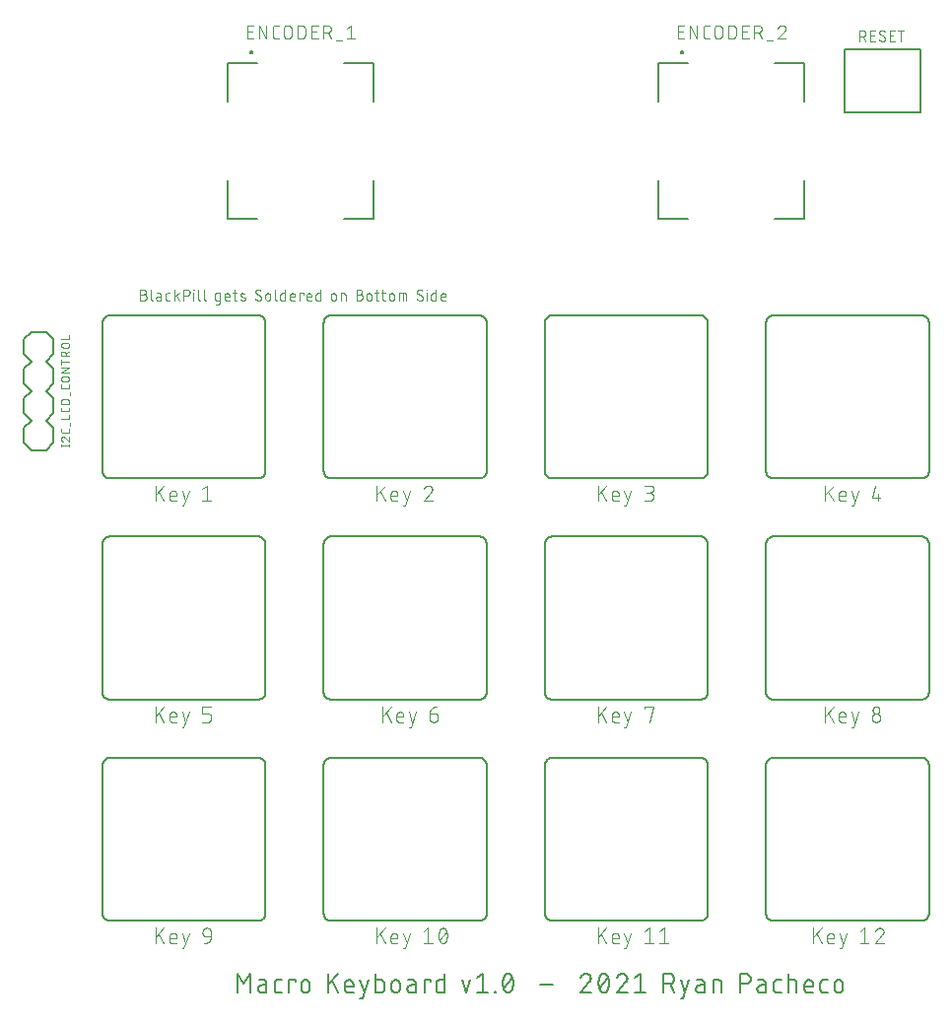
<source format=gbr>
G04 EAGLE Gerber RS-274X export*
G75*
%MOMM*%
%FSLAX34Y34*%
%LPD*%
%INSilkscreen Top*%
%IPPOS*%
%AMOC8*
5,1,8,0,0,1.08239X$1,22.5*%
G01*
%ADD10C,0.152400*%
%ADD11C,0.076200*%
%ADD12C,0.101600*%
%ADD13C,0.150000*%
%ADD14C,0.127000*%
%ADD15C,0.200000*%
%ADD16C,0.203200*%


D10*
X205762Y18262D02*
X205762Y34518D01*
X211181Y25487D01*
X216599Y34518D01*
X216599Y18262D01*
X226808Y24584D02*
X230872Y24584D01*
X226808Y24584D02*
X226696Y24582D01*
X226585Y24576D01*
X226474Y24566D01*
X226363Y24553D01*
X226253Y24535D01*
X226144Y24513D01*
X226035Y24488D01*
X225927Y24459D01*
X225821Y24426D01*
X225715Y24389D01*
X225611Y24349D01*
X225509Y24305D01*
X225408Y24257D01*
X225309Y24206D01*
X225211Y24151D01*
X225116Y24093D01*
X225023Y24032D01*
X224932Y23967D01*
X224843Y23899D01*
X224757Y23828D01*
X224674Y23755D01*
X224593Y23678D01*
X224514Y23598D01*
X224439Y23516D01*
X224367Y23431D01*
X224297Y23344D01*
X224231Y23254D01*
X224168Y23162D01*
X224108Y23067D01*
X224052Y22971D01*
X223999Y22873D01*
X223950Y22773D01*
X223904Y22671D01*
X223862Y22568D01*
X223823Y22463D01*
X223788Y22357D01*
X223757Y22250D01*
X223730Y22142D01*
X223706Y22033D01*
X223687Y21923D01*
X223671Y21813D01*
X223659Y21702D01*
X223651Y21590D01*
X223647Y21479D01*
X223647Y21367D01*
X223651Y21256D01*
X223659Y21144D01*
X223671Y21033D01*
X223687Y20923D01*
X223706Y20813D01*
X223730Y20704D01*
X223757Y20596D01*
X223788Y20489D01*
X223823Y20383D01*
X223862Y20278D01*
X223904Y20175D01*
X223950Y20073D01*
X223999Y19973D01*
X224052Y19875D01*
X224108Y19779D01*
X224168Y19684D01*
X224231Y19592D01*
X224297Y19502D01*
X224367Y19415D01*
X224439Y19330D01*
X224514Y19248D01*
X224593Y19168D01*
X224674Y19091D01*
X224757Y19018D01*
X224843Y18947D01*
X224932Y18879D01*
X225023Y18814D01*
X225116Y18753D01*
X225211Y18695D01*
X225309Y18640D01*
X225408Y18589D01*
X225509Y18541D01*
X225611Y18497D01*
X225715Y18457D01*
X225821Y18420D01*
X225927Y18387D01*
X226035Y18358D01*
X226144Y18333D01*
X226253Y18311D01*
X226363Y18293D01*
X226474Y18280D01*
X226585Y18270D01*
X226696Y18264D01*
X226808Y18262D01*
X230872Y18262D01*
X230872Y26390D01*
X230870Y26491D01*
X230864Y26592D01*
X230855Y26693D01*
X230842Y26794D01*
X230825Y26894D01*
X230804Y26993D01*
X230780Y27091D01*
X230752Y27188D01*
X230720Y27285D01*
X230685Y27380D01*
X230646Y27473D01*
X230604Y27565D01*
X230558Y27656D01*
X230509Y27745D01*
X230457Y27831D01*
X230401Y27916D01*
X230343Y27999D01*
X230281Y28079D01*
X230216Y28157D01*
X230149Y28233D01*
X230079Y28306D01*
X230006Y28376D01*
X229930Y28443D01*
X229852Y28508D01*
X229772Y28570D01*
X229689Y28628D01*
X229604Y28684D01*
X229518Y28736D01*
X229429Y28785D01*
X229338Y28831D01*
X229246Y28873D01*
X229153Y28912D01*
X229058Y28947D01*
X228961Y28979D01*
X228864Y29007D01*
X228766Y29031D01*
X228667Y29052D01*
X228567Y29069D01*
X228466Y29082D01*
X228365Y29091D01*
X228264Y29097D01*
X228163Y29099D01*
X224550Y29099D01*
X240516Y18262D02*
X244128Y18262D01*
X240516Y18262D02*
X240415Y18264D01*
X240314Y18270D01*
X240213Y18279D01*
X240112Y18292D01*
X240012Y18309D01*
X239913Y18330D01*
X239815Y18354D01*
X239718Y18382D01*
X239621Y18414D01*
X239526Y18449D01*
X239433Y18488D01*
X239341Y18530D01*
X239250Y18576D01*
X239162Y18625D01*
X239075Y18677D01*
X238990Y18733D01*
X238907Y18791D01*
X238827Y18853D01*
X238749Y18918D01*
X238673Y18985D01*
X238600Y19055D01*
X238530Y19128D01*
X238463Y19204D01*
X238398Y19282D01*
X238336Y19362D01*
X238278Y19445D01*
X238222Y19530D01*
X238170Y19616D01*
X238121Y19705D01*
X238075Y19796D01*
X238033Y19888D01*
X237994Y19981D01*
X237959Y20076D01*
X237927Y20173D01*
X237899Y20270D01*
X237875Y20368D01*
X237854Y20467D01*
X237837Y20567D01*
X237824Y20668D01*
X237815Y20769D01*
X237809Y20870D01*
X237807Y20971D01*
X237806Y20971D02*
X237806Y26390D01*
X237807Y26390D02*
X237809Y26491D01*
X237815Y26592D01*
X237824Y26693D01*
X237837Y26794D01*
X237854Y26894D01*
X237875Y26993D01*
X237899Y27091D01*
X237927Y27188D01*
X237959Y27285D01*
X237994Y27380D01*
X238033Y27473D01*
X238075Y27565D01*
X238121Y27656D01*
X238170Y27744D01*
X238222Y27831D01*
X238278Y27916D01*
X238336Y27999D01*
X238398Y28079D01*
X238463Y28157D01*
X238530Y28233D01*
X238600Y28306D01*
X238673Y28376D01*
X238749Y28443D01*
X238827Y28508D01*
X238907Y28570D01*
X238990Y28628D01*
X239075Y28684D01*
X239162Y28736D01*
X239250Y28785D01*
X239341Y28831D01*
X239433Y28873D01*
X239526Y28912D01*
X239621Y28947D01*
X239718Y28979D01*
X239815Y29007D01*
X239913Y29031D01*
X240012Y29052D01*
X240112Y29069D01*
X240213Y29082D01*
X240314Y29091D01*
X240415Y29097D01*
X240516Y29099D01*
X244128Y29099D01*
X250378Y29099D02*
X250378Y18262D01*
X250378Y29099D02*
X255797Y29099D01*
X255797Y27293D01*
X260714Y25487D02*
X260714Y21874D01*
X260715Y25487D02*
X260717Y25606D01*
X260723Y25726D01*
X260733Y25845D01*
X260747Y25963D01*
X260764Y26082D01*
X260786Y26199D01*
X260811Y26316D01*
X260841Y26431D01*
X260874Y26546D01*
X260911Y26660D01*
X260951Y26772D01*
X260996Y26883D01*
X261044Y26992D01*
X261095Y27100D01*
X261150Y27206D01*
X261209Y27310D01*
X261271Y27412D01*
X261336Y27512D01*
X261405Y27610D01*
X261477Y27706D01*
X261552Y27799D01*
X261629Y27889D01*
X261710Y27977D01*
X261794Y28062D01*
X261881Y28144D01*
X261970Y28224D01*
X262062Y28300D01*
X262156Y28374D01*
X262253Y28444D01*
X262351Y28511D01*
X262452Y28575D01*
X262556Y28635D01*
X262661Y28692D01*
X262768Y28745D01*
X262876Y28795D01*
X262986Y28841D01*
X263098Y28883D01*
X263211Y28922D01*
X263325Y28957D01*
X263440Y28988D01*
X263557Y29016D01*
X263674Y29039D01*
X263791Y29059D01*
X263910Y29075D01*
X264029Y29087D01*
X264148Y29095D01*
X264267Y29099D01*
X264387Y29099D01*
X264506Y29095D01*
X264625Y29087D01*
X264744Y29075D01*
X264863Y29059D01*
X264980Y29039D01*
X265097Y29016D01*
X265214Y28988D01*
X265329Y28957D01*
X265443Y28922D01*
X265556Y28883D01*
X265668Y28841D01*
X265778Y28795D01*
X265886Y28745D01*
X265993Y28692D01*
X266098Y28635D01*
X266202Y28575D01*
X266303Y28511D01*
X266401Y28444D01*
X266498Y28374D01*
X266592Y28300D01*
X266684Y28224D01*
X266773Y28144D01*
X266860Y28062D01*
X266944Y27977D01*
X267025Y27889D01*
X267102Y27799D01*
X267177Y27706D01*
X267249Y27610D01*
X267318Y27512D01*
X267383Y27412D01*
X267445Y27310D01*
X267504Y27206D01*
X267559Y27100D01*
X267610Y26992D01*
X267658Y26883D01*
X267703Y26772D01*
X267743Y26660D01*
X267780Y26546D01*
X267813Y26431D01*
X267843Y26316D01*
X267868Y26199D01*
X267890Y26082D01*
X267907Y25963D01*
X267921Y25845D01*
X267931Y25726D01*
X267937Y25606D01*
X267939Y25487D01*
X267939Y21874D01*
X267937Y21755D01*
X267931Y21635D01*
X267921Y21516D01*
X267907Y21398D01*
X267890Y21279D01*
X267868Y21162D01*
X267843Y21045D01*
X267813Y20930D01*
X267780Y20815D01*
X267743Y20701D01*
X267703Y20589D01*
X267658Y20478D01*
X267610Y20369D01*
X267559Y20261D01*
X267504Y20155D01*
X267445Y20051D01*
X267383Y19949D01*
X267318Y19849D01*
X267249Y19751D01*
X267177Y19655D01*
X267102Y19562D01*
X267025Y19472D01*
X266944Y19384D01*
X266860Y19299D01*
X266773Y19217D01*
X266684Y19137D01*
X266592Y19061D01*
X266498Y18987D01*
X266401Y18917D01*
X266303Y18850D01*
X266202Y18786D01*
X266098Y18726D01*
X265993Y18669D01*
X265886Y18616D01*
X265778Y18566D01*
X265668Y18520D01*
X265556Y18478D01*
X265443Y18439D01*
X265329Y18404D01*
X265214Y18373D01*
X265097Y18345D01*
X264980Y18322D01*
X264863Y18302D01*
X264744Y18286D01*
X264625Y18274D01*
X264506Y18266D01*
X264387Y18262D01*
X264267Y18262D01*
X264148Y18266D01*
X264029Y18274D01*
X263910Y18286D01*
X263791Y18302D01*
X263674Y18322D01*
X263557Y18345D01*
X263440Y18373D01*
X263325Y18404D01*
X263211Y18439D01*
X263098Y18478D01*
X262986Y18520D01*
X262876Y18566D01*
X262768Y18616D01*
X262661Y18669D01*
X262556Y18726D01*
X262452Y18786D01*
X262351Y18850D01*
X262253Y18917D01*
X262156Y18987D01*
X262062Y19061D01*
X261970Y19137D01*
X261881Y19217D01*
X261794Y19299D01*
X261710Y19384D01*
X261629Y19472D01*
X261552Y19562D01*
X261477Y19655D01*
X261405Y19751D01*
X261336Y19849D01*
X261271Y19949D01*
X261209Y20051D01*
X261150Y20155D01*
X261095Y20261D01*
X261044Y20369D01*
X260996Y20478D01*
X260951Y20589D01*
X260911Y20701D01*
X260874Y20815D01*
X260841Y20930D01*
X260811Y21045D01*
X260786Y21162D01*
X260764Y21279D01*
X260747Y21398D01*
X260733Y21516D01*
X260723Y21635D01*
X260717Y21755D01*
X260715Y21874D01*
X283469Y18262D02*
X283469Y34518D01*
X292500Y34518D02*
X283469Y24584D01*
X287082Y28196D02*
X292500Y18262D01*
X300939Y18262D02*
X305454Y18262D01*
X300939Y18262D02*
X300838Y18264D01*
X300737Y18270D01*
X300636Y18279D01*
X300535Y18292D01*
X300435Y18309D01*
X300336Y18330D01*
X300238Y18354D01*
X300141Y18382D01*
X300044Y18414D01*
X299949Y18449D01*
X299856Y18488D01*
X299764Y18530D01*
X299673Y18576D01*
X299585Y18625D01*
X299498Y18677D01*
X299413Y18733D01*
X299330Y18791D01*
X299250Y18853D01*
X299172Y18918D01*
X299096Y18985D01*
X299023Y19055D01*
X298953Y19128D01*
X298886Y19204D01*
X298821Y19282D01*
X298759Y19362D01*
X298701Y19445D01*
X298645Y19530D01*
X298593Y19616D01*
X298544Y19705D01*
X298498Y19796D01*
X298456Y19888D01*
X298417Y19981D01*
X298382Y20076D01*
X298350Y20173D01*
X298322Y20270D01*
X298298Y20368D01*
X298277Y20467D01*
X298260Y20567D01*
X298247Y20668D01*
X298238Y20769D01*
X298232Y20870D01*
X298230Y20971D01*
X298229Y20971D02*
X298229Y25487D01*
X298230Y25487D02*
X298232Y25606D01*
X298238Y25726D01*
X298248Y25845D01*
X298262Y25963D01*
X298279Y26082D01*
X298301Y26199D01*
X298326Y26316D01*
X298356Y26431D01*
X298389Y26546D01*
X298426Y26660D01*
X298466Y26772D01*
X298511Y26883D01*
X298559Y26992D01*
X298610Y27100D01*
X298665Y27206D01*
X298724Y27310D01*
X298786Y27412D01*
X298851Y27512D01*
X298920Y27610D01*
X298992Y27706D01*
X299067Y27799D01*
X299144Y27889D01*
X299225Y27977D01*
X299309Y28062D01*
X299396Y28144D01*
X299485Y28224D01*
X299577Y28300D01*
X299671Y28374D01*
X299768Y28444D01*
X299866Y28511D01*
X299967Y28575D01*
X300071Y28635D01*
X300176Y28692D01*
X300283Y28745D01*
X300391Y28795D01*
X300501Y28841D01*
X300613Y28883D01*
X300726Y28922D01*
X300840Y28957D01*
X300955Y28988D01*
X301072Y29016D01*
X301189Y29039D01*
X301306Y29059D01*
X301425Y29075D01*
X301544Y29087D01*
X301663Y29095D01*
X301782Y29099D01*
X301902Y29099D01*
X302021Y29095D01*
X302140Y29087D01*
X302259Y29075D01*
X302378Y29059D01*
X302495Y29039D01*
X302612Y29016D01*
X302729Y28988D01*
X302844Y28957D01*
X302958Y28922D01*
X303071Y28883D01*
X303183Y28841D01*
X303293Y28795D01*
X303401Y28745D01*
X303508Y28692D01*
X303613Y28635D01*
X303717Y28575D01*
X303818Y28511D01*
X303916Y28444D01*
X304013Y28374D01*
X304107Y28300D01*
X304199Y28224D01*
X304288Y28144D01*
X304375Y28062D01*
X304459Y27977D01*
X304540Y27889D01*
X304617Y27799D01*
X304692Y27706D01*
X304764Y27610D01*
X304833Y27512D01*
X304898Y27412D01*
X304960Y27310D01*
X305019Y27206D01*
X305074Y27100D01*
X305125Y26992D01*
X305173Y26883D01*
X305218Y26772D01*
X305258Y26660D01*
X305295Y26546D01*
X305328Y26431D01*
X305358Y26316D01*
X305383Y26199D01*
X305405Y26082D01*
X305422Y25963D01*
X305436Y25845D01*
X305446Y25726D01*
X305452Y25606D01*
X305454Y25487D01*
X305454Y23681D01*
X298229Y23681D01*
X311255Y12843D02*
X313062Y12843D01*
X318480Y29099D01*
X311255Y29099D02*
X314868Y18262D01*
X324876Y18262D02*
X324876Y34518D01*
X324876Y18262D02*
X329391Y18262D01*
X329495Y18264D01*
X329598Y18270D01*
X329702Y18280D01*
X329805Y18294D01*
X329907Y18312D01*
X330008Y18333D01*
X330109Y18359D01*
X330208Y18388D01*
X330307Y18421D01*
X330404Y18458D01*
X330499Y18499D01*
X330593Y18543D01*
X330685Y18591D01*
X330775Y18642D01*
X330864Y18697D01*
X330950Y18755D01*
X331033Y18817D01*
X331115Y18881D01*
X331193Y18949D01*
X331269Y19019D01*
X331343Y19092D01*
X331413Y19169D01*
X331481Y19247D01*
X331545Y19329D01*
X331607Y19412D01*
X331665Y19498D01*
X331720Y19587D01*
X331771Y19677D01*
X331819Y19769D01*
X331863Y19863D01*
X331904Y19958D01*
X331941Y20055D01*
X331974Y20154D01*
X332003Y20253D01*
X332029Y20354D01*
X332050Y20455D01*
X332068Y20557D01*
X332082Y20660D01*
X332092Y20764D01*
X332098Y20867D01*
X332100Y20971D01*
X332101Y20971D02*
X332101Y26390D01*
X332100Y26390D02*
X332098Y26491D01*
X332092Y26592D01*
X332083Y26693D01*
X332070Y26794D01*
X332053Y26894D01*
X332032Y26993D01*
X332008Y27091D01*
X331980Y27188D01*
X331948Y27285D01*
X331913Y27380D01*
X331874Y27473D01*
X331832Y27565D01*
X331786Y27656D01*
X331737Y27745D01*
X331685Y27831D01*
X331629Y27916D01*
X331571Y27999D01*
X331509Y28079D01*
X331444Y28157D01*
X331377Y28233D01*
X331307Y28306D01*
X331234Y28376D01*
X331158Y28443D01*
X331080Y28508D01*
X331000Y28570D01*
X330917Y28628D01*
X330832Y28684D01*
X330746Y28736D01*
X330657Y28785D01*
X330566Y28831D01*
X330474Y28873D01*
X330381Y28912D01*
X330286Y28947D01*
X330189Y28979D01*
X330092Y29007D01*
X329994Y29031D01*
X329895Y29052D01*
X329795Y29069D01*
X329694Y29082D01*
X329593Y29091D01*
X329492Y29097D01*
X329391Y29099D01*
X324876Y29099D01*
X338349Y25487D02*
X338349Y21874D01*
X338350Y25487D02*
X338352Y25606D01*
X338358Y25726D01*
X338368Y25845D01*
X338382Y25963D01*
X338399Y26082D01*
X338421Y26199D01*
X338446Y26316D01*
X338476Y26431D01*
X338509Y26546D01*
X338546Y26660D01*
X338586Y26772D01*
X338631Y26883D01*
X338679Y26992D01*
X338730Y27100D01*
X338785Y27206D01*
X338844Y27310D01*
X338906Y27412D01*
X338971Y27512D01*
X339040Y27610D01*
X339112Y27706D01*
X339187Y27799D01*
X339264Y27889D01*
X339345Y27977D01*
X339429Y28062D01*
X339516Y28144D01*
X339605Y28224D01*
X339697Y28300D01*
X339791Y28374D01*
X339888Y28444D01*
X339986Y28511D01*
X340087Y28575D01*
X340191Y28635D01*
X340296Y28692D01*
X340403Y28745D01*
X340511Y28795D01*
X340621Y28841D01*
X340733Y28883D01*
X340846Y28922D01*
X340960Y28957D01*
X341075Y28988D01*
X341192Y29016D01*
X341309Y29039D01*
X341426Y29059D01*
X341545Y29075D01*
X341664Y29087D01*
X341783Y29095D01*
X341902Y29099D01*
X342022Y29099D01*
X342141Y29095D01*
X342260Y29087D01*
X342379Y29075D01*
X342498Y29059D01*
X342615Y29039D01*
X342732Y29016D01*
X342849Y28988D01*
X342964Y28957D01*
X343078Y28922D01*
X343191Y28883D01*
X343303Y28841D01*
X343413Y28795D01*
X343521Y28745D01*
X343628Y28692D01*
X343733Y28635D01*
X343837Y28575D01*
X343938Y28511D01*
X344036Y28444D01*
X344133Y28374D01*
X344227Y28300D01*
X344319Y28224D01*
X344408Y28144D01*
X344495Y28062D01*
X344579Y27977D01*
X344660Y27889D01*
X344737Y27799D01*
X344812Y27706D01*
X344884Y27610D01*
X344953Y27512D01*
X345018Y27412D01*
X345080Y27310D01*
X345139Y27206D01*
X345194Y27100D01*
X345245Y26992D01*
X345293Y26883D01*
X345338Y26772D01*
X345378Y26660D01*
X345415Y26546D01*
X345448Y26431D01*
X345478Y26316D01*
X345503Y26199D01*
X345525Y26082D01*
X345542Y25963D01*
X345556Y25845D01*
X345566Y25726D01*
X345572Y25606D01*
X345574Y25487D01*
X345574Y21874D01*
X345572Y21755D01*
X345566Y21635D01*
X345556Y21516D01*
X345542Y21398D01*
X345525Y21279D01*
X345503Y21162D01*
X345478Y21045D01*
X345448Y20930D01*
X345415Y20815D01*
X345378Y20701D01*
X345338Y20589D01*
X345293Y20478D01*
X345245Y20369D01*
X345194Y20261D01*
X345139Y20155D01*
X345080Y20051D01*
X345018Y19949D01*
X344953Y19849D01*
X344884Y19751D01*
X344812Y19655D01*
X344737Y19562D01*
X344660Y19472D01*
X344579Y19384D01*
X344495Y19299D01*
X344408Y19217D01*
X344319Y19137D01*
X344227Y19061D01*
X344133Y18987D01*
X344036Y18917D01*
X343938Y18850D01*
X343837Y18786D01*
X343733Y18726D01*
X343628Y18669D01*
X343521Y18616D01*
X343413Y18566D01*
X343303Y18520D01*
X343191Y18478D01*
X343078Y18439D01*
X342964Y18404D01*
X342849Y18373D01*
X342732Y18345D01*
X342615Y18322D01*
X342498Y18302D01*
X342379Y18286D01*
X342260Y18274D01*
X342141Y18266D01*
X342022Y18262D01*
X341902Y18262D01*
X341783Y18266D01*
X341664Y18274D01*
X341545Y18286D01*
X341426Y18302D01*
X341309Y18322D01*
X341192Y18345D01*
X341075Y18373D01*
X340960Y18404D01*
X340846Y18439D01*
X340733Y18478D01*
X340621Y18520D01*
X340511Y18566D01*
X340403Y18616D01*
X340296Y18669D01*
X340191Y18726D01*
X340087Y18786D01*
X339986Y18850D01*
X339888Y18917D01*
X339791Y18987D01*
X339697Y19061D01*
X339605Y19137D01*
X339516Y19217D01*
X339429Y19299D01*
X339345Y19384D01*
X339264Y19472D01*
X339187Y19562D01*
X339112Y19655D01*
X339040Y19751D01*
X338971Y19849D01*
X338906Y19949D01*
X338844Y20051D01*
X338785Y20155D01*
X338730Y20261D01*
X338679Y20369D01*
X338631Y20478D01*
X338586Y20589D01*
X338546Y20701D01*
X338509Y20815D01*
X338476Y20930D01*
X338446Y21045D01*
X338421Y21162D01*
X338399Y21279D01*
X338382Y21398D01*
X338368Y21516D01*
X338358Y21635D01*
X338352Y21755D01*
X338350Y21874D01*
X354984Y24584D02*
X359048Y24584D01*
X354984Y24584D02*
X354872Y24582D01*
X354761Y24576D01*
X354650Y24566D01*
X354539Y24553D01*
X354429Y24535D01*
X354320Y24513D01*
X354211Y24488D01*
X354103Y24459D01*
X353997Y24426D01*
X353891Y24389D01*
X353787Y24349D01*
X353685Y24305D01*
X353584Y24257D01*
X353485Y24206D01*
X353387Y24151D01*
X353292Y24093D01*
X353199Y24032D01*
X353108Y23967D01*
X353019Y23899D01*
X352933Y23828D01*
X352850Y23755D01*
X352769Y23678D01*
X352690Y23598D01*
X352615Y23516D01*
X352543Y23431D01*
X352473Y23344D01*
X352407Y23254D01*
X352344Y23162D01*
X352284Y23067D01*
X352228Y22971D01*
X352175Y22873D01*
X352126Y22773D01*
X352080Y22671D01*
X352038Y22568D01*
X351999Y22463D01*
X351964Y22357D01*
X351933Y22250D01*
X351906Y22142D01*
X351882Y22033D01*
X351863Y21923D01*
X351847Y21813D01*
X351835Y21702D01*
X351827Y21590D01*
X351823Y21479D01*
X351823Y21367D01*
X351827Y21256D01*
X351835Y21144D01*
X351847Y21033D01*
X351863Y20923D01*
X351882Y20813D01*
X351906Y20704D01*
X351933Y20596D01*
X351964Y20489D01*
X351999Y20383D01*
X352038Y20278D01*
X352080Y20175D01*
X352126Y20073D01*
X352175Y19973D01*
X352228Y19875D01*
X352284Y19779D01*
X352344Y19684D01*
X352407Y19592D01*
X352473Y19502D01*
X352543Y19415D01*
X352615Y19330D01*
X352690Y19248D01*
X352769Y19168D01*
X352850Y19091D01*
X352933Y19018D01*
X353019Y18947D01*
X353108Y18879D01*
X353199Y18814D01*
X353292Y18753D01*
X353387Y18695D01*
X353485Y18640D01*
X353584Y18589D01*
X353685Y18541D01*
X353787Y18497D01*
X353891Y18457D01*
X353997Y18420D01*
X354103Y18387D01*
X354211Y18358D01*
X354320Y18333D01*
X354429Y18311D01*
X354539Y18293D01*
X354650Y18280D01*
X354761Y18270D01*
X354872Y18264D01*
X354984Y18262D01*
X359048Y18262D01*
X359048Y26390D01*
X359046Y26491D01*
X359040Y26592D01*
X359031Y26693D01*
X359018Y26794D01*
X359001Y26894D01*
X358980Y26993D01*
X358956Y27091D01*
X358928Y27188D01*
X358896Y27285D01*
X358861Y27380D01*
X358822Y27473D01*
X358780Y27565D01*
X358734Y27656D01*
X358685Y27745D01*
X358633Y27831D01*
X358577Y27916D01*
X358519Y27999D01*
X358457Y28079D01*
X358392Y28157D01*
X358325Y28233D01*
X358255Y28306D01*
X358182Y28376D01*
X358106Y28443D01*
X358028Y28508D01*
X357948Y28570D01*
X357865Y28628D01*
X357780Y28684D01*
X357694Y28736D01*
X357605Y28785D01*
X357514Y28831D01*
X357422Y28873D01*
X357329Y28912D01*
X357234Y28947D01*
X357137Y28979D01*
X357040Y29007D01*
X356942Y29031D01*
X356843Y29052D01*
X356743Y29069D01*
X356642Y29082D01*
X356541Y29091D01*
X356440Y29097D01*
X356339Y29099D01*
X352726Y29099D01*
X366571Y29099D02*
X366571Y18262D01*
X366571Y29099D02*
X371989Y29099D01*
X371989Y27293D01*
X384058Y34518D02*
X384058Y18262D01*
X379542Y18262D01*
X379441Y18264D01*
X379340Y18270D01*
X379239Y18279D01*
X379138Y18292D01*
X379038Y18309D01*
X378939Y18330D01*
X378841Y18354D01*
X378744Y18382D01*
X378647Y18414D01*
X378552Y18449D01*
X378459Y18488D01*
X378367Y18530D01*
X378276Y18576D01*
X378188Y18625D01*
X378101Y18677D01*
X378016Y18733D01*
X377933Y18791D01*
X377853Y18853D01*
X377775Y18918D01*
X377699Y18985D01*
X377626Y19055D01*
X377556Y19128D01*
X377489Y19204D01*
X377424Y19282D01*
X377362Y19362D01*
X377304Y19445D01*
X377248Y19530D01*
X377196Y19616D01*
X377147Y19705D01*
X377101Y19796D01*
X377059Y19888D01*
X377020Y19981D01*
X376985Y20076D01*
X376953Y20173D01*
X376925Y20270D01*
X376901Y20368D01*
X376880Y20467D01*
X376863Y20567D01*
X376850Y20668D01*
X376841Y20769D01*
X376835Y20870D01*
X376833Y20971D01*
X376833Y26390D01*
X376835Y26491D01*
X376841Y26592D01*
X376850Y26693D01*
X376863Y26794D01*
X376880Y26894D01*
X376901Y26993D01*
X376925Y27091D01*
X376953Y27188D01*
X376985Y27285D01*
X377020Y27380D01*
X377059Y27473D01*
X377101Y27565D01*
X377147Y27656D01*
X377196Y27744D01*
X377248Y27831D01*
X377304Y27916D01*
X377362Y27999D01*
X377424Y28079D01*
X377489Y28157D01*
X377556Y28233D01*
X377626Y28306D01*
X377699Y28376D01*
X377775Y28443D01*
X377853Y28508D01*
X377933Y28570D01*
X378016Y28628D01*
X378101Y28684D01*
X378188Y28736D01*
X378276Y28785D01*
X378367Y28831D01*
X378459Y28873D01*
X378552Y28912D01*
X378647Y28947D01*
X378744Y28979D01*
X378841Y29007D01*
X378939Y29031D01*
X379038Y29052D01*
X379138Y29069D01*
X379239Y29082D01*
X379340Y29091D01*
X379441Y29097D01*
X379542Y29099D01*
X384058Y29099D01*
X398790Y29099D02*
X402403Y18262D01*
X406015Y29099D01*
X411955Y30906D02*
X416471Y34518D01*
X416471Y18262D01*
X420986Y18262D02*
X411955Y18262D01*
X426961Y18262D02*
X426961Y19165D01*
X427864Y19165D01*
X427864Y18262D01*
X426961Y18262D01*
X433839Y26390D02*
X433843Y26710D01*
X433854Y27029D01*
X433873Y27349D01*
X433900Y27667D01*
X433934Y27985D01*
X433976Y28302D01*
X434026Y28618D01*
X434083Y28933D01*
X434147Y29246D01*
X434219Y29558D01*
X434298Y29868D01*
X434385Y30175D01*
X434479Y30481D01*
X434580Y30784D01*
X434689Y31085D01*
X434804Y31383D01*
X434927Y31679D01*
X435057Y31971D01*
X435194Y32260D01*
X435193Y32261D02*
X435232Y32369D01*
X435275Y32476D01*
X435321Y32581D01*
X435372Y32685D01*
X435425Y32787D01*
X435482Y32887D01*
X435543Y32985D01*
X435607Y33080D01*
X435674Y33174D01*
X435745Y33265D01*
X435818Y33354D01*
X435895Y33440D01*
X435974Y33523D01*
X436056Y33604D01*
X436141Y33682D01*
X436229Y33756D01*
X436319Y33828D01*
X436411Y33896D01*
X436506Y33962D01*
X436603Y34024D01*
X436702Y34082D01*
X436804Y34138D01*
X436906Y34189D01*
X437011Y34237D01*
X437117Y34282D01*
X437225Y34323D01*
X437334Y34360D01*
X437444Y34393D01*
X437556Y34422D01*
X437668Y34448D01*
X437781Y34470D01*
X437895Y34487D01*
X438009Y34501D01*
X438124Y34511D01*
X438239Y34517D01*
X438354Y34519D01*
X438354Y34518D02*
X438469Y34516D01*
X438584Y34510D01*
X438699Y34500D01*
X438813Y34486D01*
X438927Y34469D01*
X439040Y34447D01*
X439152Y34421D01*
X439264Y34392D01*
X439374Y34359D01*
X439483Y34322D01*
X439591Y34281D01*
X439697Y34236D01*
X439802Y34188D01*
X439904Y34137D01*
X440005Y34081D01*
X440105Y34023D01*
X440202Y33961D01*
X440296Y33896D01*
X440389Y33827D01*
X440479Y33755D01*
X440567Y33681D01*
X440652Y33603D01*
X440734Y33522D01*
X440813Y33439D01*
X440890Y33353D01*
X440963Y33264D01*
X441034Y33173D01*
X441101Y33079D01*
X441165Y32984D01*
X441226Y32886D01*
X441283Y32786D01*
X441336Y32684D01*
X441387Y32580D01*
X441433Y32475D01*
X441476Y32368D01*
X441515Y32260D01*
X441652Y31971D01*
X441782Y31679D01*
X441905Y31383D01*
X442020Y31085D01*
X442129Y30784D01*
X442230Y30481D01*
X442324Y30175D01*
X442411Y29868D01*
X442490Y29558D01*
X442562Y29246D01*
X442626Y28933D01*
X442683Y28618D01*
X442733Y28302D01*
X442775Y27985D01*
X442809Y27667D01*
X442836Y27349D01*
X442855Y27029D01*
X442866Y26710D01*
X442870Y26390D01*
X433839Y26390D02*
X433843Y26070D01*
X433854Y25751D01*
X433873Y25431D01*
X433900Y25113D01*
X433934Y24795D01*
X433976Y24478D01*
X434026Y24162D01*
X434083Y23847D01*
X434147Y23534D01*
X434219Y23222D01*
X434298Y22912D01*
X434385Y22605D01*
X434479Y22299D01*
X434580Y21996D01*
X434689Y21695D01*
X434804Y21397D01*
X434927Y21101D01*
X435057Y20809D01*
X435194Y20520D01*
X435193Y20520D02*
X435232Y20412D01*
X435275Y20305D01*
X435321Y20200D01*
X435372Y20096D01*
X435425Y19994D01*
X435482Y19894D01*
X435543Y19796D01*
X435607Y19701D01*
X435674Y19607D01*
X435745Y19516D01*
X435818Y19427D01*
X435895Y19341D01*
X435974Y19258D01*
X436056Y19177D01*
X436141Y19099D01*
X436229Y19025D01*
X436319Y18953D01*
X436412Y18884D01*
X436506Y18819D01*
X436603Y18757D01*
X436703Y18699D01*
X436804Y18643D01*
X436906Y18592D01*
X437011Y18544D01*
X437117Y18499D01*
X437225Y18458D01*
X437334Y18421D01*
X437444Y18388D01*
X437556Y18359D01*
X437668Y18333D01*
X437781Y18311D01*
X437895Y18294D01*
X438009Y18280D01*
X438124Y18270D01*
X438239Y18264D01*
X438354Y18262D01*
X441514Y20520D02*
X441651Y20809D01*
X441781Y21101D01*
X441904Y21397D01*
X442019Y21695D01*
X442128Y21996D01*
X442229Y22299D01*
X442323Y22605D01*
X442410Y22912D01*
X442489Y23222D01*
X442561Y23534D01*
X442625Y23847D01*
X442682Y24162D01*
X442732Y24478D01*
X442774Y24795D01*
X442808Y25113D01*
X442835Y25431D01*
X442854Y25751D01*
X442865Y26070D01*
X442869Y26390D01*
X441515Y20520D02*
X441476Y20412D01*
X441433Y20305D01*
X441387Y20200D01*
X441336Y20096D01*
X441283Y19994D01*
X441226Y19894D01*
X441165Y19796D01*
X441101Y19701D01*
X441034Y19607D01*
X440963Y19516D01*
X440890Y19427D01*
X440813Y19341D01*
X440734Y19258D01*
X440652Y19177D01*
X440567Y19099D01*
X440479Y19025D01*
X440389Y18953D01*
X440296Y18884D01*
X440202Y18819D01*
X440105Y18757D01*
X440005Y18699D01*
X439904Y18643D01*
X439801Y18592D01*
X439697Y18544D01*
X439591Y18499D01*
X439483Y18458D01*
X439374Y18421D01*
X439264Y18388D01*
X439152Y18359D01*
X439040Y18333D01*
X438927Y18311D01*
X438813Y18294D01*
X438699Y18280D01*
X438584Y18270D01*
X438469Y18264D01*
X438354Y18262D01*
X434742Y21874D02*
X441967Y30906D01*
X466282Y24584D02*
X477120Y24584D01*
X505499Y34518D02*
X505624Y34516D01*
X505749Y34510D01*
X505874Y34501D01*
X505998Y34487D01*
X506122Y34470D01*
X506246Y34449D01*
X506368Y34424D01*
X506490Y34395D01*
X506611Y34363D01*
X506731Y34327D01*
X506850Y34287D01*
X506967Y34244D01*
X507083Y34197D01*
X507198Y34146D01*
X507310Y34092D01*
X507422Y34034D01*
X507531Y33974D01*
X507638Y33909D01*
X507744Y33842D01*
X507847Y33771D01*
X507948Y33697D01*
X508047Y33620D01*
X508143Y33540D01*
X508237Y33457D01*
X508328Y33372D01*
X508417Y33283D01*
X508502Y33192D01*
X508585Y33098D01*
X508665Y33002D01*
X508742Y32903D01*
X508816Y32802D01*
X508887Y32699D01*
X508954Y32593D01*
X509019Y32486D01*
X509079Y32377D01*
X509137Y32265D01*
X509191Y32153D01*
X509242Y32038D01*
X509289Y31922D01*
X509332Y31805D01*
X509372Y31686D01*
X509408Y31566D01*
X509440Y31445D01*
X509469Y31323D01*
X509494Y31201D01*
X509515Y31077D01*
X509532Y30953D01*
X509546Y30829D01*
X509555Y30704D01*
X509561Y30579D01*
X509563Y30454D01*
X505499Y34518D02*
X505356Y34516D01*
X505214Y34510D01*
X505071Y34500D01*
X504929Y34487D01*
X504788Y34469D01*
X504646Y34448D01*
X504506Y34423D01*
X504366Y34394D01*
X504227Y34361D01*
X504089Y34324D01*
X503952Y34284D01*
X503817Y34240D01*
X503682Y34192D01*
X503549Y34140D01*
X503417Y34085D01*
X503287Y34026D01*
X503159Y33964D01*
X503032Y33898D01*
X502907Y33829D01*
X502784Y33757D01*
X502664Y33681D01*
X502545Y33602D01*
X502428Y33519D01*
X502314Y33434D01*
X502202Y33345D01*
X502093Y33254D01*
X501986Y33159D01*
X501881Y33062D01*
X501780Y32961D01*
X501681Y32858D01*
X501585Y32753D01*
X501492Y32644D01*
X501402Y32533D01*
X501315Y32420D01*
X501231Y32305D01*
X501151Y32187D01*
X501073Y32067D01*
X500999Y31945D01*
X500929Y31821D01*
X500861Y31695D01*
X500798Y31567D01*
X500737Y31438D01*
X500680Y31307D01*
X500627Y31175D01*
X500578Y31041D01*
X500532Y30906D01*
X508208Y27293D02*
X508302Y27385D01*
X508392Y27479D01*
X508480Y27576D01*
X508565Y27676D01*
X508647Y27778D01*
X508726Y27883D01*
X508801Y27990D01*
X508873Y28099D01*
X508942Y28210D01*
X509008Y28324D01*
X509070Y28439D01*
X509129Y28556D01*
X509184Y28675D01*
X509235Y28795D01*
X509283Y28917D01*
X509328Y29040D01*
X509368Y29164D01*
X509405Y29290D01*
X509438Y29417D01*
X509467Y29544D01*
X509493Y29673D01*
X509514Y29802D01*
X509532Y29932D01*
X509545Y30062D01*
X509555Y30192D01*
X509561Y30323D01*
X509563Y30454D01*
X508208Y27293D02*
X500532Y18262D01*
X509563Y18262D01*
X516163Y26390D02*
X516167Y26710D01*
X516178Y27029D01*
X516197Y27349D01*
X516224Y27667D01*
X516258Y27985D01*
X516300Y28302D01*
X516350Y28618D01*
X516407Y28933D01*
X516471Y29246D01*
X516543Y29558D01*
X516622Y29868D01*
X516709Y30175D01*
X516803Y30481D01*
X516904Y30784D01*
X517013Y31085D01*
X517128Y31383D01*
X517251Y31679D01*
X517381Y31971D01*
X517518Y32260D01*
X517518Y32261D02*
X517557Y32369D01*
X517600Y32476D01*
X517646Y32581D01*
X517697Y32685D01*
X517750Y32787D01*
X517807Y32887D01*
X517868Y32985D01*
X517932Y33080D01*
X517999Y33174D01*
X518070Y33265D01*
X518143Y33354D01*
X518220Y33440D01*
X518299Y33523D01*
X518381Y33604D01*
X518466Y33682D01*
X518554Y33756D01*
X518644Y33828D01*
X518736Y33896D01*
X518831Y33962D01*
X518928Y34024D01*
X519027Y34082D01*
X519129Y34138D01*
X519231Y34189D01*
X519336Y34237D01*
X519442Y34282D01*
X519550Y34323D01*
X519659Y34360D01*
X519769Y34393D01*
X519881Y34422D01*
X519993Y34448D01*
X520106Y34470D01*
X520220Y34487D01*
X520334Y34501D01*
X520449Y34511D01*
X520564Y34517D01*
X520679Y34519D01*
X520679Y34518D02*
X520794Y34516D01*
X520909Y34510D01*
X521024Y34500D01*
X521138Y34486D01*
X521252Y34469D01*
X521365Y34447D01*
X521477Y34421D01*
X521589Y34392D01*
X521699Y34359D01*
X521808Y34322D01*
X521916Y34281D01*
X522022Y34236D01*
X522127Y34188D01*
X522229Y34137D01*
X522330Y34081D01*
X522430Y34023D01*
X522527Y33961D01*
X522621Y33896D01*
X522714Y33827D01*
X522804Y33755D01*
X522892Y33681D01*
X522977Y33603D01*
X523059Y33522D01*
X523138Y33439D01*
X523215Y33353D01*
X523288Y33264D01*
X523359Y33173D01*
X523426Y33079D01*
X523490Y32984D01*
X523551Y32886D01*
X523608Y32786D01*
X523661Y32684D01*
X523712Y32580D01*
X523758Y32475D01*
X523801Y32368D01*
X523840Y32260D01*
X523839Y32260D02*
X523976Y31971D01*
X524106Y31679D01*
X524229Y31383D01*
X524344Y31085D01*
X524453Y30784D01*
X524554Y30481D01*
X524648Y30175D01*
X524735Y29868D01*
X524814Y29558D01*
X524886Y29246D01*
X524950Y28933D01*
X525007Y28618D01*
X525057Y28302D01*
X525099Y27985D01*
X525133Y27667D01*
X525160Y27349D01*
X525179Y27029D01*
X525190Y26710D01*
X525194Y26390D01*
X516163Y26390D02*
X516167Y26070D01*
X516178Y25751D01*
X516197Y25431D01*
X516224Y25113D01*
X516258Y24795D01*
X516300Y24478D01*
X516350Y24162D01*
X516407Y23847D01*
X516471Y23534D01*
X516543Y23222D01*
X516622Y22912D01*
X516709Y22605D01*
X516803Y22299D01*
X516904Y21996D01*
X517013Y21695D01*
X517128Y21397D01*
X517251Y21101D01*
X517381Y20809D01*
X517518Y20520D01*
X517557Y20412D01*
X517600Y20305D01*
X517646Y20200D01*
X517697Y20096D01*
X517750Y19994D01*
X517807Y19894D01*
X517868Y19796D01*
X517932Y19701D01*
X517999Y19607D01*
X518070Y19516D01*
X518143Y19427D01*
X518220Y19341D01*
X518299Y19258D01*
X518381Y19177D01*
X518466Y19099D01*
X518554Y19025D01*
X518644Y18953D01*
X518737Y18884D01*
X518831Y18819D01*
X518928Y18757D01*
X519028Y18699D01*
X519129Y18643D01*
X519231Y18592D01*
X519336Y18544D01*
X519442Y18499D01*
X519550Y18458D01*
X519659Y18421D01*
X519769Y18388D01*
X519881Y18359D01*
X519993Y18333D01*
X520106Y18311D01*
X520220Y18294D01*
X520334Y18280D01*
X520449Y18270D01*
X520564Y18264D01*
X520679Y18262D01*
X523839Y20520D02*
X523976Y20809D01*
X524106Y21101D01*
X524229Y21397D01*
X524344Y21695D01*
X524453Y21996D01*
X524554Y22299D01*
X524648Y22605D01*
X524735Y22912D01*
X524814Y23222D01*
X524886Y23534D01*
X524950Y23847D01*
X525007Y24162D01*
X525057Y24478D01*
X525099Y24795D01*
X525133Y25113D01*
X525160Y25431D01*
X525179Y25751D01*
X525190Y26070D01*
X525194Y26390D01*
X523840Y20520D02*
X523801Y20412D01*
X523758Y20305D01*
X523712Y20200D01*
X523661Y20096D01*
X523608Y19994D01*
X523551Y19894D01*
X523490Y19796D01*
X523426Y19701D01*
X523359Y19607D01*
X523288Y19516D01*
X523215Y19427D01*
X523138Y19341D01*
X523059Y19258D01*
X522977Y19177D01*
X522892Y19099D01*
X522804Y19025D01*
X522714Y18953D01*
X522621Y18884D01*
X522527Y18819D01*
X522430Y18757D01*
X522330Y18699D01*
X522229Y18643D01*
X522126Y18592D01*
X522022Y18544D01*
X521916Y18499D01*
X521808Y18458D01*
X521699Y18421D01*
X521589Y18388D01*
X521477Y18359D01*
X521365Y18333D01*
X521252Y18311D01*
X521138Y18294D01*
X521024Y18280D01*
X520909Y18270D01*
X520794Y18264D01*
X520679Y18262D01*
X517066Y21874D02*
X524291Y30906D01*
X536761Y34518D02*
X536886Y34516D01*
X537011Y34510D01*
X537136Y34501D01*
X537260Y34487D01*
X537384Y34470D01*
X537508Y34449D01*
X537630Y34424D01*
X537752Y34395D01*
X537873Y34363D01*
X537993Y34327D01*
X538112Y34287D01*
X538229Y34244D01*
X538345Y34197D01*
X538460Y34146D01*
X538572Y34092D01*
X538684Y34034D01*
X538793Y33974D01*
X538900Y33909D01*
X539006Y33842D01*
X539109Y33771D01*
X539210Y33697D01*
X539309Y33620D01*
X539405Y33540D01*
X539499Y33457D01*
X539590Y33372D01*
X539679Y33283D01*
X539764Y33192D01*
X539847Y33098D01*
X539927Y33002D01*
X540004Y32903D01*
X540078Y32802D01*
X540149Y32699D01*
X540216Y32593D01*
X540281Y32486D01*
X540341Y32377D01*
X540399Y32265D01*
X540453Y32153D01*
X540504Y32038D01*
X540551Y31922D01*
X540594Y31805D01*
X540634Y31686D01*
X540670Y31566D01*
X540702Y31445D01*
X540731Y31323D01*
X540756Y31201D01*
X540777Y31077D01*
X540794Y30953D01*
X540808Y30829D01*
X540817Y30704D01*
X540823Y30579D01*
X540825Y30454D01*
X536761Y34518D02*
X536618Y34516D01*
X536476Y34510D01*
X536333Y34500D01*
X536191Y34487D01*
X536050Y34469D01*
X535908Y34448D01*
X535768Y34423D01*
X535628Y34394D01*
X535489Y34361D01*
X535351Y34324D01*
X535214Y34284D01*
X535079Y34240D01*
X534944Y34192D01*
X534811Y34140D01*
X534679Y34085D01*
X534549Y34026D01*
X534421Y33964D01*
X534294Y33898D01*
X534169Y33829D01*
X534046Y33757D01*
X533926Y33681D01*
X533807Y33602D01*
X533690Y33519D01*
X533576Y33434D01*
X533464Y33345D01*
X533355Y33254D01*
X533248Y33159D01*
X533143Y33062D01*
X533042Y32961D01*
X532943Y32858D01*
X532847Y32753D01*
X532754Y32644D01*
X532664Y32533D01*
X532577Y32420D01*
X532493Y32305D01*
X532413Y32187D01*
X532335Y32067D01*
X532261Y31945D01*
X532191Y31821D01*
X532123Y31695D01*
X532060Y31567D01*
X531999Y31438D01*
X531942Y31307D01*
X531889Y31175D01*
X531840Y31041D01*
X531794Y30906D01*
X539470Y27293D02*
X539564Y27385D01*
X539654Y27479D01*
X539742Y27576D01*
X539827Y27676D01*
X539909Y27778D01*
X539988Y27883D01*
X540063Y27990D01*
X540135Y28099D01*
X540204Y28210D01*
X540270Y28324D01*
X540332Y28439D01*
X540391Y28556D01*
X540446Y28675D01*
X540497Y28795D01*
X540545Y28917D01*
X540590Y29040D01*
X540630Y29164D01*
X540667Y29290D01*
X540700Y29417D01*
X540729Y29544D01*
X540755Y29673D01*
X540776Y29802D01*
X540794Y29932D01*
X540807Y30062D01*
X540817Y30192D01*
X540823Y30323D01*
X540825Y30454D01*
X539471Y27293D02*
X531794Y18262D01*
X540825Y18262D01*
X547426Y30906D02*
X551941Y34518D01*
X551941Y18262D01*
X547426Y18262D02*
X556457Y18262D01*
X572006Y18262D02*
X572006Y34518D01*
X576522Y34518D01*
X576655Y34516D01*
X576787Y34510D01*
X576919Y34500D01*
X577051Y34487D01*
X577183Y34469D01*
X577313Y34448D01*
X577444Y34423D01*
X577573Y34394D01*
X577701Y34361D01*
X577829Y34325D01*
X577955Y34285D01*
X578080Y34241D01*
X578204Y34193D01*
X578326Y34142D01*
X578447Y34087D01*
X578566Y34029D01*
X578684Y33967D01*
X578799Y33902D01*
X578913Y33833D01*
X579024Y33762D01*
X579133Y33686D01*
X579240Y33608D01*
X579345Y33527D01*
X579447Y33442D01*
X579547Y33355D01*
X579644Y33265D01*
X579739Y33172D01*
X579830Y33076D01*
X579919Y32978D01*
X580005Y32877D01*
X580088Y32773D01*
X580168Y32667D01*
X580244Y32559D01*
X580318Y32449D01*
X580388Y32336D01*
X580455Y32222D01*
X580518Y32105D01*
X580578Y31987D01*
X580635Y31867D01*
X580688Y31745D01*
X580737Y31622D01*
X580783Y31498D01*
X580825Y31372D01*
X580863Y31245D01*
X580898Y31117D01*
X580929Y30988D01*
X580956Y30859D01*
X580979Y30728D01*
X580999Y30597D01*
X581014Y30465D01*
X581026Y30333D01*
X581034Y30201D01*
X581038Y30068D01*
X581038Y29936D01*
X581034Y29803D01*
X581026Y29671D01*
X581014Y29539D01*
X580999Y29407D01*
X580979Y29276D01*
X580956Y29145D01*
X580929Y29016D01*
X580898Y28887D01*
X580863Y28759D01*
X580825Y28632D01*
X580783Y28506D01*
X580737Y28382D01*
X580688Y28259D01*
X580635Y28137D01*
X580578Y28017D01*
X580518Y27899D01*
X580455Y27782D01*
X580388Y27668D01*
X580318Y27555D01*
X580244Y27445D01*
X580168Y27337D01*
X580088Y27231D01*
X580005Y27127D01*
X579919Y27026D01*
X579830Y26928D01*
X579739Y26832D01*
X579644Y26739D01*
X579547Y26649D01*
X579447Y26562D01*
X579345Y26477D01*
X579240Y26396D01*
X579133Y26318D01*
X579024Y26242D01*
X578913Y26171D01*
X578799Y26102D01*
X578684Y26037D01*
X578566Y25975D01*
X578447Y25917D01*
X578326Y25862D01*
X578204Y25811D01*
X578080Y25763D01*
X577955Y25719D01*
X577829Y25679D01*
X577701Y25643D01*
X577573Y25610D01*
X577444Y25581D01*
X577313Y25556D01*
X577183Y25535D01*
X577051Y25517D01*
X576919Y25504D01*
X576787Y25494D01*
X576655Y25488D01*
X576522Y25486D01*
X576522Y25487D02*
X572006Y25487D01*
X577425Y25487D02*
X581037Y18262D01*
X586886Y12843D02*
X588692Y12843D01*
X594110Y29099D01*
X586886Y29099D02*
X590498Y18262D01*
X602999Y24584D02*
X607063Y24584D01*
X602999Y24584D02*
X602887Y24582D01*
X602776Y24576D01*
X602665Y24566D01*
X602554Y24553D01*
X602444Y24535D01*
X602335Y24513D01*
X602226Y24488D01*
X602118Y24459D01*
X602012Y24426D01*
X601906Y24389D01*
X601802Y24349D01*
X601700Y24305D01*
X601599Y24257D01*
X601500Y24206D01*
X601402Y24151D01*
X601307Y24093D01*
X601214Y24032D01*
X601123Y23967D01*
X601034Y23899D01*
X600948Y23828D01*
X600865Y23755D01*
X600784Y23678D01*
X600705Y23598D01*
X600630Y23516D01*
X600558Y23431D01*
X600488Y23344D01*
X600422Y23254D01*
X600359Y23162D01*
X600299Y23067D01*
X600243Y22971D01*
X600190Y22873D01*
X600141Y22773D01*
X600095Y22671D01*
X600053Y22568D01*
X600014Y22463D01*
X599979Y22357D01*
X599948Y22250D01*
X599921Y22142D01*
X599897Y22033D01*
X599878Y21923D01*
X599862Y21813D01*
X599850Y21702D01*
X599842Y21590D01*
X599838Y21479D01*
X599838Y21367D01*
X599842Y21256D01*
X599850Y21144D01*
X599862Y21033D01*
X599878Y20923D01*
X599897Y20813D01*
X599921Y20704D01*
X599948Y20596D01*
X599979Y20489D01*
X600014Y20383D01*
X600053Y20278D01*
X600095Y20175D01*
X600141Y20073D01*
X600190Y19973D01*
X600243Y19875D01*
X600299Y19779D01*
X600359Y19684D01*
X600422Y19592D01*
X600488Y19502D01*
X600558Y19415D01*
X600630Y19330D01*
X600705Y19248D01*
X600784Y19168D01*
X600865Y19091D01*
X600948Y19018D01*
X601034Y18947D01*
X601123Y18879D01*
X601214Y18814D01*
X601307Y18753D01*
X601402Y18695D01*
X601500Y18640D01*
X601599Y18589D01*
X601700Y18541D01*
X601802Y18497D01*
X601906Y18457D01*
X602012Y18420D01*
X602118Y18387D01*
X602226Y18358D01*
X602335Y18333D01*
X602444Y18311D01*
X602554Y18293D01*
X602665Y18280D01*
X602776Y18270D01*
X602887Y18264D01*
X602999Y18262D01*
X607063Y18262D01*
X607063Y26390D01*
X607061Y26491D01*
X607055Y26592D01*
X607046Y26693D01*
X607033Y26794D01*
X607016Y26894D01*
X606995Y26993D01*
X606971Y27091D01*
X606943Y27188D01*
X606911Y27285D01*
X606876Y27380D01*
X606837Y27473D01*
X606795Y27565D01*
X606749Y27656D01*
X606700Y27745D01*
X606648Y27831D01*
X606592Y27916D01*
X606534Y27999D01*
X606472Y28079D01*
X606407Y28157D01*
X606340Y28233D01*
X606270Y28306D01*
X606197Y28376D01*
X606121Y28443D01*
X606043Y28508D01*
X605963Y28570D01*
X605880Y28628D01*
X605795Y28684D01*
X605709Y28736D01*
X605620Y28785D01*
X605529Y28831D01*
X605437Y28873D01*
X605344Y28912D01*
X605249Y28947D01*
X605152Y28979D01*
X605055Y29007D01*
X604957Y29031D01*
X604858Y29052D01*
X604758Y29069D01*
X604657Y29082D01*
X604556Y29091D01*
X604455Y29097D01*
X604354Y29099D01*
X600741Y29099D01*
X614501Y29099D02*
X614501Y18262D01*
X614501Y29099D02*
X619016Y29099D01*
X619120Y29097D01*
X619223Y29091D01*
X619327Y29081D01*
X619430Y29067D01*
X619532Y29049D01*
X619633Y29028D01*
X619734Y29002D01*
X619833Y28973D01*
X619932Y28940D01*
X620029Y28903D01*
X620124Y28862D01*
X620218Y28818D01*
X620310Y28770D01*
X620400Y28719D01*
X620489Y28664D01*
X620575Y28606D01*
X620658Y28544D01*
X620740Y28480D01*
X620818Y28412D01*
X620894Y28342D01*
X620968Y28269D01*
X621038Y28192D01*
X621106Y28114D01*
X621170Y28032D01*
X621232Y27949D01*
X621290Y27863D01*
X621345Y27774D01*
X621396Y27684D01*
X621444Y27592D01*
X621488Y27498D01*
X621529Y27403D01*
X621566Y27306D01*
X621599Y27207D01*
X621628Y27108D01*
X621654Y27007D01*
X621675Y26906D01*
X621693Y26804D01*
X621707Y26701D01*
X621717Y26597D01*
X621723Y26494D01*
X621725Y26390D01*
X621726Y26390D02*
X621726Y18262D01*
X637776Y18262D02*
X637776Y34518D01*
X642292Y34518D01*
X642425Y34516D01*
X642557Y34510D01*
X642689Y34500D01*
X642821Y34487D01*
X642953Y34469D01*
X643083Y34448D01*
X643214Y34423D01*
X643343Y34394D01*
X643471Y34361D01*
X643599Y34325D01*
X643725Y34285D01*
X643850Y34241D01*
X643974Y34193D01*
X644096Y34142D01*
X644217Y34087D01*
X644336Y34029D01*
X644454Y33967D01*
X644569Y33902D01*
X644683Y33833D01*
X644794Y33762D01*
X644903Y33686D01*
X645010Y33608D01*
X645115Y33527D01*
X645217Y33442D01*
X645317Y33355D01*
X645414Y33265D01*
X645509Y33172D01*
X645600Y33076D01*
X645689Y32978D01*
X645775Y32877D01*
X645858Y32773D01*
X645938Y32667D01*
X646014Y32559D01*
X646088Y32449D01*
X646158Y32336D01*
X646225Y32222D01*
X646288Y32105D01*
X646348Y31987D01*
X646405Y31867D01*
X646458Y31745D01*
X646507Y31622D01*
X646553Y31498D01*
X646595Y31372D01*
X646633Y31245D01*
X646668Y31117D01*
X646699Y30988D01*
X646726Y30859D01*
X646749Y30728D01*
X646769Y30597D01*
X646784Y30465D01*
X646796Y30333D01*
X646804Y30201D01*
X646808Y30068D01*
X646808Y29936D01*
X646804Y29803D01*
X646796Y29671D01*
X646784Y29539D01*
X646769Y29407D01*
X646749Y29276D01*
X646726Y29145D01*
X646699Y29016D01*
X646668Y28887D01*
X646633Y28759D01*
X646595Y28632D01*
X646553Y28506D01*
X646507Y28382D01*
X646458Y28259D01*
X646405Y28137D01*
X646348Y28017D01*
X646288Y27899D01*
X646225Y27782D01*
X646158Y27668D01*
X646088Y27555D01*
X646014Y27445D01*
X645938Y27337D01*
X645858Y27231D01*
X645775Y27127D01*
X645689Y27026D01*
X645600Y26928D01*
X645509Y26832D01*
X645414Y26739D01*
X645317Y26649D01*
X645217Y26562D01*
X645115Y26477D01*
X645010Y26396D01*
X644903Y26318D01*
X644794Y26242D01*
X644683Y26171D01*
X644569Y26102D01*
X644454Y26037D01*
X644336Y25975D01*
X644217Y25917D01*
X644096Y25862D01*
X643974Y25811D01*
X643850Y25763D01*
X643725Y25719D01*
X643599Y25679D01*
X643471Y25643D01*
X643343Y25610D01*
X643214Y25581D01*
X643083Y25556D01*
X642953Y25535D01*
X642821Y25517D01*
X642689Y25504D01*
X642557Y25494D01*
X642425Y25488D01*
X642292Y25486D01*
X642292Y25487D02*
X637776Y25487D01*
X655624Y24584D02*
X659688Y24584D01*
X655624Y24584D02*
X655512Y24582D01*
X655401Y24576D01*
X655290Y24566D01*
X655179Y24553D01*
X655069Y24535D01*
X654960Y24513D01*
X654851Y24488D01*
X654743Y24459D01*
X654637Y24426D01*
X654531Y24389D01*
X654427Y24349D01*
X654325Y24305D01*
X654224Y24257D01*
X654125Y24206D01*
X654027Y24151D01*
X653932Y24093D01*
X653839Y24032D01*
X653748Y23967D01*
X653659Y23899D01*
X653573Y23828D01*
X653490Y23755D01*
X653409Y23678D01*
X653330Y23598D01*
X653255Y23516D01*
X653183Y23431D01*
X653113Y23344D01*
X653047Y23254D01*
X652984Y23162D01*
X652924Y23067D01*
X652868Y22971D01*
X652815Y22873D01*
X652766Y22773D01*
X652720Y22671D01*
X652678Y22568D01*
X652639Y22463D01*
X652604Y22357D01*
X652573Y22250D01*
X652546Y22142D01*
X652522Y22033D01*
X652503Y21923D01*
X652487Y21813D01*
X652475Y21702D01*
X652467Y21590D01*
X652463Y21479D01*
X652463Y21367D01*
X652467Y21256D01*
X652475Y21144D01*
X652487Y21033D01*
X652503Y20923D01*
X652522Y20813D01*
X652546Y20704D01*
X652573Y20596D01*
X652604Y20489D01*
X652639Y20383D01*
X652678Y20278D01*
X652720Y20175D01*
X652766Y20073D01*
X652815Y19973D01*
X652868Y19875D01*
X652924Y19779D01*
X652984Y19684D01*
X653047Y19592D01*
X653113Y19502D01*
X653183Y19415D01*
X653255Y19330D01*
X653330Y19248D01*
X653409Y19168D01*
X653490Y19091D01*
X653573Y19018D01*
X653659Y18947D01*
X653748Y18879D01*
X653839Y18814D01*
X653932Y18753D01*
X654027Y18695D01*
X654125Y18640D01*
X654224Y18589D01*
X654325Y18541D01*
X654427Y18497D01*
X654531Y18457D01*
X654637Y18420D01*
X654743Y18387D01*
X654851Y18358D01*
X654960Y18333D01*
X655069Y18311D01*
X655179Y18293D01*
X655290Y18280D01*
X655401Y18270D01*
X655512Y18264D01*
X655624Y18262D01*
X659688Y18262D01*
X659688Y26390D01*
X659686Y26491D01*
X659680Y26592D01*
X659671Y26693D01*
X659658Y26794D01*
X659641Y26894D01*
X659620Y26993D01*
X659596Y27091D01*
X659568Y27188D01*
X659536Y27285D01*
X659501Y27380D01*
X659462Y27473D01*
X659420Y27565D01*
X659374Y27656D01*
X659325Y27745D01*
X659273Y27831D01*
X659217Y27916D01*
X659159Y27999D01*
X659097Y28079D01*
X659032Y28157D01*
X658965Y28233D01*
X658895Y28306D01*
X658822Y28376D01*
X658746Y28443D01*
X658668Y28508D01*
X658588Y28570D01*
X658505Y28628D01*
X658420Y28684D01*
X658334Y28736D01*
X658245Y28785D01*
X658154Y28831D01*
X658062Y28873D01*
X657969Y28912D01*
X657874Y28947D01*
X657777Y28979D01*
X657680Y29007D01*
X657582Y29031D01*
X657483Y29052D01*
X657383Y29069D01*
X657282Y29082D01*
X657181Y29091D01*
X657080Y29097D01*
X656979Y29099D01*
X653367Y29099D01*
X669332Y18262D02*
X672944Y18262D01*
X669332Y18262D02*
X669231Y18264D01*
X669130Y18270D01*
X669029Y18279D01*
X668928Y18292D01*
X668828Y18309D01*
X668729Y18330D01*
X668631Y18354D01*
X668534Y18382D01*
X668437Y18414D01*
X668342Y18449D01*
X668249Y18488D01*
X668157Y18530D01*
X668066Y18576D01*
X667978Y18625D01*
X667891Y18677D01*
X667806Y18733D01*
X667723Y18791D01*
X667643Y18853D01*
X667565Y18918D01*
X667489Y18985D01*
X667416Y19055D01*
X667346Y19128D01*
X667279Y19204D01*
X667214Y19282D01*
X667152Y19362D01*
X667094Y19445D01*
X667038Y19530D01*
X666986Y19616D01*
X666937Y19705D01*
X666891Y19796D01*
X666849Y19888D01*
X666810Y19981D01*
X666775Y20076D01*
X666743Y20173D01*
X666715Y20270D01*
X666691Y20368D01*
X666670Y20467D01*
X666653Y20567D01*
X666640Y20668D01*
X666631Y20769D01*
X666625Y20870D01*
X666623Y20971D01*
X666622Y20971D02*
X666622Y26390D01*
X666623Y26390D02*
X666625Y26491D01*
X666631Y26592D01*
X666640Y26693D01*
X666653Y26794D01*
X666670Y26894D01*
X666691Y26993D01*
X666715Y27091D01*
X666743Y27188D01*
X666775Y27285D01*
X666810Y27380D01*
X666849Y27473D01*
X666891Y27565D01*
X666937Y27656D01*
X666986Y27744D01*
X667038Y27831D01*
X667094Y27916D01*
X667152Y27999D01*
X667214Y28079D01*
X667279Y28157D01*
X667346Y28233D01*
X667416Y28306D01*
X667489Y28376D01*
X667565Y28443D01*
X667643Y28508D01*
X667723Y28570D01*
X667806Y28628D01*
X667891Y28684D01*
X667978Y28736D01*
X668066Y28785D01*
X668157Y28831D01*
X668249Y28873D01*
X668342Y28912D01*
X668437Y28947D01*
X668534Y28979D01*
X668631Y29007D01*
X668729Y29031D01*
X668828Y29052D01*
X668928Y29069D01*
X669029Y29082D01*
X669130Y29091D01*
X669231Y29097D01*
X669332Y29099D01*
X672944Y29099D01*
X679110Y34518D02*
X679110Y18262D01*
X679110Y29099D02*
X683625Y29099D01*
X683729Y29097D01*
X683832Y29091D01*
X683936Y29081D01*
X684039Y29067D01*
X684141Y29049D01*
X684242Y29028D01*
X684343Y29002D01*
X684442Y28973D01*
X684541Y28940D01*
X684638Y28903D01*
X684733Y28862D01*
X684827Y28818D01*
X684919Y28770D01*
X685009Y28719D01*
X685098Y28664D01*
X685184Y28606D01*
X685267Y28544D01*
X685349Y28480D01*
X685427Y28412D01*
X685503Y28342D01*
X685577Y28269D01*
X685647Y28192D01*
X685715Y28114D01*
X685779Y28032D01*
X685841Y27949D01*
X685899Y27863D01*
X685954Y27774D01*
X686005Y27684D01*
X686053Y27592D01*
X686097Y27498D01*
X686138Y27403D01*
X686175Y27306D01*
X686208Y27207D01*
X686237Y27108D01*
X686263Y27007D01*
X686284Y26906D01*
X686302Y26804D01*
X686316Y26701D01*
X686326Y26597D01*
X686332Y26494D01*
X686334Y26390D01*
X686335Y26390D02*
X686335Y18262D01*
X695887Y18262D02*
X700403Y18262D01*
X695887Y18262D02*
X695786Y18264D01*
X695685Y18270D01*
X695584Y18279D01*
X695483Y18292D01*
X695383Y18309D01*
X695284Y18330D01*
X695186Y18354D01*
X695089Y18382D01*
X694992Y18414D01*
X694897Y18449D01*
X694804Y18488D01*
X694712Y18530D01*
X694621Y18576D01*
X694533Y18625D01*
X694446Y18677D01*
X694361Y18733D01*
X694278Y18791D01*
X694198Y18853D01*
X694120Y18918D01*
X694044Y18985D01*
X693971Y19055D01*
X693901Y19128D01*
X693834Y19204D01*
X693769Y19282D01*
X693707Y19362D01*
X693649Y19445D01*
X693593Y19530D01*
X693541Y19616D01*
X693492Y19705D01*
X693446Y19796D01*
X693404Y19888D01*
X693365Y19981D01*
X693330Y20076D01*
X693298Y20173D01*
X693270Y20270D01*
X693246Y20368D01*
X693225Y20467D01*
X693208Y20567D01*
X693195Y20668D01*
X693186Y20769D01*
X693180Y20870D01*
X693178Y20971D01*
X693178Y25487D01*
X693180Y25606D01*
X693186Y25726D01*
X693196Y25845D01*
X693210Y25963D01*
X693227Y26082D01*
X693249Y26199D01*
X693274Y26316D01*
X693304Y26431D01*
X693337Y26546D01*
X693374Y26660D01*
X693414Y26772D01*
X693459Y26883D01*
X693507Y26992D01*
X693558Y27100D01*
X693613Y27206D01*
X693672Y27310D01*
X693734Y27412D01*
X693799Y27512D01*
X693868Y27610D01*
X693940Y27706D01*
X694015Y27799D01*
X694092Y27889D01*
X694173Y27977D01*
X694257Y28062D01*
X694344Y28144D01*
X694433Y28224D01*
X694525Y28300D01*
X694619Y28374D01*
X694716Y28444D01*
X694814Y28511D01*
X694915Y28575D01*
X695019Y28635D01*
X695124Y28692D01*
X695231Y28745D01*
X695339Y28795D01*
X695449Y28841D01*
X695561Y28883D01*
X695674Y28922D01*
X695788Y28957D01*
X695903Y28988D01*
X696020Y29016D01*
X696137Y29039D01*
X696254Y29059D01*
X696373Y29075D01*
X696492Y29087D01*
X696611Y29095D01*
X696730Y29099D01*
X696850Y29099D01*
X696969Y29095D01*
X697088Y29087D01*
X697207Y29075D01*
X697326Y29059D01*
X697443Y29039D01*
X697560Y29016D01*
X697677Y28988D01*
X697792Y28957D01*
X697906Y28922D01*
X698019Y28883D01*
X698131Y28841D01*
X698241Y28795D01*
X698349Y28745D01*
X698456Y28692D01*
X698561Y28635D01*
X698665Y28575D01*
X698766Y28511D01*
X698864Y28444D01*
X698961Y28374D01*
X699055Y28300D01*
X699147Y28224D01*
X699236Y28144D01*
X699323Y28062D01*
X699407Y27977D01*
X699488Y27889D01*
X699565Y27799D01*
X699640Y27706D01*
X699712Y27610D01*
X699781Y27512D01*
X699846Y27412D01*
X699908Y27310D01*
X699967Y27206D01*
X700022Y27100D01*
X700073Y26992D01*
X700121Y26883D01*
X700166Y26772D01*
X700206Y26660D01*
X700243Y26546D01*
X700276Y26431D01*
X700306Y26316D01*
X700331Y26199D01*
X700353Y26082D01*
X700370Y25963D01*
X700384Y25845D01*
X700394Y25726D01*
X700400Y25606D01*
X700402Y25487D01*
X700403Y25487D02*
X700403Y23681D01*
X693178Y23681D01*
X709452Y18262D02*
X713064Y18262D01*
X709452Y18262D02*
X709351Y18264D01*
X709250Y18270D01*
X709149Y18279D01*
X709048Y18292D01*
X708948Y18309D01*
X708849Y18330D01*
X708751Y18354D01*
X708654Y18382D01*
X708557Y18414D01*
X708462Y18449D01*
X708369Y18488D01*
X708277Y18530D01*
X708186Y18576D01*
X708098Y18625D01*
X708011Y18677D01*
X707926Y18733D01*
X707843Y18791D01*
X707763Y18853D01*
X707685Y18918D01*
X707609Y18985D01*
X707536Y19055D01*
X707466Y19128D01*
X707399Y19204D01*
X707334Y19282D01*
X707272Y19362D01*
X707214Y19445D01*
X707158Y19530D01*
X707106Y19616D01*
X707057Y19705D01*
X707011Y19796D01*
X706969Y19888D01*
X706930Y19981D01*
X706895Y20076D01*
X706863Y20173D01*
X706835Y20270D01*
X706811Y20368D01*
X706790Y20467D01*
X706773Y20567D01*
X706760Y20668D01*
X706751Y20769D01*
X706745Y20870D01*
X706743Y20971D01*
X706743Y26390D01*
X706745Y26491D01*
X706751Y26592D01*
X706760Y26693D01*
X706773Y26794D01*
X706790Y26894D01*
X706811Y26993D01*
X706835Y27091D01*
X706863Y27188D01*
X706895Y27285D01*
X706930Y27380D01*
X706969Y27473D01*
X707011Y27565D01*
X707057Y27656D01*
X707106Y27744D01*
X707158Y27831D01*
X707214Y27916D01*
X707272Y27999D01*
X707334Y28079D01*
X707399Y28157D01*
X707466Y28233D01*
X707536Y28306D01*
X707609Y28376D01*
X707685Y28443D01*
X707763Y28508D01*
X707843Y28570D01*
X707926Y28628D01*
X708011Y28684D01*
X708098Y28736D01*
X708186Y28785D01*
X708277Y28831D01*
X708369Y28873D01*
X708462Y28912D01*
X708557Y28947D01*
X708654Y28979D01*
X708751Y29007D01*
X708849Y29031D01*
X708948Y29052D01*
X709048Y29069D01*
X709149Y29082D01*
X709250Y29091D01*
X709351Y29097D01*
X709452Y29099D01*
X713064Y29099D01*
X718709Y25487D02*
X718709Y21874D01*
X718709Y25487D02*
X718711Y25606D01*
X718717Y25726D01*
X718727Y25845D01*
X718741Y25963D01*
X718758Y26082D01*
X718780Y26199D01*
X718805Y26316D01*
X718835Y26431D01*
X718868Y26546D01*
X718905Y26660D01*
X718945Y26772D01*
X718990Y26883D01*
X719038Y26992D01*
X719089Y27100D01*
X719144Y27206D01*
X719203Y27310D01*
X719265Y27412D01*
X719330Y27512D01*
X719399Y27610D01*
X719471Y27706D01*
X719546Y27799D01*
X719623Y27889D01*
X719704Y27977D01*
X719788Y28062D01*
X719875Y28144D01*
X719964Y28224D01*
X720056Y28300D01*
X720150Y28374D01*
X720247Y28444D01*
X720345Y28511D01*
X720446Y28575D01*
X720550Y28635D01*
X720655Y28692D01*
X720762Y28745D01*
X720870Y28795D01*
X720980Y28841D01*
X721092Y28883D01*
X721205Y28922D01*
X721319Y28957D01*
X721434Y28988D01*
X721551Y29016D01*
X721668Y29039D01*
X721785Y29059D01*
X721904Y29075D01*
X722023Y29087D01*
X722142Y29095D01*
X722261Y29099D01*
X722381Y29099D01*
X722500Y29095D01*
X722619Y29087D01*
X722738Y29075D01*
X722857Y29059D01*
X722974Y29039D01*
X723091Y29016D01*
X723208Y28988D01*
X723323Y28957D01*
X723437Y28922D01*
X723550Y28883D01*
X723662Y28841D01*
X723772Y28795D01*
X723880Y28745D01*
X723987Y28692D01*
X724092Y28635D01*
X724196Y28575D01*
X724297Y28511D01*
X724395Y28444D01*
X724492Y28374D01*
X724586Y28300D01*
X724678Y28224D01*
X724767Y28144D01*
X724854Y28062D01*
X724938Y27977D01*
X725019Y27889D01*
X725096Y27799D01*
X725171Y27706D01*
X725243Y27610D01*
X725312Y27512D01*
X725377Y27412D01*
X725439Y27310D01*
X725498Y27206D01*
X725553Y27100D01*
X725604Y26992D01*
X725652Y26883D01*
X725697Y26772D01*
X725737Y26660D01*
X725774Y26546D01*
X725807Y26431D01*
X725837Y26316D01*
X725862Y26199D01*
X725884Y26082D01*
X725901Y25963D01*
X725915Y25845D01*
X725925Y25726D01*
X725931Y25606D01*
X725933Y25487D01*
X725934Y25487D02*
X725934Y21874D01*
X725933Y21874D02*
X725931Y21755D01*
X725925Y21635D01*
X725915Y21516D01*
X725901Y21398D01*
X725884Y21279D01*
X725862Y21162D01*
X725837Y21045D01*
X725807Y20930D01*
X725774Y20815D01*
X725737Y20701D01*
X725697Y20589D01*
X725652Y20478D01*
X725604Y20369D01*
X725553Y20261D01*
X725498Y20155D01*
X725439Y20051D01*
X725377Y19949D01*
X725312Y19849D01*
X725243Y19751D01*
X725171Y19655D01*
X725096Y19562D01*
X725019Y19472D01*
X724938Y19384D01*
X724854Y19299D01*
X724767Y19217D01*
X724678Y19137D01*
X724586Y19061D01*
X724492Y18987D01*
X724395Y18917D01*
X724297Y18850D01*
X724196Y18786D01*
X724092Y18726D01*
X723987Y18669D01*
X723880Y18616D01*
X723772Y18566D01*
X723662Y18520D01*
X723550Y18478D01*
X723437Y18439D01*
X723323Y18404D01*
X723208Y18373D01*
X723091Y18345D01*
X722974Y18322D01*
X722857Y18302D01*
X722738Y18286D01*
X722619Y18274D01*
X722500Y18266D01*
X722381Y18262D01*
X722261Y18262D01*
X722142Y18266D01*
X722023Y18274D01*
X721904Y18286D01*
X721785Y18302D01*
X721668Y18322D01*
X721551Y18345D01*
X721434Y18373D01*
X721319Y18404D01*
X721205Y18439D01*
X721092Y18478D01*
X720980Y18520D01*
X720870Y18566D01*
X720762Y18616D01*
X720655Y18669D01*
X720550Y18726D01*
X720446Y18786D01*
X720345Y18850D01*
X720247Y18917D01*
X720150Y18987D01*
X720056Y19061D01*
X719964Y19137D01*
X719875Y19217D01*
X719788Y19299D01*
X719704Y19384D01*
X719623Y19472D01*
X719546Y19562D01*
X719471Y19655D01*
X719399Y19751D01*
X719330Y19849D01*
X719265Y19949D01*
X719203Y20051D01*
X719144Y20155D01*
X719089Y20261D01*
X719038Y20369D01*
X718990Y20478D01*
X718945Y20589D01*
X718905Y20701D01*
X718868Y20815D01*
X718835Y20930D01*
X718805Y21045D01*
X718780Y21162D01*
X718758Y21279D01*
X718741Y21398D01*
X718727Y21516D01*
X718717Y21635D01*
X718711Y21755D01*
X718709Y21874D01*
D11*
X125108Y617942D02*
X122497Y617942D01*
X125108Y617943D02*
X125209Y617941D01*
X125310Y617935D01*
X125411Y617925D01*
X125511Y617912D01*
X125611Y617894D01*
X125710Y617873D01*
X125808Y617847D01*
X125905Y617818D01*
X126001Y617786D01*
X126095Y617749D01*
X126188Y617709D01*
X126280Y617665D01*
X126369Y617618D01*
X126457Y617567D01*
X126543Y617513D01*
X126626Y617456D01*
X126708Y617396D01*
X126786Y617332D01*
X126863Y617266D01*
X126936Y617196D01*
X127007Y617124D01*
X127075Y617049D01*
X127140Y616971D01*
X127202Y616891D01*
X127261Y616809D01*
X127317Y616724D01*
X127369Y616638D01*
X127418Y616549D01*
X127464Y616458D01*
X127505Y616366D01*
X127544Y616272D01*
X127578Y616177D01*
X127609Y616081D01*
X127636Y615983D01*
X127660Y615885D01*
X127679Y615785D01*
X127695Y615685D01*
X127707Y615585D01*
X127715Y615484D01*
X127719Y615383D01*
X127719Y615281D01*
X127715Y615180D01*
X127707Y615079D01*
X127695Y614979D01*
X127679Y614879D01*
X127660Y614779D01*
X127636Y614681D01*
X127609Y614583D01*
X127578Y614487D01*
X127544Y614392D01*
X127505Y614298D01*
X127464Y614206D01*
X127418Y614115D01*
X127369Y614027D01*
X127317Y613940D01*
X127261Y613855D01*
X127202Y613773D01*
X127140Y613693D01*
X127075Y613615D01*
X127007Y613540D01*
X126936Y613468D01*
X126863Y613398D01*
X126786Y613332D01*
X126708Y613268D01*
X126626Y613208D01*
X126543Y613151D01*
X126457Y613097D01*
X126369Y613046D01*
X126280Y612999D01*
X126188Y612955D01*
X126095Y612915D01*
X126001Y612878D01*
X125905Y612846D01*
X125808Y612817D01*
X125710Y612791D01*
X125611Y612770D01*
X125511Y612752D01*
X125411Y612739D01*
X125310Y612729D01*
X125209Y612723D01*
X125108Y612721D01*
X122497Y612721D01*
X122497Y622119D01*
X125108Y622119D01*
X125198Y622117D01*
X125287Y622111D01*
X125377Y622102D01*
X125466Y622088D01*
X125554Y622071D01*
X125641Y622050D01*
X125728Y622025D01*
X125813Y621996D01*
X125897Y621964D01*
X125979Y621929D01*
X126060Y621889D01*
X126139Y621847D01*
X126216Y621801D01*
X126291Y621751D01*
X126364Y621699D01*
X126435Y621643D01*
X126503Y621585D01*
X126568Y621523D01*
X126631Y621459D01*
X126691Y621392D01*
X126748Y621323D01*
X126802Y621251D01*
X126853Y621177D01*
X126901Y621101D01*
X126945Y621023D01*
X126986Y620943D01*
X127024Y620861D01*
X127058Y620778D01*
X127088Y620693D01*
X127115Y620607D01*
X127138Y620521D01*
X127157Y620433D01*
X127172Y620344D01*
X127184Y620255D01*
X127192Y620166D01*
X127196Y620076D01*
X127196Y619986D01*
X127192Y619896D01*
X127184Y619807D01*
X127172Y619718D01*
X127157Y619629D01*
X127138Y619541D01*
X127115Y619455D01*
X127088Y619369D01*
X127058Y619284D01*
X127024Y619201D01*
X126986Y619119D01*
X126945Y619039D01*
X126901Y618961D01*
X126853Y618885D01*
X126802Y618811D01*
X126748Y618739D01*
X126691Y618670D01*
X126631Y618603D01*
X126568Y618539D01*
X126503Y618477D01*
X126435Y618419D01*
X126364Y618363D01*
X126291Y618311D01*
X126216Y618261D01*
X126139Y618215D01*
X126060Y618173D01*
X125979Y618133D01*
X125897Y618098D01*
X125813Y618066D01*
X125728Y618037D01*
X125641Y618012D01*
X125554Y617991D01*
X125466Y617974D01*
X125377Y617960D01*
X125287Y617951D01*
X125198Y617945D01*
X125108Y617943D01*
X131243Y614287D02*
X131243Y622119D01*
X131243Y614287D02*
X131245Y614210D01*
X131251Y614134D01*
X131260Y614057D01*
X131273Y613981D01*
X131290Y613906D01*
X131310Y613832D01*
X131335Y613759D01*
X131362Y613688D01*
X131393Y613617D01*
X131428Y613549D01*
X131466Y613482D01*
X131507Y613417D01*
X131551Y613354D01*
X131598Y613294D01*
X131649Y613235D01*
X131702Y613180D01*
X131757Y613127D01*
X131816Y613076D01*
X131876Y613029D01*
X131939Y612985D01*
X132004Y612944D01*
X132071Y612906D01*
X132139Y612871D01*
X132210Y612840D01*
X132281Y612813D01*
X132354Y612788D01*
X132428Y612768D01*
X132503Y612751D01*
X132579Y612738D01*
X132656Y612729D01*
X132732Y612723D01*
X132809Y612721D01*
X137776Y616376D02*
X140125Y616376D01*
X137776Y616375D02*
X137692Y616373D01*
X137607Y616367D01*
X137524Y616357D01*
X137440Y616344D01*
X137358Y616326D01*
X137276Y616305D01*
X137195Y616280D01*
X137116Y616252D01*
X137038Y616219D01*
X136962Y616183D01*
X136887Y616144D01*
X136814Y616101D01*
X136743Y616055D01*
X136675Y616006D01*
X136609Y615954D01*
X136545Y615898D01*
X136484Y615840D01*
X136426Y615779D01*
X136370Y615715D01*
X136318Y615649D01*
X136269Y615581D01*
X136223Y615510D01*
X136180Y615437D01*
X136141Y615362D01*
X136105Y615286D01*
X136072Y615208D01*
X136044Y615129D01*
X136019Y615048D01*
X135998Y614966D01*
X135980Y614884D01*
X135967Y614800D01*
X135957Y614717D01*
X135951Y614632D01*
X135949Y614548D01*
X135951Y614464D01*
X135957Y614379D01*
X135967Y614296D01*
X135980Y614212D01*
X135998Y614130D01*
X136019Y614048D01*
X136044Y613967D01*
X136072Y613888D01*
X136105Y613810D01*
X136141Y613734D01*
X136180Y613659D01*
X136223Y613586D01*
X136269Y613515D01*
X136318Y613447D01*
X136370Y613381D01*
X136426Y613317D01*
X136484Y613256D01*
X136545Y613198D01*
X136609Y613142D01*
X136675Y613090D01*
X136743Y613041D01*
X136814Y612995D01*
X136887Y612952D01*
X136962Y612913D01*
X137038Y612877D01*
X137116Y612844D01*
X137195Y612816D01*
X137276Y612791D01*
X137358Y612770D01*
X137440Y612752D01*
X137524Y612739D01*
X137607Y612729D01*
X137692Y612723D01*
X137776Y612721D01*
X140125Y612721D01*
X140125Y617420D01*
X140123Y617497D01*
X140117Y617573D01*
X140108Y617650D01*
X140095Y617726D01*
X140078Y617801D01*
X140058Y617875D01*
X140033Y617948D01*
X140006Y618019D01*
X139975Y618090D01*
X139940Y618158D01*
X139902Y618225D01*
X139861Y618290D01*
X139817Y618353D01*
X139770Y618413D01*
X139719Y618472D01*
X139666Y618527D01*
X139611Y618580D01*
X139552Y618631D01*
X139492Y618678D01*
X139429Y618722D01*
X139364Y618763D01*
X139297Y618801D01*
X139229Y618836D01*
X139158Y618867D01*
X139087Y618894D01*
X139014Y618919D01*
X138940Y618939D01*
X138865Y618956D01*
X138789Y618969D01*
X138712Y618978D01*
X138636Y618984D01*
X138559Y618986D01*
X136471Y618986D01*
X145800Y612721D02*
X147889Y612721D01*
X145800Y612721D02*
X145723Y612723D01*
X145647Y612729D01*
X145570Y612738D01*
X145494Y612751D01*
X145419Y612768D01*
X145345Y612788D01*
X145272Y612813D01*
X145201Y612840D01*
X145130Y612871D01*
X145062Y612906D01*
X144995Y612944D01*
X144930Y612985D01*
X144867Y613029D01*
X144807Y613076D01*
X144748Y613127D01*
X144693Y613180D01*
X144640Y613235D01*
X144589Y613294D01*
X144542Y613354D01*
X144498Y613417D01*
X144457Y613482D01*
X144419Y613549D01*
X144384Y613617D01*
X144353Y613688D01*
X144326Y613759D01*
X144301Y613832D01*
X144281Y613906D01*
X144264Y613981D01*
X144251Y614057D01*
X144242Y614134D01*
X144236Y614210D01*
X144234Y614287D01*
X144234Y617420D01*
X144236Y617497D01*
X144242Y617573D01*
X144251Y617650D01*
X144264Y617726D01*
X144281Y617801D01*
X144301Y617875D01*
X144326Y617948D01*
X144353Y618019D01*
X144384Y618090D01*
X144419Y618158D01*
X144457Y618225D01*
X144498Y618290D01*
X144542Y618353D01*
X144589Y618413D01*
X144640Y618472D01*
X144693Y618527D01*
X144748Y618580D01*
X144807Y618631D01*
X144867Y618678D01*
X144930Y618722D01*
X144995Y618763D01*
X145062Y618801D01*
X145130Y618836D01*
X145201Y618867D01*
X145272Y618894D01*
X145345Y618919D01*
X145419Y618939D01*
X145494Y618956D01*
X145570Y618969D01*
X145647Y618978D01*
X145723Y618984D01*
X145800Y618986D01*
X147889Y618986D01*
X151644Y622119D02*
X151644Y612721D01*
X151644Y615854D02*
X155821Y618986D01*
X153471Y617159D02*
X155821Y612721D01*
X159682Y612721D02*
X159682Y622119D01*
X162293Y622119D01*
X162394Y622117D01*
X162495Y622111D01*
X162596Y622101D01*
X162696Y622088D01*
X162796Y622070D01*
X162895Y622049D01*
X162993Y622023D01*
X163090Y621994D01*
X163186Y621962D01*
X163280Y621925D01*
X163373Y621885D01*
X163465Y621841D01*
X163554Y621794D01*
X163642Y621743D01*
X163728Y621689D01*
X163811Y621632D01*
X163893Y621572D01*
X163971Y621508D01*
X164048Y621442D01*
X164121Y621372D01*
X164192Y621300D01*
X164260Y621225D01*
X164325Y621147D01*
X164387Y621067D01*
X164446Y620985D01*
X164502Y620900D01*
X164554Y620814D01*
X164603Y620725D01*
X164649Y620634D01*
X164690Y620542D01*
X164729Y620448D01*
X164763Y620353D01*
X164794Y620257D01*
X164821Y620159D01*
X164845Y620061D01*
X164864Y619961D01*
X164880Y619861D01*
X164892Y619761D01*
X164900Y619660D01*
X164904Y619559D01*
X164904Y619457D01*
X164900Y619356D01*
X164892Y619255D01*
X164880Y619155D01*
X164864Y619055D01*
X164845Y618955D01*
X164821Y618857D01*
X164794Y618759D01*
X164763Y618663D01*
X164729Y618568D01*
X164690Y618474D01*
X164649Y618382D01*
X164603Y618291D01*
X164554Y618203D01*
X164502Y618116D01*
X164446Y618031D01*
X164387Y617949D01*
X164325Y617869D01*
X164260Y617791D01*
X164192Y617716D01*
X164121Y617644D01*
X164048Y617574D01*
X163971Y617508D01*
X163893Y617444D01*
X163811Y617384D01*
X163728Y617327D01*
X163642Y617273D01*
X163554Y617222D01*
X163465Y617175D01*
X163373Y617131D01*
X163280Y617091D01*
X163186Y617054D01*
X163090Y617022D01*
X162993Y616993D01*
X162895Y616967D01*
X162796Y616946D01*
X162696Y616928D01*
X162596Y616915D01*
X162495Y616905D01*
X162394Y616899D01*
X162293Y616897D01*
X162293Y616898D02*
X159682Y616898D01*
X168258Y618986D02*
X168258Y612721D01*
X167997Y621597D02*
X167997Y622119D01*
X168519Y622119D01*
X168519Y621597D01*
X167997Y621597D01*
X172086Y622119D02*
X172086Y614287D01*
X172088Y614210D01*
X172094Y614134D01*
X172103Y614057D01*
X172116Y613981D01*
X172133Y613906D01*
X172153Y613832D01*
X172178Y613759D01*
X172205Y613688D01*
X172236Y613617D01*
X172271Y613549D01*
X172309Y613482D01*
X172350Y613417D01*
X172394Y613354D01*
X172441Y613294D01*
X172492Y613235D01*
X172545Y613180D01*
X172600Y613127D01*
X172659Y613076D01*
X172719Y613029D01*
X172782Y612985D01*
X172847Y612944D01*
X172914Y612906D01*
X172982Y612871D01*
X173053Y612840D01*
X173124Y612813D01*
X173197Y612788D01*
X173271Y612768D01*
X173346Y612751D01*
X173422Y612738D01*
X173499Y612729D01*
X173575Y612723D01*
X173652Y612721D01*
X176963Y614287D02*
X176963Y622119D01*
X176963Y614287D02*
X176965Y614210D01*
X176971Y614134D01*
X176980Y614057D01*
X176993Y613981D01*
X177010Y613906D01*
X177030Y613832D01*
X177055Y613759D01*
X177082Y613688D01*
X177113Y613617D01*
X177148Y613549D01*
X177186Y613482D01*
X177227Y613417D01*
X177271Y613354D01*
X177318Y613294D01*
X177369Y613235D01*
X177422Y613180D01*
X177477Y613127D01*
X177536Y613076D01*
X177596Y613029D01*
X177659Y612985D01*
X177724Y612944D01*
X177791Y612906D01*
X177859Y612871D01*
X177930Y612840D01*
X178001Y612813D01*
X178074Y612788D01*
X178148Y612768D01*
X178223Y612751D01*
X178299Y612738D01*
X178376Y612729D01*
X178452Y612723D01*
X178529Y612721D01*
X188111Y612721D02*
X190722Y612721D01*
X188111Y612721D02*
X188034Y612723D01*
X187958Y612729D01*
X187881Y612738D01*
X187805Y612751D01*
X187730Y612768D01*
X187656Y612788D01*
X187583Y612813D01*
X187512Y612840D01*
X187441Y612871D01*
X187373Y612906D01*
X187306Y612944D01*
X187241Y612985D01*
X187178Y613029D01*
X187118Y613076D01*
X187059Y613127D01*
X187004Y613180D01*
X186951Y613235D01*
X186900Y613294D01*
X186853Y613354D01*
X186809Y613417D01*
X186768Y613482D01*
X186730Y613549D01*
X186695Y613617D01*
X186664Y613688D01*
X186637Y613759D01*
X186612Y613832D01*
X186592Y613906D01*
X186575Y613981D01*
X186562Y614057D01*
X186553Y614134D01*
X186547Y614210D01*
X186545Y614287D01*
X186545Y617420D01*
X186547Y617497D01*
X186553Y617573D01*
X186562Y617650D01*
X186575Y617726D01*
X186592Y617801D01*
X186612Y617875D01*
X186637Y617948D01*
X186664Y618019D01*
X186695Y618090D01*
X186730Y618158D01*
X186768Y618225D01*
X186809Y618290D01*
X186853Y618353D01*
X186900Y618413D01*
X186951Y618472D01*
X187004Y618527D01*
X187059Y618580D01*
X187118Y618631D01*
X187178Y618678D01*
X187241Y618722D01*
X187306Y618763D01*
X187373Y618801D01*
X187441Y618836D01*
X187512Y618867D01*
X187583Y618894D01*
X187656Y618919D01*
X187730Y618939D01*
X187805Y618956D01*
X187881Y618969D01*
X187958Y618978D01*
X188034Y618984D01*
X188111Y618986D01*
X190722Y618986D01*
X190722Y611155D01*
X190721Y611155D02*
X190719Y611078D01*
X190713Y611002D01*
X190704Y610925D01*
X190691Y610849D01*
X190674Y610774D01*
X190654Y610700D01*
X190629Y610627D01*
X190602Y610556D01*
X190571Y610485D01*
X190536Y610417D01*
X190498Y610350D01*
X190457Y610285D01*
X190413Y610222D01*
X190366Y610162D01*
X190315Y610103D01*
X190262Y610048D01*
X190207Y609995D01*
X190148Y609944D01*
X190088Y609897D01*
X190025Y609853D01*
X189960Y609812D01*
X189893Y609774D01*
X189825Y609739D01*
X189754Y609708D01*
X189683Y609681D01*
X189610Y609656D01*
X189536Y609636D01*
X189461Y609619D01*
X189385Y609606D01*
X189309Y609597D01*
X189232Y609591D01*
X189155Y609589D01*
X189156Y609588D02*
X187067Y609588D01*
X196386Y612721D02*
X198997Y612721D01*
X196386Y612721D02*
X196309Y612723D01*
X196233Y612729D01*
X196156Y612738D01*
X196080Y612751D01*
X196005Y612768D01*
X195931Y612788D01*
X195858Y612813D01*
X195787Y612840D01*
X195716Y612871D01*
X195648Y612906D01*
X195581Y612944D01*
X195516Y612985D01*
X195453Y613029D01*
X195393Y613076D01*
X195334Y613127D01*
X195279Y613180D01*
X195226Y613235D01*
X195175Y613294D01*
X195128Y613354D01*
X195084Y613417D01*
X195043Y613482D01*
X195005Y613549D01*
X194970Y613617D01*
X194939Y613688D01*
X194912Y613759D01*
X194887Y613832D01*
X194867Y613906D01*
X194850Y613981D01*
X194837Y614057D01*
X194828Y614134D01*
X194822Y614210D01*
X194820Y614287D01*
X194820Y616898D01*
X194821Y616898D02*
X194823Y616988D01*
X194829Y617077D01*
X194838Y617167D01*
X194852Y617256D01*
X194869Y617344D01*
X194890Y617431D01*
X194915Y617518D01*
X194944Y617603D01*
X194976Y617687D01*
X195011Y617769D01*
X195051Y617850D01*
X195093Y617929D01*
X195139Y618006D01*
X195189Y618081D01*
X195241Y618154D01*
X195297Y618225D01*
X195355Y618293D01*
X195417Y618358D01*
X195481Y618421D01*
X195548Y618481D01*
X195617Y618538D01*
X195689Y618592D01*
X195763Y618643D01*
X195839Y618691D01*
X195917Y618735D01*
X195997Y618776D01*
X196079Y618814D01*
X196162Y618848D01*
X196247Y618878D01*
X196333Y618905D01*
X196419Y618928D01*
X196507Y618947D01*
X196596Y618962D01*
X196685Y618974D01*
X196774Y618982D01*
X196864Y618986D01*
X196954Y618986D01*
X197044Y618982D01*
X197133Y618974D01*
X197222Y618962D01*
X197311Y618947D01*
X197399Y618928D01*
X197485Y618905D01*
X197571Y618878D01*
X197656Y618848D01*
X197739Y618814D01*
X197821Y618776D01*
X197901Y618735D01*
X197979Y618691D01*
X198055Y618643D01*
X198129Y618592D01*
X198201Y618538D01*
X198270Y618481D01*
X198337Y618421D01*
X198401Y618358D01*
X198463Y618293D01*
X198521Y618225D01*
X198577Y618154D01*
X198629Y618081D01*
X198679Y618006D01*
X198725Y617929D01*
X198767Y617850D01*
X198807Y617769D01*
X198842Y617687D01*
X198874Y617603D01*
X198903Y617518D01*
X198928Y617431D01*
X198949Y617344D01*
X198966Y617256D01*
X198980Y617167D01*
X198989Y617077D01*
X198995Y616988D01*
X198997Y616898D01*
X198997Y615854D01*
X194820Y615854D01*
X201976Y618986D02*
X205109Y618986D01*
X203020Y622119D02*
X203020Y614287D01*
X203021Y614287D02*
X203023Y614210D01*
X203029Y614134D01*
X203038Y614057D01*
X203051Y613981D01*
X203068Y613906D01*
X203088Y613832D01*
X203113Y613759D01*
X203140Y613688D01*
X203171Y613617D01*
X203206Y613549D01*
X203244Y613482D01*
X203285Y613417D01*
X203329Y613354D01*
X203376Y613294D01*
X203427Y613235D01*
X203480Y613180D01*
X203535Y613127D01*
X203594Y613076D01*
X203654Y613029D01*
X203717Y612985D01*
X203782Y612944D01*
X203849Y612906D01*
X203917Y612871D01*
X203988Y612840D01*
X204059Y612813D01*
X204132Y612788D01*
X204206Y612768D01*
X204281Y612751D01*
X204357Y612738D01*
X204434Y612729D01*
X204510Y612723D01*
X204587Y612721D01*
X205109Y612721D01*
X209319Y616376D02*
X211930Y615332D01*
X209319Y616376D02*
X209253Y616404D01*
X209188Y616437D01*
X209125Y616472D01*
X209064Y616511D01*
X209005Y616553D01*
X208949Y616598D01*
X208895Y616646D01*
X208844Y616697D01*
X208795Y616750D01*
X208750Y616807D01*
X208707Y616865D01*
X208668Y616925D01*
X208631Y616988D01*
X208599Y617053D01*
X208570Y617119D01*
X208544Y617186D01*
X208522Y617255D01*
X208504Y617325D01*
X208489Y617396D01*
X208478Y617467D01*
X208471Y617539D01*
X208468Y617611D01*
X208469Y617683D01*
X208474Y617756D01*
X208482Y617827D01*
X208494Y617899D01*
X208510Y617969D01*
X208530Y618038D01*
X208554Y618107D01*
X208581Y618174D01*
X208611Y618239D01*
X208645Y618303D01*
X208683Y618365D01*
X208723Y618425D01*
X208767Y618482D01*
X208814Y618537D01*
X208864Y618590D01*
X208916Y618639D01*
X208971Y618686D01*
X209028Y618730D01*
X209088Y618771D01*
X209150Y618808D01*
X209214Y618843D01*
X209279Y618873D01*
X209346Y618901D01*
X209414Y618924D01*
X209484Y618944D01*
X209554Y618960D01*
X209625Y618973D01*
X209697Y618981D01*
X209769Y618986D01*
X209841Y618987D01*
X209842Y618986D02*
X209993Y618982D01*
X210144Y618974D01*
X210295Y618963D01*
X210446Y618947D01*
X210596Y618927D01*
X210746Y618904D01*
X210895Y618877D01*
X211043Y618846D01*
X211191Y618811D01*
X211337Y618773D01*
X211483Y618730D01*
X211627Y618684D01*
X211770Y618635D01*
X211912Y618582D01*
X212052Y618525D01*
X212191Y618464D01*
X211930Y615332D02*
X211996Y615304D01*
X212061Y615271D01*
X212124Y615236D01*
X212185Y615197D01*
X212244Y615155D01*
X212300Y615110D01*
X212354Y615062D01*
X212405Y615011D01*
X212454Y614958D01*
X212499Y614901D01*
X212542Y614843D01*
X212581Y614783D01*
X212618Y614720D01*
X212650Y614655D01*
X212679Y614589D01*
X212705Y614522D01*
X212727Y614453D01*
X212745Y614383D01*
X212760Y614312D01*
X212771Y614241D01*
X212778Y614169D01*
X212781Y614097D01*
X212780Y614025D01*
X212775Y613952D01*
X212767Y613881D01*
X212755Y613809D01*
X212739Y613739D01*
X212719Y613670D01*
X212695Y613601D01*
X212668Y613534D01*
X212638Y613469D01*
X212604Y613405D01*
X212566Y613343D01*
X212526Y613283D01*
X212482Y613226D01*
X212435Y613171D01*
X212385Y613118D01*
X212333Y613069D01*
X212278Y613022D01*
X212221Y612978D01*
X212161Y612937D01*
X212099Y612900D01*
X212035Y612865D01*
X211970Y612835D01*
X211903Y612807D01*
X211835Y612784D01*
X211765Y612764D01*
X211695Y612748D01*
X211624Y612735D01*
X211552Y612727D01*
X211480Y612722D01*
X211408Y612721D01*
X211198Y612726D01*
X210989Y612737D01*
X210780Y612752D01*
X210572Y612772D01*
X210364Y612798D01*
X210157Y612828D01*
X209950Y612863D01*
X209745Y612903D01*
X209540Y612947D01*
X209337Y612997D01*
X209134Y613051D01*
X208933Y613111D01*
X208734Y613174D01*
X208536Y613243D01*
X224253Y612721D02*
X224342Y612723D01*
X224430Y612729D01*
X224518Y612738D01*
X224606Y612751D01*
X224693Y612768D01*
X224779Y612788D01*
X224864Y612813D01*
X224949Y612840D01*
X225032Y612872D01*
X225113Y612906D01*
X225193Y612945D01*
X225271Y612986D01*
X225348Y613031D01*
X225422Y613079D01*
X225495Y613130D01*
X225565Y613184D01*
X225632Y613242D01*
X225698Y613302D01*
X225760Y613364D01*
X225820Y613430D01*
X225878Y613497D01*
X225932Y613567D01*
X225983Y613640D01*
X226031Y613714D01*
X226076Y613791D01*
X226117Y613869D01*
X226156Y613949D01*
X226190Y614030D01*
X226222Y614113D01*
X226249Y614198D01*
X226274Y614283D01*
X226294Y614369D01*
X226311Y614456D01*
X226324Y614544D01*
X226333Y614632D01*
X226339Y614720D01*
X226341Y614809D01*
X224253Y612721D02*
X224124Y612723D01*
X223995Y612729D01*
X223866Y612738D01*
X223738Y612751D01*
X223610Y612768D01*
X223483Y612789D01*
X223356Y612813D01*
X223230Y612841D01*
X223105Y612873D01*
X222981Y612908D01*
X222858Y612947D01*
X222736Y612990D01*
X222616Y613036D01*
X222497Y613086D01*
X222379Y613139D01*
X222263Y613195D01*
X222149Y613255D01*
X222036Y613318D01*
X221926Y613385D01*
X221817Y613454D01*
X221711Y613527D01*
X221606Y613603D01*
X221504Y613682D01*
X221405Y613764D01*
X221307Y613848D01*
X221212Y613936D01*
X221120Y614026D01*
X221382Y620031D02*
X221384Y620120D01*
X221390Y620208D01*
X221399Y620296D01*
X221412Y620384D01*
X221429Y620471D01*
X221449Y620557D01*
X221474Y620642D01*
X221501Y620727D01*
X221533Y620810D01*
X221567Y620891D01*
X221606Y620971D01*
X221647Y621049D01*
X221692Y621126D01*
X221740Y621200D01*
X221791Y621273D01*
X221845Y621343D01*
X221903Y621410D01*
X221963Y621476D01*
X222025Y621538D01*
X222091Y621598D01*
X222158Y621656D01*
X222228Y621710D01*
X222301Y621761D01*
X222375Y621809D01*
X222452Y621854D01*
X222530Y621895D01*
X222610Y621934D01*
X222691Y621968D01*
X222774Y622000D01*
X222859Y622027D01*
X222944Y622052D01*
X223030Y622072D01*
X223117Y622089D01*
X223205Y622102D01*
X223293Y622111D01*
X223381Y622117D01*
X223470Y622119D01*
X223590Y622117D01*
X223710Y622112D01*
X223830Y622102D01*
X223949Y622090D01*
X224068Y622073D01*
X224186Y622053D01*
X224304Y622029D01*
X224420Y622002D01*
X224536Y621971D01*
X224651Y621937D01*
X224765Y621899D01*
X224878Y621857D01*
X224989Y621812D01*
X225099Y621764D01*
X225207Y621713D01*
X225314Y621658D01*
X225419Y621600D01*
X225522Y621538D01*
X225623Y621474D01*
X225723Y621406D01*
X225820Y621336D01*
X222425Y618204D02*
X222347Y618252D01*
X222271Y618304D01*
X222198Y618358D01*
X222127Y618416D01*
X222058Y618477D01*
X221992Y618541D01*
X221929Y618608D01*
X221869Y618677D01*
X221812Y618749D01*
X221758Y618823D01*
X221708Y618900D01*
X221660Y618979D01*
X221617Y619059D01*
X221576Y619142D01*
X221540Y619226D01*
X221507Y619311D01*
X221478Y619398D01*
X221452Y619487D01*
X221430Y619576D01*
X221413Y619666D01*
X221399Y619756D01*
X221389Y619848D01*
X221383Y619939D01*
X221381Y620031D01*
X225297Y616636D02*
X225375Y616588D01*
X225451Y616536D01*
X225524Y616482D01*
X225595Y616424D01*
X225664Y616363D01*
X225730Y616299D01*
X225793Y616232D01*
X225853Y616163D01*
X225910Y616091D01*
X225964Y616017D01*
X226014Y615940D01*
X226062Y615861D01*
X226105Y615781D01*
X226146Y615698D01*
X226182Y615614D01*
X226215Y615529D01*
X226244Y615442D01*
X226270Y615353D01*
X226292Y615264D01*
X226309Y615174D01*
X226323Y615084D01*
X226333Y614992D01*
X226339Y614901D01*
X226341Y614809D01*
X225297Y616637D02*
X222426Y618203D01*
X229872Y616898D02*
X229872Y614809D01*
X229872Y616898D02*
X229874Y616988D01*
X229880Y617077D01*
X229889Y617167D01*
X229903Y617256D01*
X229920Y617344D01*
X229941Y617431D01*
X229966Y617518D01*
X229995Y617603D01*
X230027Y617687D01*
X230062Y617769D01*
X230102Y617850D01*
X230144Y617929D01*
X230190Y618006D01*
X230240Y618081D01*
X230292Y618154D01*
X230348Y618225D01*
X230406Y618293D01*
X230468Y618358D01*
X230532Y618421D01*
X230599Y618481D01*
X230668Y618538D01*
X230740Y618592D01*
X230814Y618643D01*
X230890Y618691D01*
X230968Y618735D01*
X231048Y618776D01*
X231130Y618814D01*
X231213Y618848D01*
X231298Y618878D01*
X231384Y618905D01*
X231470Y618928D01*
X231558Y618947D01*
X231647Y618962D01*
X231736Y618974D01*
X231825Y618982D01*
X231915Y618986D01*
X232005Y618986D01*
X232095Y618982D01*
X232184Y618974D01*
X232273Y618962D01*
X232362Y618947D01*
X232450Y618928D01*
X232536Y618905D01*
X232622Y618878D01*
X232707Y618848D01*
X232790Y618814D01*
X232872Y618776D01*
X232952Y618735D01*
X233030Y618691D01*
X233106Y618643D01*
X233180Y618592D01*
X233252Y618538D01*
X233321Y618481D01*
X233388Y618421D01*
X233452Y618358D01*
X233514Y618293D01*
X233572Y618225D01*
X233628Y618154D01*
X233680Y618081D01*
X233730Y618006D01*
X233776Y617929D01*
X233818Y617850D01*
X233858Y617769D01*
X233893Y617687D01*
X233925Y617603D01*
X233954Y617518D01*
X233979Y617431D01*
X234000Y617344D01*
X234017Y617256D01*
X234031Y617167D01*
X234040Y617077D01*
X234046Y616988D01*
X234048Y616898D01*
X234049Y616898D02*
X234049Y614809D01*
X234048Y614809D02*
X234046Y614719D01*
X234040Y614630D01*
X234031Y614540D01*
X234017Y614451D01*
X234000Y614363D01*
X233979Y614276D01*
X233954Y614189D01*
X233925Y614104D01*
X233893Y614020D01*
X233858Y613938D01*
X233818Y613857D01*
X233776Y613778D01*
X233730Y613701D01*
X233680Y613626D01*
X233628Y613553D01*
X233572Y613482D01*
X233514Y613414D01*
X233452Y613349D01*
X233388Y613286D01*
X233321Y613226D01*
X233252Y613169D01*
X233180Y613115D01*
X233106Y613064D01*
X233030Y613016D01*
X232952Y612972D01*
X232872Y612931D01*
X232790Y612893D01*
X232707Y612859D01*
X232622Y612829D01*
X232536Y612802D01*
X232450Y612779D01*
X232362Y612760D01*
X232273Y612745D01*
X232184Y612733D01*
X232095Y612725D01*
X232005Y612721D01*
X231915Y612721D01*
X231825Y612725D01*
X231736Y612733D01*
X231647Y612745D01*
X231558Y612760D01*
X231470Y612779D01*
X231384Y612802D01*
X231298Y612829D01*
X231213Y612859D01*
X231130Y612893D01*
X231048Y612931D01*
X230968Y612972D01*
X230890Y613016D01*
X230814Y613064D01*
X230740Y613115D01*
X230668Y613169D01*
X230599Y613226D01*
X230532Y613286D01*
X230468Y613349D01*
X230406Y613414D01*
X230348Y613482D01*
X230292Y613553D01*
X230240Y613626D01*
X230190Y613701D01*
X230144Y613778D01*
X230102Y613857D01*
X230062Y613938D01*
X230027Y614020D01*
X229995Y614104D01*
X229966Y614189D01*
X229941Y614276D01*
X229920Y614363D01*
X229903Y614451D01*
X229889Y614540D01*
X229880Y614630D01*
X229874Y614719D01*
X229872Y614809D01*
X237922Y614287D02*
X237922Y622119D01*
X237922Y614287D02*
X237924Y614210D01*
X237930Y614134D01*
X237939Y614057D01*
X237952Y613981D01*
X237969Y613906D01*
X237989Y613832D01*
X238014Y613759D01*
X238041Y613688D01*
X238072Y613617D01*
X238107Y613549D01*
X238145Y613482D01*
X238186Y613417D01*
X238230Y613354D01*
X238277Y613294D01*
X238328Y613235D01*
X238381Y613180D01*
X238436Y613127D01*
X238495Y613076D01*
X238555Y613029D01*
X238618Y612985D01*
X238683Y612944D01*
X238750Y612906D01*
X238818Y612871D01*
X238889Y612840D01*
X238960Y612813D01*
X239033Y612788D01*
X239107Y612768D01*
X239182Y612751D01*
X239258Y612738D01*
X239335Y612729D01*
X239411Y612723D01*
X239488Y612721D01*
X246805Y612721D02*
X246805Y622119D01*
X246805Y612721D02*
X244194Y612721D01*
X244117Y612723D01*
X244041Y612729D01*
X243964Y612738D01*
X243888Y612751D01*
X243813Y612768D01*
X243739Y612788D01*
X243666Y612813D01*
X243595Y612840D01*
X243524Y612871D01*
X243456Y612906D01*
X243389Y612944D01*
X243324Y612985D01*
X243261Y613029D01*
X243201Y613076D01*
X243142Y613127D01*
X243087Y613180D01*
X243034Y613235D01*
X242983Y613294D01*
X242936Y613354D01*
X242892Y613417D01*
X242851Y613482D01*
X242813Y613549D01*
X242778Y613617D01*
X242747Y613688D01*
X242720Y613759D01*
X242695Y613832D01*
X242675Y613906D01*
X242658Y613981D01*
X242645Y614057D01*
X242636Y614134D01*
X242630Y614210D01*
X242628Y614287D01*
X242628Y617420D01*
X242630Y617497D01*
X242636Y617573D01*
X242645Y617650D01*
X242658Y617726D01*
X242675Y617801D01*
X242695Y617875D01*
X242720Y617948D01*
X242747Y618019D01*
X242778Y618090D01*
X242813Y618158D01*
X242851Y618225D01*
X242892Y618290D01*
X242936Y618353D01*
X242983Y618413D01*
X243034Y618472D01*
X243087Y618527D01*
X243142Y618580D01*
X243201Y618631D01*
X243261Y618678D01*
X243324Y618722D01*
X243389Y618763D01*
X243456Y618801D01*
X243524Y618836D01*
X243595Y618867D01*
X243666Y618894D01*
X243739Y618919D01*
X243813Y618939D01*
X243888Y618956D01*
X243964Y618969D01*
X244041Y618978D01*
X244117Y618984D01*
X244194Y618986D01*
X246805Y618986D01*
X252469Y612721D02*
X255080Y612721D01*
X252469Y612721D02*
X252392Y612723D01*
X252316Y612729D01*
X252239Y612738D01*
X252163Y612751D01*
X252088Y612768D01*
X252014Y612788D01*
X251941Y612813D01*
X251870Y612840D01*
X251799Y612871D01*
X251731Y612906D01*
X251664Y612944D01*
X251599Y612985D01*
X251536Y613029D01*
X251476Y613076D01*
X251417Y613127D01*
X251362Y613180D01*
X251309Y613235D01*
X251258Y613294D01*
X251211Y613354D01*
X251167Y613417D01*
X251126Y613482D01*
X251088Y613549D01*
X251053Y613617D01*
X251022Y613688D01*
X250995Y613759D01*
X250970Y613832D01*
X250950Y613906D01*
X250933Y613981D01*
X250920Y614057D01*
X250911Y614134D01*
X250905Y614210D01*
X250903Y614287D01*
X250903Y616898D01*
X250905Y616988D01*
X250911Y617077D01*
X250920Y617167D01*
X250934Y617256D01*
X250951Y617344D01*
X250972Y617431D01*
X250997Y617518D01*
X251026Y617603D01*
X251058Y617687D01*
X251093Y617769D01*
X251133Y617850D01*
X251175Y617929D01*
X251221Y618006D01*
X251271Y618081D01*
X251323Y618154D01*
X251379Y618225D01*
X251437Y618293D01*
X251499Y618358D01*
X251563Y618421D01*
X251630Y618481D01*
X251699Y618538D01*
X251771Y618592D01*
X251845Y618643D01*
X251921Y618691D01*
X251999Y618735D01*
X252079Y618776D01*
X252161Y618814D01*
X252244Y618848D01*
X252329Y618878D01*
X252415Y618905D01*
X252501Y618928D01*
X252589Y618947D01*
X252678Y618962D01*
X252767Y618974D01*
X252856Y618982D01*
X252946Y618986D01*
X253036Y618986D01*
X253126Y618982D01*
X253215Y618974D01*
X253304Y618962D01*
X253393Y618947D01*
X253481Y618928D01*
X253567Y618905D01*
X253653Y618878D01*
X253738Y618848D01*
X253821Y618814D01*
X253903Y618776D01*
X253983Y618735D01*
X254061Y618691D01*
X254137Y618643D01*
X254211Y618592D01*
X254283Y618538D01*
X254352Y618481D01*
X254419Y618421D01*
X254483Y618358D01*
X254545Y618293D01*
X254603Y618225D01*
X254659Y618154D01*
X254711Y618081D01*
X254761Y618006D01*
X254807Y617929D01*
X254849Y617850D01*
X254889Y617769D01*
X254924Y617687D01*
X254956Y617603D01*
X254985Y617518D01*
X255010Y617431D01*
X255031Y617344D01*
X255048Y617256D01*
X255062Y617167D01*
X255071Y617077D01*
X255077Y616988D01*
X255079Y616898D01*
X255080Y616898D02*
X255080Y615854D01*
X250903Y615854D01*
X259184Y612721D02*
X259184Y618986D01*
X262317Y618986D01*
X262317Y617942D01*
X266795Y612721D02*
X269405Y612721D01*
X266795Y612721D02*
X266718Y612723D01*
X266642Y612729D01*
X266565Y612738D01*
X266489Y612751D01*
X266414Y612768D01*
X266340Y612788D01*
X266267Y612813D01*
X266196Y612840D01*
X266125Y612871D01*
X266057Y612906D01*
X265990Y612944D01*
X265925Y612985D01*
X265862Y613029D01*
X265802Y613076D01*
X265743Y613127D01*
X265688Y613180D01*
X265635Y613235D01*
X265584Y613294D01*
X265537Y613354D01*
X265493Y613417D01*
X265452Y613482D01*
X265414Y613549D01*
X265379Y613617D01*
X265348Y613688D01*
X265321Y613759D01*
X265296Y613832D01*
X265276Y613906D01*
X265259Y613981D01*
X265246Y614057D01*
X265237Y614134D01*
X265231Y614210D01*
X265229Y614287D01*
X265228Y614287D02*
X265228Y616898D01*
X265229Y616898D02*
X265231Y616988D01*
X265237Y617077D01*
X265246Y617167D01*
X265260Y617256D01*
X265277Y617344D01*
X265298Y617431D01*
X265323Y617518D01*
X265352Y617603D01*
X265384Y617687D01*
X265419Y617769D01*
X265459Y617850D01*
X265501Y617929D01*
X265547Y618006D01*
X265597Y618081D01*
X265649Y618154D01*
X265705Y618225D01*
X265763Y618293D01*
X265825Y618358D01*
X265889Y618421D01*
X265956Y618481D01*
X266025Y618538D01*
X266097Y618592D01*
X266171Y618643D01*
X266247Y618691D01*
X266325Y618735D01*
X266405Y618776D01*
X266487Y618814D01*
X266570Y618848D01*
X266655Y618878D01*
X266741Y618905D01*
X266827Y618928D01*
X266915Y618947D01*
X267004Y618962D01*
X267093Y618974D01*
X267182Y618982D01*
X267272Y618986D01*
X267362Y618986D01*
X267452Y618982D01*
X267541Y618974D01*
X267630Y618962D01*
X267719Y618947D01*
X267807Y618928D01*
X267893Y618905D01*
X267979Y618878D01*
X268064Y618848D01*
X268147Y618814D01*
X268229Y618776D01*
X268309Y618735D01*
X268387Y618691D01*
X268463Y618643D01*
X268537Y618592D01*
X268609Y618538D01*
X268678Y618481D01*
X268745Y618421D01*
X268809Y618358D01*
X268871Y618293D01*
X268929Y618225D01*
X268985Y618154D01*
X269037Y618081D01*
X269087Y618006D01*
X269133Y617929D01*
X269175Y617850D01*
X269215Y617769D01*
X269250Y617687D01*
X269282Y617603D01*
X269311Y617518D01*
X269336Y617431D01*
X269357Y617344D01*
X269374Y617256D01*
X269388Y617167D01*
X269397Y617077D01*
X269403Y616988D01*
X269405Y616898D01*
X269405Y615854D01*
X265228Y615854D01*
X277284Y612721D02*
X277284Y622119D01*
X277284Y612721D02*
X274674Y612721D01*
X274597Y612723D01*
X274521Y612729D01*
X274444Y612738D01*
X274368Y612751D01*
X274293Y612768D01*
X274219Y612788D01*
X274146Y612813D01*
X274075Y612840D01*
X274004Y612871D01*
X273936Y612906D01*
X273869Y612944D01*
X273804Y612985D01*
X273741Y613029D01*
X273681Y613076D01*
X273622Y613127D01*
X273567Y613180D01*
X273514Y613235D01*
X273463Y613294D01*
X273416Y613354D01*
X273372Y613417D01*
X273331Y613482D01*
X273293Y613549D01*
X273258Y613617D01*
X273227Y613688D01*
X273200Y613759D01*
X273175Y613832D01*
X273155Y613906D01*
X273138Y613981D01*
X273125Y614057D01*
X273116Y614134D01*
X273110Y614210D01*
X273108Y614287D01*
X273108Y617420D01*
X273110Y617497D01*
X273116Y617573D01*
X273125Y617650D01*
X273138Y617726D01*
X273155Y617801D01*
X273175Y617875D01*
X273200Y617948D01*
X273227Y618019D01*
X273258Y618090D01*
X273293Y618158D01*
X273331Y618225D01*
X273372Y618290D01*
X273416Y618353D01*
X273463Y618413D01*
X273514Y618472D01*
X273567Y618527D01*
X273622Y618580D01*
X273681Y618631D01*
X273741Y618678D01*
X273804Y618722D01*
X273869Y618763D01*
X273936Y618801D01*
X274004Y618836D01*
X274075Y618867D01*
X274146Y618894D01*
X274219Y618919D01*
X274293Y618939D01*
X274368Y618956D01*
X274444Y618969D01*
X274521Y618978D01*
X274597Y618984D01*
X274674Y618986D01*
X277284Y618986D01*
X286260Y616898D02*
X286260Y614809D01*
X286260Y616898D02*
X286262Y616988D01*
X286268Y617077D01*
X286277Y617167D01*
X286291Y617256D01*
X286308Y617344D01*
X286329Y617431D01*
X286354Y617518D01*
X286383Y617603D01*
X286415Y617687D01*
X286450Y617769D01*
X286490Y617850D01*
X286532Y617929D01*
X286578Y618006D01*
X286628Y618081D01*
X286680Y618154D01*
X286736Y618225D01*
X286794Y618293D01*
X286856Y618358D01*
X286920Y618421D01*
X286987Y618481D01*
X287056Y618538D01*
X287128Y618592D01*
X287202Y618643D01*
X287278Y618691D01*
X287356Y618735D01*
X287436Y618776D01*
X287518Y618814D01*
X287601Y618848D01*
X287686Y618878D01*
X287772Y618905D01*
X287858Y618928D01*
X287946Y618947D01*
X288035Y618962D01*
X288124Y618974D01*
X288213Y618982D01*
X288303Y618986D01*
X288393Y618986D01*
X288483Y618982D01*
X288572Y618974D01*
X288661Y618962D01*
X288750Y618947D01*
X288838Y618928D01*
X288924Y618905D01*
X289010Y618878D01*
X289095Y618848D01*
X289178Y618814D01*
X289260Y618776D01*
X289340Y618735D01*
X289418Y618691D01*
X289494Y618643D01*
X289568Y618592D01*
X289640Y618538D01*
X289709Y618481D01*
X289776Y618421D01*
X289840Y618358D01*
X289902Y618293D01*
X289960Y618225D01*
X290016Y618154D01*
X290068Y618081D01*
X290118Y618006D01*
X290164Y617929D01*
X290206Y617850D01*
X290246Y617769D01*
X290281Y617687D01*
X290313Y617603D01*
X290342Y617518D01*
X290367Y617431D01*
X290388Y617344D01*
X290405Y617256D01*
X290419Y617167D01*
X290428Y617077D01*
X290434Y616988D01*
X290436Y616898D01*
X290436Y614809D01*
X290434Y614719D01*
X290428Y614630D01*
X290419Y614540D01*
X290405Y614451D01*
X290388Y614363D01*
X290367Y614276D01*
X290342Y614189D01*
X290313Y614104D01*
X290281Y614020D01*
X290246Y613938D01*
X290206Y613857D01*
X290164Y613778D01*
X290118Y613701D01*
X290068Y613626D01*
X290016Y613553D01*
X289960Y613482D01*
X289902Y613414D01*
X289840Y613349D01*
X289776Y613286D01*
X289709Y613226D01*
X289640Y613169D01*
X289568Y613115D01*
X289494Y613064D01*
X289418Y613016D01*
X289340Y612972D01*
X289260Y612931D01*
X289178Y612893D01*
X289095Y612859D01*
X289010Y612829D01*
X288924Y612802D01*
X288838Y612779D01*
X288750Y612760D01*
X288661Y612745D01*
X288572Y612733D01*
X288483Y612725D01*
X288393Y612721D01*
X288303Y612721D01*
X288213Y612725D01*
X288124Y612733D01*
X288035Y612745D01*
X287946Y612760D01*
X287858Y612779D01*
X287772Y612802D01*
X287686Y612829D01*
X287601Y612859D01*
X287518Y612893D01*
X287436Y612931D01*
X287356Y612972D01*
X287278Y613016D01*
X287202Y613064D01*
X287128Y613115D01*
X287056Y613169D01*
X286987Y613226D01*
X286920Y613286D01*
X286856Y613349D01*
X286794Y613414D01*
X286736Y613482D01*
X286680Y613553D01*
X286628Y613626D01*
X286578Y613701D01*
X286532Y613778D01*
X286490Y613857D01*
X286450Y613938D01*
X286415Y614020D01*
X286383Y614104D01*
X286354Y614189D01*
X286329Y614276D01*
X286308Y614363D01*
X286291Y614451D01*
X286277Y614540D01*
X286268Y614630D01*
X286262Y614719D01*
X286260Y614809D01*
X294489Y612721D02*
X294489Y618986D01*
X297100Y618986D01*
X297177Y618984D01*
X297253Y618978D01*
X297330Y618969D01*
X297406Y618956D01*
X297481Y618939D01*
X297555Y618919D01*
X297628Y618894D01*
X297699Y618867D01*
X297770Y618836D01*
X297838Y618801D01*
X297905Y618763D01*
X297970Y618722D01*
X298033Y618678D01*
X298093Y618631D01*
X298152Y618580D01*
X298207Y618527D01*
X298260Y618472D01*
X298311Y618413D01*
X298358Y618353D01*
X298402Y618290D01*
X298443Y618225D01*
X298481Y618158D01*
X298516Y618090D01*
X298547Y618019D01*
X298574Y617948D01*
X298599Y617875D01*
X298619Y617801D01*
X298636Y617726D01*
X298649Y617650D01*
X298658Y617574D01*
X298664Y617497D01*
X298666Y617420D01*
X298666Y612721D01*
X308119Y617942D02*
X310729Y617942D01*
X310729Y617943D02*
X310830Y617941D01*
X310931Y617935D01*
X311032Y617925D01*
X311132Y617912D01*
X311232Y617894D01*
X311331Y617873D01*
X311429Y617847D01*
X311526Y617818D01*
X311622Y617786D01*
X311716Y617749D01*
X311809Y617709D01*
X311901Y617665D01*
X311990Y617618D01*
X312078Y617567D01*
X312164Y617513D01*
X312247Y617456D01*
X312329Y617396D01*
X312407Y617332D01*
X312484Y617266D01*
X312557Y617196D01*
X312628Y617124D01*
X312696Y617049D01*
X312761Y616971D01*
X312823Y616891D01*
X312882Y616809D01*
X312938Y616724D01*
X312990Y616638D01*
X313039Y616549D01*
X313085Y616458D01*
X313126Y616366D01*
X313165Y616272D01*
X313199Y616177D01*
X313230Y616081D01*
X313257Y615983D01*
X313281Y615885D01*
X313300Y615785D01*
X313316Y615685D01*
X313328Y615585D01*
X313336Y615484D01*
X313340Y615383D01*
X313340Y615281D01*
X313336Y615180D01*
X313328Y615079D01*
X313316Y614979D01*
X313300Y614879D01*
X313281Y614779D01*
X313257Y614681D01*
X313230Y614583D01*
X313199Y614487D01*
X313165Y614392D01*
X313126Y614298D01*
X313085Y614206D01*
X313039Y614115D01*
X312990Y614027D01*
X312938Y613940D01*
X312882Y613855D01*
X312823Y613773D01*
X312761Y613693D01*
X312696Y613615D01*
X312628Y613540D01*
X312557Y613468D01*
X312484Y613398D01*
X312407Y613332D01*
X312329Y613268D01*
X312247Y613208D01*
X312164Y613151D01*
X312078Y613097D01*
X311990Y613046D01*
X311901Y612999D01*
X311809Y612955D01*
X311716Y612915D01*
X311622Y612878D01*
X311526Y612846D01*
X311429Y612817D01*
X311331Y612791D01*
X311232Y612770D01*
X311132Y612752D01*
X311032Y612739D01*
X310931Y612729D01*
X310830Y612723D01*
X310729Y612721D01*
X308119Y612721D01*
X308119Y622119D01*
X310729Y622119D01*
X310819Y622117D01*
X310908Y622111D01*
X310998Y622102D01*
X311087Y622088D01*
X311175Y622071D01*
X311262Y622050D01*
X311349Y622025D01*
X311434Y621996D01*
X311518Y621964D01*
X311600Y621929D01*
X311681Y621889D01*
X311760Y621847D01*
X311837Y621801D01*
X311912Y621751D01*
X311985Y621699D01*
X312056Y621643D01*
X312124Y621585D01*
X312189Y621523D01*
X312252Y621459D01*
X312312Y621392D01*
X312369Y621323D01*
X312423Y621251D01*
X312474Y621177D01*
X312522Y621101D01*
X312566Y621023D01*
X312607Y620943D01*
X312645Y620861D01*
X312679Y620778D01*
X312709Y620693D01*
X312736Y620607D01*
X312759Y620521D01*
X312778Y620433D01*
X312793Y620344D01*
X312805Y620255D01*
X312813Y620166D01*
X312817Y620076D01*
X312817Y619986D01*
X312813Y619896D01*
X312805Y619807D01*
X312793Y619718D01*
X312778Y619629D01*
X312759Y619541D01*
X312736Y619455D01*
X312709Y619369D01*
X312679Y619284D01*
X312645Y619201D01*
X312607Y619119D01*
X312566Y619039D01*
X312522Y618961D01*
X312474Y618885D01*
X312423Y618811D01*
X312369Y618739D01*
X312312Y618670D01*
X312252Y618603D01*
X312189Y618539D01*
X312124Y618477D01*
X312056Y618419D01*
X311985Y618363D01*
X311912Y618311D01*
X311837Y618261D01*
X311760Y618215D01*
X311681Y618173D01*
X311600Y618133D01*
X311518Y618098D01*
X311434Y618066D01*
X311349Y618037D01*
X311262Y618012D01*
X311175Y617991D01*
X311087Y617974D01*
X310998Y617960D01*
X310908Y617951D01*
X310819Y617945D01*
X310729Y617943D01*
X316739Y616898D02*
X316739Y614809D01*
X316740Y616898D02*
X316742Y616988D01*
X316748Y617077D01*
X316757Y617167D01*
X316771Y617256D01*
X316788Y617344D01*
X316809Y617431D01*
X316834Y617518D01*
X316863Y617603D01*
X316895Y617687D01*
X316930Y617769D01*
X316970Y617850D01*
X317012Y617929D01*
X317058Y618006D01*
X317108Y618081D01*
X317160Y618154D01*
X317216Y618225D01*
X317274Y618293D01*
X317336Y618358D01*
X317400Y618421D01*
X317467Y618481D01*
X317536Y618538D01*
X317608Y618592D01*
X317682Y618643D01*
X317758Y618691D01*
X317836Y618735D01*
X317916Y618776D01*
X317998Y618814D01*
X318081Y618848D01*
X318166Y618878D01*
X318252Y618905D01*
X318338Y618928D01*
X318426Y618947D01*
X318515Y618962D01*
X318604Y618974D01*
X318693Y618982D01*
X318783Y618986D01*
X318873Y618986D01*
X318963Y618982D01*
X319052Y618974D01*
X319141Y618962D01*
X319230Y618947D01*
X319318Y618928D01*
X319404Y618905D01*
X319490Y618878D01*
X319575Y618848D01*
X319658Y618814D01*
X319740Y618776D01*
X319820Y618735D01*
X319898Y618691D01*
X319974Y618643D01*
X320048Y618592D01*
X320120Y618538D01*
X320189Y618481D01*
X320256Y618421D01*
X320320Y618358D01*
X320382Y618293D01*
X320440Y618225D01*
X320496Y618154D01*
X320548Y618081D01*
X320598Y618006D01*
X320644Y617929D01*
X320686Y617850D01*
X320726Y617769D01*
X320761Y617687D01*
X320793Y617603D01*
X320822Y617518D01*
X320847Y617431D01*
X320868Y617344D01*
X320885Y617256D01*
X320899Y617167D01*
X320908Y617077D01*
X320914Y616988D01*
X320916Y616898D01*
X320916Y614809D01*
X320914Y614719D01*
X320908Y614630D01*
X320899Y614540D01*
X320885Y614451D01*
X320868Y614363D01*
X320847Y614276D01*
X320822Y614189D01*
X320793Y614104D01*
X320761Y614020D01*
X320726Y613938D01*
X320686Y613857D01*
X320644Y613778D01*
X320598Y613701D01*
X320548Y613626D01*
X320496Y613553D01*
X320440Y613482D01*
X320382Y613414D01*
X320320Y613349D01*
X320256Y613286D01*
X320189Y613226D01*
X320120Y613169D01*
X320048Y613115D01*
X319974Y613064D01*
X319898Y613016D01*
X319820Y612972D01*
X319740Y612931D01*
X319658Y612893D01*
X319575Y612859D01*
X319490Y612829D01*
X319404Y612802D01*
X319318Y612779D01*
X319230Y612760D01*
X319141Y612745D01*
X319052Y612733D01*
X318963Y612725D01*
X318873Y612721D01*
X318783Y612721D01*
X318693Y612725D01*
X318604Y612733D01*
X318515Y612745D01*
X318426Y612760D01*
X318338Y612779D01*
X318252Y612802D01*
X318166Y612829D01*
X318081Y612859D01*
X317998Y612893D01*
X317916Y612931D01*
X317836Y612972D01*
X317758Y613016D01*
X317682Y613064D01*
X317608Y613115D01*
X317536Y613169D01*
X317467Y613226D01*
X317400Y613286D01*
X317336Y613349D01*
X317274Y613414D01*
X317216Y613482D01*
X317160Y613553D01*
X317108Y613626D01*
X317058Y613701D01*
X317012Y613778D01*
X316970Y613857D01*
X316930Y613938D01*
X316895Y614020D01*
X316863Y614104D01*
X316834Y614189D01*
X316809Y614276D01*
X316788Y614363D01*
X316771Y614451D01*
X316757Y614540D01*
X316748Y614630D01*
X316742Y614719D01*
X316740Y614809D01*
X323895Y618986D02*
X327028Y618986D01*
X324940Y622119D02*
X324940Y614287D01*
X324942Y614210D01*
X324948Y614134D01*
X324957Y614057D01*
X324970Y613981D01*
X324987Y613906D01*
X325007Y613832D01*
X325032Y613759D01*
X325059Y613688D01*
X325090Y613617D01*
X325125Y613549D01*
X325163Y613482D01*
X325204Y613417D01*
X325248Y613354D01*
X325295Y613294D01*
X325346Y613235D01*
X325399Y613180D01*
X325454Y613127D01*
X325513Y613076D01*
X325573Y613029D01*
X325636Y612985D01*
X325701Y612944D01*
X325768Y612906D01*
X325836Y612871D01*
X325907Y612840D01*
X325978Y612813D01*
X326051Y612788D01*
X326125Y612768D01*
X326200Y612751D01*
X326276Y612738D01*
X326353Y612729D01*
X326429Y612723D01*
X326506Y612721D01*
X327028Y612721D01*
X329687Y618986D02*
X332819Y618986D01*
X330731Y622119D02*
X330731Y614287D01*
X330733Y614210D01*
X330739Y614134D01*
X330748Y614057D01*
X330761Y613981D01*
X330778Y613906D01*
X330798Y613832D01*
X330823Y613759D01*
X330850Y613688D01*
X330881Y613617D01*
X330916Y613549D01*
X330954Y613482D01*
X330995Y613417D01*
X331039Y613354D01*
X331086Y613294D01*
X331137Y613235D01*
X331190Y613180D01*
X331245Y613127D01*
X331304Y613076D01*
X331364Y613029D01*
X331427Y612985D01*
X331492Y612944D01*
X331559Y612906D01*
X331627Y612871D01*
X331698Y612840D01*
X331769Y612813D01*
X331842Y612788D01*
X331916Y612768D01*
X331991Y612751D01*
X332067Y612738D01*
X332144Y612729D01*
X332220Y612723D01*
X332297Y612721D01*
X332819Y612721D01*
X336246Y614809D02*
X336246Y616898D01*
X336247Y616898D02*
X336249Y616988D01*
X336255Y617077D01*
X336264Y617167D01*
X336278Y617256D01*
X336295Y617344D01*
X336316Y617431D01*
X336341Y617518D01*
X336370Y617603D01*
X336402Y617687D01*
X336437Y617769D01*
X336477Y617850D01*
X336519Y617929D01*
X336565Y618006D01*
X336615Y618081D01*
X336667Y618154D01*
X336723Y618225D01*
X336781Y618293D01*
X336843Y618358D01*
X336907Y618421D01*
X336974Y618481D01*
X337043Y618538D01*
X337115Y618592D01*
X337189Y618643D01*
X337265Y618691D01*
X337343Y618735D01*
X337423Y618776D01*
X337505Y618814D01*
X337588Y618848D01*
X337673Y618878D01*
X337759Y618905D01*
X337845Y618928D01*
X337933Y618947D01*
X338022Y618962D01*
X338111Y618974D01*
X338200Y618982D01*
X338290Y618986D01*
X338380Y618986D01*
X338470Y618982D01*
X338559Y618974D01*
X338648Y618962D01*
X338737Y618947D01*
X338825Y618928D01*
X338911Y618905D01*
X338997Y618878D01*
X339082Y618848D01*
X339165Y618814D01*
X339247Y618776D01*
X339327Y618735D01*
X339405Y618691D01*
X339481Y618643D01*
X339555Y618592D01*
X339627Y618538D01*
X339696Y618481D01*
X339763Y618421D01*
X339827Y618358D01*
X339889Y618293D01*
X339947Y618225D01*
X340003Y618154D01*
X340055Y618081D01*
X340105Y618006D01*
X340151Y617929D01*
X340193Y617850D01*
X340233Y617769D01*
X340268Y617687D01*
X340300Y617603D01*
X340329Y617518D01*
X340354Y617431D01*
X340375Y617344D01*
X340392Y617256D01*
X340406Y617167D01*
X340415Y617077D01*
X340421Y616988D01*
X340423Y616898D01*
X340423Y614809D01*
X340421Y614719D01*
X340415Y614630D01*
X340406Y614540D01*
X340392Y614451D01*
X340375Y614363D01*
X340354Y614276D01*
X340329Y614189D01*
X340300Y614104D01*
X340268Y614020D01*
X340233Y613938D01*
X340193Y613857D01*
X340151Y613778D01*
X340105Y613701D01*
X340055Y613626D01*
X340003Y613553D01*
X339947Y613482D01*
X339889Y613414D01*
X339827Y613349D01*
X339763Y613286D01*
X339696Y613226D01*
X339627Y613169D01*
X339555Y613115D01*
X339481Y613064D01*
X339405Y613016D01*
X339327Y612972D01*
X339247Y612931D01*
X339165Y612893D01*
X339082Y612859D01*
X338997Y612829D01*
X338911Y612802D01*
X338825Y612779D01*
X338737Y612760D01*
X338648Y612745D01*
X338559Y612733D01*
X338470Y612725D01*
X338380Y612721D01*
X338290Y612721D01*
X338200Y612725D01*
X338111Y612733D01*
X338022Y612745D01*
X337933Y612760D01*
X337845Y612779D01*
X337759Y612802D01*
X337673Y612829D01*
X337588Y612859D01*
X337505Y612893D01*
X337423Y612931D01*
X337343Y612972D01*
X337265Y613016D01*
X337189Y613064D01*
X337115Y613115D01*
X337043Y613169D01*
X336974Y613226D01*
X336907Y613286D01*
X336843Y613349D01*
X336781Y613414D01*
X336723Y613482D01*
X336667Y613553D01*
X336615Y613626D01*
X336565Y613701D01*
X336519Y613778D01*
X336477Y613857D01*
X336437Y613938D01*
X336402Y614020D01*
X336370Y614104D01*
X336341Y614189D01*
X336316Y614276D01*
X336295Y614363D01*
X336278Y614451D01*
X336264Y614540D01*
X336255Y614630D01*
X336249Y614719D01*
X336247Y614809D01*
X344651Y612721D02*
X344651Y618986D01*
X349350Y618986D01*
X349427Y618984D01*
X349503Y618978D01*
X349580Y618969D01*
X349656Y618956D01*
X349731Y618939D01*
X349805Y618919D01*
X349878Y618894D01*
X349949Y618867D01*
X350020Y618836D01*
X350088Y618801D01*
X350155Y618763D01*
X350220Y618722D01*
X350283Y618678D01*
X350343Y618631D01*
X350402Y618580D01*
X350457Y618527D01*
X350510Y618472D01*
X350561Y618413D01*
X350608Y618353D01*
X350652Y618290D01*
X350693Y618225D01*
X350731Y618158D01*
X350766Y618090D01*
X350797Y618019D01*
X350824Y617948D01*
X350849Y617875D01*
X350869Y617801D01*
X350886Y617726D01*
X350899Y617650D01*
X350908Y617573D01*
X350914Y617497D01*
X350916Y617420D01*
X350916Y612721D01*
X347784Y612721D02*
X347784Y618986D01*
X362936Y612721D02*
X363025Y612723D01*
X363113Y612729D01*
X363201Y612738D01*
X363289Y612751D01*
X363376Y612768D01*
X363462Y612788D01*
X363547Y612813D01*
X363632Y612840D01*
X363715Y612872D01*
X363796Y612906D01*
X363876Y612945D01*
X363954Y612986D01*
X364031Y613031D01*
X364105Y613079D01*
X364178Y613130D01*
X364248Y613184D01*
X364315Y613242D01*
X364381Y613302D01*
X364443Y613364D01*
X364503Y613430D01*
X364561Y613497D01*
X364615Y613567D01*
X364666Y613640D01*
X364714Y613714D01*
X364759Y613791D01*
X364800Y613869D01*
X364839Y613949D01*
X364873Y614030D01*
X364905Y614113D01*
X364932Y614198D01*
X364957Y614283D01*
X364977Y614369D01*
X364994Y614456D01*
X365007Y614544D01*
X365016Y614632D01*
X365022Y614720D01*
X365024Y614809D01*
X362936Y612721D02*
X362807Y612723D01*
X362678Y612729D01*
X362549Y612738D01*
X362421Y612751D01*
X362293Y612768D01*
X362166Y612789D01*
X362039Y612813D01*
X361913Y612841D01*
X361788Y612873D01*
X361664Y612908D01*
X361541Y612947D01*
X361419Y612990D01*
X361299Y613036D01*
X361180Y613086D01*
X361062Y613139D01*
X360946Y613195D01*
X360832Y613255D01*
X360719Y613318D01*
X360609Y613385D01*
X360500Y613454D01*
X360394Y613527D01*
X360289Y613603D01*
X360187Y613682D01*
X360088Y613764D01*
X359990Y613848D01*
X359895Y613936D01*
X359803Y614026D01*
X360065Y620031D02*
X360067Y620120D01*
X360073Y620208D01*
X360082Y620296D01*
X360095Y620384D01*
X360112Y620471D01*
X360132Y620557D01*
X360157Y620642D01*
X360184Y620727D01*
X360216Y620810D01*
X360250Y620891D01*
X360289Y620971D01*
X360330Y621049D01*
X360375Y621126D01*
X360423Y621200D01*
X360474Y621273D01*
X360528Y621343D01*
X360586Y621410D01*
X360646Y621476D01*
X360708Y621538D01*
X360774Y621598D01*
X360841Y621656D01*
X360911Y621710D01*
X360984Y621761D01*
X361058Y621809D01*
X361135Y621854D01*
X361213Y621895D01*
X361293Y621934D01*
X361374Y621968D01*
X361457Y622000D01*
X361542Y622027D01*
X361627Y622052D01*
X361713Y622072D01*
X361800Y622089D01*
X361888Y622102D01*
X361976Y622111D01*
X362064Y622117D01*
X362153Y622119D01*
X362273Y622117D01*
X362393Y622112D01*
X362513Y622102D01*
X362632Y622090D01*
X362751Y622073D01*
X362869Y622053D01*
X362987Y622029D01*
X363103Y622002D01*
X363219Y621971D01*
X363334Y621937D01*
X363448Y621899D01*
X363561Y621857D01*
X363672Y621812D01*
X363782Y621764D01*
X363890Y621713D01*
X363997Y621658D01*
X364102Y621600D01*
X364205Y621538D01*
X364306Y621474D01*
X364406Y621406D01*
X364503Y621336D01*
X361108Y618204D02*
X361030Y618252D01*
X360954Y618304D01*
X360881Y618358D01*
X360810Y618416D01*
X360741Y618477D01*
X360675Y618541D01*
X360612Y618608D01*
X360552Y618677D01*
X360495Y618749D01*
X360441Y618823D01*
X360391Y618900D01*
X360343Y618979D01*
X360300Y619059D01*
X360259Y619142D01*
X360223Y619226D01*
X360190Y619311D01*
X360161Y619398D01*
X360135Y619487D01*
X360113Y619576D01*
X360096Y619666D01*
X360082Y619756D01*
X360072Y619848D01*
X360066Y619939D01*
X360064Y620031D01*
X363980Y616636D02*
X364058Y616588D01*
X364134Y616536D01*
X364207Y616482D01*
X364278Y616424D01*
X364347Y616363D01*
X364413Y616299D01*
X364476Y616232D01*
X364536Y616163D01*
X364593Y616091D01*
X364647Y616017D01*
X364697Y615940D01*
X364745Y615861D01*
X364788Y615781D01*
X364829Y615698D01*
X364865Y615614D01*
X364898Y615529D01*
X364927Y615442D01*
X364953Y615353D01*
X364975Y615264D01*
X364992Y615174D01*
X365006Y615084D01*
X365016Y614992D01*
X365022Y614901D01*
X365024Y614809D01*
X363980Y616637D02*
X361109Y618203D01*
X368510Y618986D02*
X368510Y612721D01*
X368249Y621597D02*
X368249Y622119D01*
X368771Y622119D01*
X368771Y621597D01*
X368249Y621597D01*
X376344Y622119D02*
X376344Y612721D01*
X373733Y612721D01*
X373656Y612723D01*
X373580Y612729D01*
X373503Y612738D01*
X373427Y612751D01*
X373352Y612768D01*
X373278Y612788D01*
X373205Y612813D01*
X373134Y612840D01*
X373063Y612871D01*
X372995Y612906D01*
X372928Y612944D01*
X372863Y612985D01*
X372800Y613029D01*
X372740Y613076D01*
X372681Y613127D01*
X372626Y613180D01*
X372573Y613235D01*
X372522Y613294D01*
X372475Y613354D01*
X372431Y613417D01*
X372390Y613482D01*
X372352Y613549D01*
X372317Y613617D01*
X372286Y613688D01*
X372259Y613759D01*
X372234Y613832D01*
X372214Y613906D01*
X372197Y613981D01*
X372184Y614057D01*
X372175Y614134D01*
X372169Y614210D01*
X372167Y614287D01*
X372167Y617420D01*
X372169Y617497D01*
X372175Y617573D01*
X372184Y617650D01*
X372197Y617726D01*
X372214Y617801D01*
X372234Y617875D01*
X372259Y617948D01*
X372286Y618019D01*
X372317Y618090D01*
X372352Y618158D01*
X372390Y618225D01*
X372431Y618290D01*
X372475Y618353D01*
X372522Y618413D01*
X372573Y618472D01*
X372626Y618527D01*
X372681Y618580D01*
X372740Y618631D01*
X372800Y618678D01*
X372863Y618722D01*
X372928Y618763D01*
X372995Y618801D01*
X373063Y618836D01*
X373134Y618867D01*
X373205Y618894D01*
X373278Y618919D01*
X373352Y618939D01*
X373427Y618956D01*
X373503Y618969D01*
X373580Y618978D01*
X373656Y618984D01*
X373733Y618986D01*
X376344Y618986D01*
X382008Y612721D02*
X384619Y612721D01*
X382008Y612721D02*
X381931Y612723D01*
X381855Y612729D01*
X381778Y612738D01*
X381702Y612751D01*
X381627Y612768D01*
X381553Y612788D01*
X381480Y612813D01*
X381409Y612840D01*
X381338Y612871D01*
X381270Y612906D01*
X381203Y612944D01*
X381138Y612985D01*
X381075Y613029D01*
X381015Y613076D01*
X380956Y613127D01*
X380901Y613180D01*
X380848Y613235D01*
X380797Y613294D01*
X380750Y613354D01*
X380706Y613417D01*
X380665Y613482D01*
X380627Y613549D01*
X380592Y613617D01*
X380561Y613688D01*
X380534Y613759D01*
X380509Y613832D01*
X380489Y613906D01*
X380472Y613981D01*
X380459Y614057D01*
X380450Y614134D01*
X380444Y614210D01*
X380442Y614287D01*
X380442Y616898D01*
X380443Y616898D02*
X380445Y616988D01*
X380451Y617077D01*
X380460Y617167D01*
X380474Y617256D01*
X380491Y617344D01*
X380512Y617431D01*
X380537Y617518D01*
X380566Y617603D01*
X380598Y617687D01*
X380633Y617769D01*
X380673Y617850D01*
X380715Y617929D01*
X380761Y618006D01*
X380811Y618081D01*
X380863Y618154D01*
X380919Y618225D01*
X380977Y618293D01*
X381039Y618358D01*
X381103Y618421D01*
X381170Y618481D01*
X381239Y618538D01*
X381311Y618592D01*
X381385Y618643D01*
X381461Y618691D01*
X381539Y618735D01*
X381619Y618776D01*
X381701Y618814D01*
X381784Y618848D01*
X381869Y618878D01*
X381955Y618905D01*
X382041Y618928D01*
X382129Y618947D01*
X382218Y618962D01*
X382307Y618974D01*
X382396Y618982D01*
X382486Y618986D01*
X382576Y618986D01*
X382666Y618982D01*
X382755Y618974D01*
X382844Y618962D01*
X382933Y618947D01*
X383021Y618928D01*
X383107Y618905D01*
X383193Y618878D01*
X383278Y618848D01*
X383361Y618814D01*
X383443Y618776D01*
X383523Y618735D01*
X383601Y618691D01*
X383677Y618643D01*
X383751Y618592D01*
X383823Y618538D01*
X383892Y618481D01*
X383959Y618421D01*
X384023Y618358D01*
X384085Y618293D01*
X384143Y618225D01*
X384199Y618154D01*
X384251Y618081D01*
X384301Y618006D01*
X384347Y617929D01*
X384389Y617850D01*
X384429Y617769D01*
X384464Y617687D01*
X384496Y617603D01*
X384525Y617518D01*
X384550Y617431D01*
X384571Y617344D01*
X384588Y617256D01*
X384602Y617167D01*
X384611Y617077D01*
X384617Y616988D01*
X384619Y616898D01*
X384619Y615854D01*
X380442Y615854D01*
X740381Y835381D02*
X740381Y844779D01*
X742992Y844779D01*
X743093Y844777D01*
X743194Y844771D01*
X743295Y844761D01*
X743395Y844748D01*
X743495Y844730D01*
X743594Y844709D01*
X743692Y844683D01*
X743789Y844654D01*
X743885Y844622D01*
X743979Y844585D01*
X744072Y844545D01*
X744164Y844501D01*
X744253Y844454D01*
X744341Y844403D01*
X744427Y844349D01*
X744510Y844292D01*
X744592Y844232D01*
X744670Y844168D01*
X744747Y844102D01*
X744820Y844032D01*
X744891Y843960D01*
X744959Y843885D01*
X745024Y843807D01*
X745086Y843727D01*
X745145Y843645D01*
X745201Y843560D01*
X745253Y843474D01*
X745302Y843385D01*
X745348Y843294D01*
X745389Y843202D01*
X745428Y843108D01*
X745462Y843013D01*
X745493Y842917D01*
X745520Y842819D01*
X745544Y842721D01*
X745563Y842621D01*
X745579Y842521D01*
X745591Y842421D01*
X745599Y842320D01*
X745603Y842219D01*
X745603Y842117D01*
X745599Y842016D01*
X745591Y841915D01*
X745579Y841815D01*
X745563Y841715D01*
X745544Y841615D01*
X745520Y841517D01*
X745493Y841419D01*
X745462Y841323D01*
X745428Y841228D01*
X745389Y841134D01*
X745348Y841042D01*
X745302Y840951D01*
X745253Y840863D01*
X745201Y840776D01*
X745145Y840691D01*
X745086Y840609D01*
X745024Y840529D01*
X744959Y840451D01*
X744891Y840376D01*
X744820Y840304D01*
X744747Y840234D01*
X744670Y840168D01*
X744592Y840104D01*
X744510Y840044D01*
X744427Y839987D01*
X744341Y839933D01*
X744253Y839882D01*
X744164Y839835D01*
X744072Y839791D01*
X743979Y839751D01*
X743885Y839714D01*
X743789Y839682D01*
X743692Y839653D01*
X743594Y839627D01*
X743495Y839606D01*
X743395Y839588D01*
X743295Y839575D01*
X743194Y839565D01*
X743093Y839559D01*
X742992Y839557D01*
X742992Y839558D02*
X740381Y839558D01*
X743514Y839558D02*
X745602Y835381D01*
X749790Y835381D02*
X753967Y835381D01*
X749790Y835381D02*
X749790Y844779D01*
X753967Y844779D01*
X752923Y840602D02*
X749790Y840602D01*
X760221Y835381D02*
X760310Y835383D01*
X760398Y835389D01*
X760486Y835398D01*
X760574Y835411D01*
X760661Y835428D01*
X760747Y835448D01*
X760832Y835473D01*
X760917Y835500D01*
X761000Y835532D01*
X761081Y835566D01*
X761161Y835605D01*
X761239Y835646D01*
X761316Y835691D01*
X761390Y835739D01*
X761463Y835790D01*
X761533Y835844D01*
X761600Y835902D01*
X761666Y835962D01*
X761728Y836024D01*
X761788Y836090D01*
X761846Y836157D01*
X761900Y836227D01*
X761951Y836300D01*
X761999Y836374D01*
X762044Y836451D01*
X762085Y836529D01*
X762124Y836609D01*
X762158Y836690D01*
X762190Y836773D01*
X762217Y836858D01*
X762242Y836943D01*
X762262Y837029D01*
X762279Y837116D01*
X762292Y837204D01*
X762301Y837292D01*
X762307Y837380D01*
X762309Y837469D01*
X760221Y835381D02*
X760092Y835383D01*
X759963Y835389D01*
X759834Y835398D01*
X759706Y835411D01*
X759578Y835428D01*
X759451Y835449D01*
X759324Y835473D01*
X759198Y835501D01*
X759073Y835533D01*
X758949Y835568D01*
X758826Y835607D01*
X758704Y835650D01*
X758584Y835696D01*
X758465Y835746D01*
X758347Y835799D01*
X758231Y835855D01*
X758117Y835915D01*
X758004Y835978D01*
X757894Y836045D01*
X757785Y836114D01*
X757679Y836187D01*
X757574Y836263D01*
X757472Y836342D01*
X757373Y836424D01*
X757275Y836508D01*
X757180Y836596D01*
X757088Y836686D01*
X757349Y842691D02*
X757351Y842780D01*
X757357Y842868D01*
X757366Y842956D01*
X757379Y843044D01*
X757396Y843131D01*
X757416Y843217D01*
X757441Y843302D01*
X757468Y843387D01*
X757500Y843470D01*
X757534Y843551D01*
X757573Y843631D01*
X757614Y843709D01*
X757659Y843786D01*
X757707Y843860D01*
X757758Y843933D01*
X757812Y844003D01*
X757870Y844070D01*
X757930Y844136D01*
X757992Y844198D01*
X758058Y844258D01*
X758125Y844316D01*
X758195Y844370D01*
X758268Y844421D01*
X758342Y844469D01*
X758419Y844514D01*
X758497Y844555D01*
X758577Y844594D01*
X758658Y844628D01*
X758741Y844660D01*
X758826Y844687D01*
X758911Y844712D01*
X758997Y844732D01*
X759084Y844749D01*
X759172Y844762D01*
X759260Y844771D01*
X759348Y844777D01*
X759437Y844779D01*
X759557Y844777D01*
X759677Y844772D01*
X759797Y844762D01*
X759916Y844750D01*
X760035Y844733D01*
X760153Y844713D01*
X760271Y844689D01*
X760387Y844662D01*
X760503Y844631D01*
X760618Y844597D01*
X760732Y844559D01*
X760845Y844517D01*
X760956Y844472D01*
X761066Y844424D01*
X761174Y844373D01*
X761281Y844318D01*
X761386Y844260D01*
X761489Y844198D01*
X761590Y844134D01*
X761690Y844066D01*
X761787Y843996D01*
X758393Y840864D02*
X758315Y840912D01*
X758239Y840964D01*
X758166Y841018D01*
X758095Y841076D01*
X758026Y841137D01*
X757960Y841201D01*
X757897Y841268D01*
X757837Y841337D01*
X757780Y841409D01*
X757726Y841483D01*
X757676Y841560D01*
X757628Y841639D01*
X757585Y841719D01*
X757544Y841802D01*
X757508Y841886D01*
X757475Y841971D01*
X757446Y842058D01*
X757420Y842147D01*
X757398Y842236D01*
X757381Y842326D01*
X757367Y842416D01*
X757357Y842508D01*
X757351Y842599D01*
X757349Y842691D01*
X761265Y839296D02*
X761343Y839248D01*
X761419Y839196D01*
X761492Y839142D01*
X761563Y839084D01*
X761632Y839023D01*
X761698Y838959D01*
X761761Y838892D01*
X761821Y838823D01*
X761878Y838751D01*
X761932Y838677D01*
X761982Y838600D01*
X762030Y838521D01*
X762073Y838441D01*
X762114Y838358D01*
X762150Y838274D01*
X762183Y838189D01*
X762212Y838102D01*
X762238Y838013D01*
X762260Y837924D01*
X762277Y837834D01*
X762291Y837744D01*
X762301Y837652D01*
X762307Y837561D01*
X762309Y837469D01*
X761265Y839297D02*
X758393Y840863D01*
X766249Y835381D02*
X770426Y835381D01*
X766249Y835381D02*
X766249Y844779D01*
X770426Y844779D01*
X769382Y840602D02*
X766249Y840602D01*
X775853Y844779D02*
X775853Y835381D01*
X773242Y844779D02*
X778463Y844779D01*
D12*
X135508Y453716D02*
X135508Y440508D01*
X135508Y445644D02*
X142846Y453716D01*
X138443Y448580D02*
X142846Y440508D01*
X149785Y440508D02*
X153454Y440508D01*
X149785Y440508D02*
X149694Y440510D01*
X149603Y440516D01*
X149513Y440525D01*
X149423Y440538D01*
X149333Y440555D01*
X149245Y440575D01*
X149157Y440600D01*
X149070Y440627D01*
X148985Y440659D01*
X148901Y440693D01*
X148818Y440732D01*
X148737Y440773D01*
X148658Y440818D01*
X148581Y440866D01*
X148506Y440918D01*
X148433Y440972D01*
X148362Y441029D01*
X148294Y441090D01*
X148229Y441153D01*
X148166Y441218D01*
X148105Y441286D01*
X148048Y441357D01*
X147994Y441430D01*
X147942Y441505D01*
X147894Y441582D01*
X147849Y441661D01*
X147808Y441742D01*
X147769Y441825D01*
X147735Y441909D01*
X147703Y441994D01*
X147676Y442081D01*
X147651Y442169D01*
X147631Y442257D01*
X147614Y442347D01*
X147601Y442437D01*
X147592Y442527D01*
X147586Y442618D01*
X147584Y442709D01*
X147584Y446378D01*
X147586Y446485D01*
X147592Y446592D01*
X147602Y446699D01*
X147615Y446805D01*
X147633Y446911D01*
X147654Y447016D01*
X147679Y447120D01*
X147708Y447224D01*
X147741Y447326D01*
X147778Y447426D01*
X147818Y447526D01*
X147862Y447624D01*
X147909Y447720D01*
X147960Y447814D01*
X148014Y447907D01*
X148071Y447997D01*
X148132Y448086D01*
X148196Y448172D01*
X148263Y448255D01*
X148333Y448337D01*
X148406Y448415D01*
X148482Y448491D01*
X148560Y448564D01*
X148642Y448634D01*
X148725Y448701D01*
X148811Y448765D01*
X148900Y448826D01*
X148990Y448883D01*
X149083Y448937D01*
X149177Y448988D01*
X149273Y449035D01*
X149371Y449079D01*
X149471Y449119D01*
X149571Y449156D01*
X149673Y449189D01*
X149777Y449218D01*
X149881Y449243D01*
X149986Y449264D01*
X150092Y449282D01*
X150198Y449295D01*
X150305Y449305D01*
X150412Y449311D01*
X150519Y449313D01*
X150626Y449311D01*
X150733Y449305D01*
X150840Y449295D01*
X150946Y449282D01*
X151052Y449264D01*
X151157Y449243D01*
X151261Y449218D01*
X151365Y449189D01*
X151467Y449156D01*
X151567Y449119D01*
X151667Y449079D01*
X151765Y449035D01*
X151861Y448988D01*
X151955Y448937D01*
X152048Y448883D01*
X152138Y448826D01*
X152227Y448765D01*
X152313Y448701D01*
X152396Y448634D01*
X152478Y448564D01*
X152556Y448491D01*
X152632Y448415D01*
X152705Y448337D01*
X152775Y448255D01*
X152842Y448172D01*
X152906Y448086D01*
X152967Y447997D01*
X153024Y447907D01*
X153078Y447814D01*
X153129Y447720D01*
X153176Y447624D01*
X153220Y447526D01*
X153260Y447426D01*
X153297Y447326D01*
X153330Y447224D01*
X153359Y447120D01*
X153384Y447016D01*
X153405Y446911D01*
X153423Y446805D01*
X153436Y446699D01*
X153446Y446592D01*
X153452Y446485D01*
X153454Y446378D01*
X153454Y444911D01*
X147584Y444911D01*
X158252Y436105D02*
X159719Y436105D01*
X164122Y449313D01*
X158252Y449313D02*
X161187Y440508D01*
X175867Y450781D02*
X179536Y453716D01*
X179536Y440508D01*
X175867Y440508D02*
X183205Y440508D01*
X325508Y440508D02*
X325508Y453716D01*
X332846Y453716D02*
X325508Y445644D01*
X328443Y448580D02*
X332846Y440508D01*
X339785Y440508D02*
X343454Y440508D01*
X339785Y440508D02*
X339694Y440510D01*
X339603Y440516D01*
X339513Y440525D01*
X339423Y440538D01*
X339333Y440555D01*
X339245Y440575D01*
X339157Y440600D01*
X339070Y440627D01*
X338985Y440659D01*
X338901Y440693D01*
X338818Y440732D01*
X338737Y440773D01*
X338658Y440818D01*
X338581Y440866D01*
X338506Y440918D01*
X338433Y440972D01*
X338362Y441029D01*
X338294Y441090D01*
X338229Y441153D01*
X338166Y441218D01*
X338105Y441286D01*
X338048Y441357D01*
X337994Y441430D01*
X337942Y441505D01*
X337894Y441582D01*
X337849Y441661D01*
X337808Y441742D01*
X337769Y441825D01*
X337735Y441909D01*
X337703Y441994D01*
X337676Y442081D01*
X337651Y442169D01*
X337631Y442257D01*
X337614Y442347D01*
X337601Y442437D01*
X337592Y442527D01*
X337586Y442618D01*
X337584Y442709D01*
X337584Y446378D01*
X337586Y446485D01*
X337592Y446592D01*
X337602Y446699D01*
X337615Y446805D01*
X337633Y446911D01*
X337654Y447016D01*
X337679Y447120D01*
X337708Y447224D01*
X337741Y447326D01*
X337778Y447426D01*
X337818Y447526D01*
X337862Y447624D01*
X337909Y447720D01*
X337960Y447814D01*
X338014Y447907D01*
X338071Y447997D01*
X338132Y448086D01*
X338196Y448172D01*
X338263Y448255D01*
X338333Y448337D01*
X338406Y448415D01*
X338482Y448491D01*
X338560Y448564D01*
X338642Y448634D01*
X338725Y448701D01*
X338811Y448765D01*
X338900Y448826D01*
X338990Y448883D01*
X339083Y448937D01*
X339177Y448988D01*
X339273Y449035D01*
X339371Y449079D01*
X339471Y449119D01*
X339571Y449156D01*
X339673Y449189D01*
X339777Y449218D01*
X339881Y449243D01*
X339986Y449264D01*
X340092Y449282D01*
X340198Y449295D01*
X340305Y449305D01*
X340412Y449311D01*
X340519Y449313D01*
X340626Y449311D01*
X340733Y449305D01*
X340840Y449295D01*
X340946Y449282D01*
X341052Y449264D01*
X341157Y449243D01*
X341261Y449218D01*
X341365Y449189D01*
X341467Y449156D01*
X341567Y449119D01*
X341667Y449079D01*
X341765Y449035D01*
X341861Y448988D01*
X341955Y448937D01*
X342048Y448883D01*
X342138Y448826D01*
X342227Y448765D01*
X342313Y448701D01*
X342396Y448634D01*
X342478Y448564D01*
X342556Y448491D01*
X342632Y448415D01*
X342705Y448337D01*
X342775Y448255D01*
X342842Y448172D01*
X342906Y448086D01*
X342967Y447997D01*
X343024Y447907D01*
X343078Y447814D01*
X343129Y447720D01*
X343176Y447624D01*
X343220Y447526D01*
X343260Y447426D01*
X343297Y447326D01*
X343330Y447224D01*
X343359Y447120D01*
X343384Y447016D01*
X343405Y446911D01*
X343423Y446805D01*
X343436Y446699D01*
X343446Y446592D01*
X343452Y446485D01*
X343454Y446378D01*
X343454Y444911D01*
X337584Y444911D01*
X348252Y436105D02*
X349719Y436105D01*
X354122Y449313D01*
X348252Y449313D02*
X351187Y440508D01*
X369903Y453716D02*
X370016Y453714D01*
X370128Y453708D01*
X370241Y453699D01*
X370353Y453685D01*
X370464Y453668D01*
X370575Y453647D01*
X370685Y453622D01*
X370794Y453594D01*
X370902Y453561D01*
X371009Y453525D01*
X371114Y453486D01*
X371219Y453443D01*
X371321Y453396D01*
X371422Y453346D01*
X371521Y453292D01*
X371619Y453235D01*
X371714Y453175D01*
X371807Y453112D01*
X371898Y453045D01*
X371987Y452975D01*
X372073Y452903D01*
X372157Y452827D01*
X372238Y452749D01*
X372316Y452668D01*
X372392Y452584D01*
X372464Y452498D01*
X372534Y452409D01*
X372601Y452318D01*
X372664Y452225D01*
X372724Y452130D01*
X372781Y452032D01*
X372835Y451933D01*
X372885Y451832D01*
X372932Y451730D01*
X372975Y451625D01*
X373014Y451520D01*
X373050Y451413D01*
X373083Y451305D01*
X373111Y451196D01*
X373136Y451086D01*
X373157Y450975D01*
X373174Y450864D01*
X373188Y450752D01*
X373197Y450639D01*
X373203Y450527D01*
X373205Y450414D01*
X369903Y453716D02*
X369776Y453714D01*
X369649Y453708D01*
X369522Y453699D01*
X369396Y453686D01*
X369270Y453669D01*
X369145Y453648D01*
X369020Y453623D01*
X368897Y453595D01*
X368774Y453563D01*
X368652Y453527D01*
X368531Y453488D01*
X368411Y453445D01*
X368293Y453399D01*
X368176Y453349D01*
X368061Y453295D01*
X367948Y453238D01*
X367836Y453178D01*
X367726Y453115D01*
X367618Y453048D01*
X367512Y452978D01*
X367408Y452905D01*
X367306Y452828D01*
X367207Y452749D01*
X367110Y452667D01*
X367016Y452582D01*
X366924Y452494D01*
X366835Y452404D01*
X366749Y452310D01*
X366665Y452215D01*
X366585Y452117D01*
X366507Y452016D01*
X366432Y451913D01*
X366361Y451808D01*
X366293Y451701D01*
X366228Y451592D01*
X366166Y451481D01*
X366107Y451368D01*
X366052Y451254D01*
X366001Y451138D01*
X365953Y451020D01*
X365908Y450901D01*
X365867Y450781D01*
X372104Y447846D02*
X372186Y447926D01*
X372265Y448009D01*
X372342Y448095D01*
X372416Y448183D01*
X372486Y448274D01*
X372554Y448366D01*
X372619Y448461D01*
X372681Y448558D01*
X372739Y448657D01*
X372795Y448758D01*
X372847Y448860D01*
X372895Y448964D01*
X372940Y449070D01*
X372982Y449177D01*
X373021Y449285D01*
X373055Y449395D01*
X373087Y449505D01*
X373114Y449617D01*
X373138Y449729D01*
X373159Y449842D01*
X373175Y449956D01*
X373188Y450070D01*
X373198Y450184D01*
X373203Y450299D01*
X373205Y450414D01*
X372104Y447846D02*
X365867Y440508D01*
X373205Y440508D01*
X515508Y440508D02*
X515508Y453716D01*
X522846Y453716D02*
X515508Y445644D01*
X518443Y448580D02*
X522846Y440508D01*
X529785Y440508D02*
X533454Y440508D01*
X529785Y440508D02*
X529694Y440510D01*
X529603Y440516D01*
X529513Y440525D01*
X529423Y440538D01*
X529333Y440555D01*
X529245Y440575D01*
X529157Y440600D01*
X529070Y440627D01*
X528985Y440659D01*
X528901Y440693D01*
X528818Y440732D01*
X528737Y440773D01*
X528658Y440818D01*
X528581Y440866D01*
X528506Y440918D01*
X528433Y440972D01*
X528362Y441029D01*
X528294Y441090D01*
X528229Y441153D01*
X528166Y441218D01*
X528105Y441286D01*
X528048Y441357D01*
X527994Y441430D01*
X527942Y441505D01*
X527894Y441582D01*
X527849Y441661D01*
X527808Y441742D01*
X527769Y441825D01*
X527735Y441909D01*
X527703Y441994D01*
X527676Y442081D01*
X527651Y442169D01*
X527631Y442257D01*
X527614Y442347D01*
X527601Y442437D01*
X527592Y442527D01*
X527586Y442618D01*
X527584Y442709D01*
X527584Y446378D01*
X527586Y446485D01*
X527592Y446592D01*
X527602Y446699D01*
X527615Y446805D01*
X527633Y446911D01*
X527654Y447016D01*
X527679Y447120D01*
X527708Y447224D01*
X527741Y447326D01*
X527778Y447426D01*
X527818Y447526D01*
X527862Y447624D01*
X527909Y447720D01*
X527960Y447814D01*
X528014Y447907D01*
X528071Y447997D01*
X528132Y448086D01*
X528196Y448172D01*
X528263Y448255D01*
X528333Y448337D01*
X528406Y448415D01*
X528482Y448491D01*
X528560Y448564D01*
X528642Y448634D01*
X528725Y448701D01*
X528811Y448765D01*
X528900Y448826D01*
X528990Y448883D01*
X529083Y448937D01*
X529177Y448988D01*
X529273Y449035D01*
X529371Y449079D01*
X529471Y449119D01*
X529571Y449156D01*
X529673Y449189D01*
X529777Y449218D01*
X529881Y449243D01*
X529986Y449264D01*
X530092Y449282D01*
X530198Y449295D01*
X530305Y449305D01*
X530412Y449311D01*
X530519Y449313D01*
X530626Y449311D01*
X530733Y449305D01*
X530840Y449295D01*
X530946Y449282D01*
X531052Y449264D01*
X531157Y449243D01*
X531261Y449218D01*
X531365Y449189D01*
X531467Y449156D01*
X531567Y449119D01*
X531667Y449079D01*
X531765Y449035D01*
X531861Y448988D01*
X531955Y448937D01*
X532048Y448883D01*
X532138Y448826D01*
X532227Y448765D01*
X532313Y448701D01*
X532396Y448634D01*
X532478Y448564D01*
X532556Y448491D01*
X532632Y448415D01*
X532705Y448337D01*
X532775Y448255D01*
X532842Y448172D01*
X532906Y448086D01*
X532967Y447997D01*
X533024Y447907D01*
X533078Y447814D01*
X533129Y447720D01*
X533176Y447624D01*
X533220Y447526D01*
X533260Y447426D01*
X533297Y447326D01*
X533330Y447224D01*
X533359Y447120D01*
X533384Y447016D01*
X533405Y446911D01*
X533423Y446805D01*
X533436Y446699D01*
X533446Y446592D01*
X533452Y446485D01*
X533454Y446378D01*
X533454Y444911D01*
X527584Y444911D01*
X538252Y436105D02*
X539719Y436105D01*
X544122Y449313D01*
X538252Y449313D02*
X541187Y440508D01*
X555867Y440508D02*
X559536Y440508D01*
X559656Y440510D01*
X559776Y440516D01*
X559896Y440526D01*
X560015Y440539D01*
X560134Y440557D01*
X560252Y440578D01*
X560369Y440604D01*
X560486Y440633D01*
X560601Y440666D01*
X560715Y440703D01*
X560828Y440743D01*
X560940Y440787D01*
X561050Y440835D01*
X561159Y440886D01*
X561266Y440941D01*
X561371Y441000D01*
X561473Y441061D01*
X561574Y441126D01*
X561673Y441195D01*
X561770Y441266D01*
X561864Y441341D01*
X561955Y441418D01*
X562044Y441499D01*
X562130Y441583D01*
X562214Y441669D01*
X562295Y441758D01*
X562372Y441849D01*
X562447Y441943D01*
X562518Y442040D01*
X562587Y442139D01*
X562652Y442240D01*
X562713Y442343D01*
X562772Y442447D01*
X562827Y442554D01*
X562878Y442663D01*
X562926Y442773D01*
X562970Y442885D01*
X563010Y442998D01*
X563047Y443112D01*
X563080Y443227D01*
X563109Y443344D01*
X563135Y443461D01*
X563156Y443579D01*
X563174Y443698D01*
X563187Y443817D01*
X563197Y443937D01*
X563203Y444057D01*
X563205Y444177D01*
X563203Y444297D01*
X563197Y444417D01*
X563187Y444537D01*
X563174Y444656D01*
X563156Y444775D01*
X563135Y444893D01*
X563109Y445010D01*
X563080Y445127D01*
X563047Y445242D01*
X563010Y445356D01*
X562970Y445469D01*
X562926Y445581D01*
X562878Y445691D01*
X562827Y445800D01*
X562772Y445907D01*
X562713Y446012D01*
X562652Y446114D01*
X562587Y446215D01*
X562518Y446314D01*
X562447Y446411D01*
X562372Y446505D01*
X562295Y446596D01*
X562214Y446685D01*
X562130Y446771D01*
X562044Y446855D01*
X561955Y446936D01*
X561864Y447013D01*
X561770Y447088D01*
X561673Y447159D01*
X561574Y447228D01*
X561473Y447293D01*
X561371Y447354D01*
X561266Y447413D01*
X561159Y447468D01*
X561050Y447519D01*
X560940Y447567D01*
X560828Y447611D01*
X560715Y447651D01*
X560601Y447688D01*
X560486Y447721D01*
X560369Y447750D01*
X560252Y447776D01*
X560134Y447797D01*
X560015Y447815D01*
X559896Y447828D01*
X559776Y447838D01*
X559656Y447844D01*
X559536Y447846D01*
X560270Y453716D02*
X555867Y453716D01*
X560270Y453716D02*
X560377Y453714D01*
X560484Y453708D01*
X560591Y453698D01*
X560697Y453685D01*
X560803Y453667D01*
X560908Y453646D01*
X561012Y453621D01*
X561116Y453592D01*
X561218Y453559D01*
X561318Y453522D01*
X561418Y453482D01*
X561516Y453438D01*
X561612Y453391D01*
X561706Y453340D01*
X561799Y453286D01*
X561889Y453229D01*
X561978Y453168D01*
X562064Y453104D01*
X562147Y453037D01*
X562229Y452967D01*
X562307Y452894D01*
X562383Y452818D01*
X562456Y452740D01*
X562526Y452658D01*
X562593Y452575D01*
X562657Y452489D01*
X562718Y452400D01*
X562775Y452310D01*
X562829Y452217D01*
X562880Y452123D01*
X562927Y452027D01*
X562971Y451929D01*
X563011Y451829D01*
X563048Y451729D01*
X563081Y451627D01*
X563110Y451523D01*
X563135Y451419D01*
X563156Y451314D01*
X563174Y451208D01*
X563187Y451102D01*
X563197Y450995D01*
X563203Y450888D01*
X563205Y450781D01*
X563203Y450674D01*
X563197Y450567D01*
X563187Y450460D01*
X563174Y450354D01*
X563156Y450248D01*
X563135Y450143D01*
X563110Y450039D01*
X563081Y449935D01*
X563048Y449833D01*
X563011Y449733D01*
X562971Y449633D01*
X562927Y449535D01*
X562880Y449439D01*
X562829Y449345D01*
X562775Y449252D01*
X562718Y449162D01*
X562657Y449073D01*
X562593Y448987D01*
X562526Y448904D01*
X562456Y448822D01*
X562383Y448744D01*
X562307Y448668D01*
X562229Y448595D01*
X562147Y448525D01*
X562064Y448458D01*
X561978Y448394D01*
X561889Y448333D01*
X561799Y448276D01*
X561706Y448222D01*
X561612Y448171D01*
X561516Y448124D01*
X561418Y448080D01*
X561318Y448040D01*
X561218Y448003D01*
X561116Y447970D01*
X561012Y447941D01*
X560908Y447916D01*
X560803Y447895D01*
X560697Y447877D01*
X560591Y447864D01*
X560484Y447854D01*
X560377Y447848D01*
X560270Y447846D01*
X557334Y447846D01*
X710508Y453716D02*
X710508Y440508D01*
X710508Y445644D02*
X717846Y453716D01*
X713443Y448580D02*
X717846Y440508D01*
X724785Y440508D02*
X728454Y440508D01*
X724785Y440508D02*
X724694Y440510D01*
X724603Y440516D01*
X724513Y440525D01*
X724423Y440538D01*
X724333Y440555D01*
X724245Y440575D01*
X724157Y440600D01*
X724070Y440627D01*
X723985Y440659D01*
X723901Y440693D01*
X723818Y440732D01*
X723737Y440773D01*
X723658Y440818D01*
X723581Y440866D01*
X723506Y440918D01*
X723433Y440972D01*
X723362Y441029D01*
X723294Y441090D01*
X723229Y441153D01*
X723166Y441218D01*
X723105Y441286D01*
X723048Y441357D01*
X722994Y441430D01*
X722942Y441505D01*
X722894Y441582D01*
X722849Y441661D01*
X722808Y441742D01*
X722769Y441825D01*
X722735Y441909D01*
X722703Y441994D01*
X722676Y442081D01*
X722651Y442169D01*
X722631Y442257D01*
X722614Y442347D01*
X722601Y442437D01*
X722592Y442527D01*
X722586Y442618D01*
X722584Y442709D01*
X722584Y446378D01*
X722586Y446485D01*
X722592Y446592D01*
X722602Y446699D01*
X722615Y446805D01*
X722633Y446911D01*
X722654Y447016D01*
X722679Y447120D01*
X722708Y447224D01*
X722741Y447326D01*
X722778Y447426D01*
X722818Y447526D01*
X722862Y447624D01*
X722909Y447720D01*
X722960Y447814D01*
X723014Y447907D01*
X723071Y447997D01*
X723132Y448086D01*
X723196Y448172D01*
X723263Y448255D01*
X723333Y448337D01*
X723406Y448415D01*
X723482Y448491D01*
X723560Y448564D01*
X723642Y448634D01*
X723725Y448701D01*
X723811Y448765D01*
X723900Y448826D01*
X723990Y448883D01*
X724083Y448937D01*
X724177Y448988D01*
X724273Y449035D01*
X724371Y449079D01*
X724471Y449119D01*
X724571Y449156D01*
X724673Y449189D01*
X724777Y449218D01*
X724881Y449243D01*
X724986Y449264D01*
X725092Y449282D01*
X725198Y449295D01*
X725305Y449305D01*
X725412Y449311D01*
X725519Y449313D01*
X725626Y449311D01*
X725733Y449305D01*
X725840Y449295D01*
X725946Y449282D01*
X726052Y449264D01*
X726157Y449243D01*
X726261Y449218D01*
X726365Y449189D01*
X726467Y449156D01*
X726567Y449119D01*
X726667Y449079D01*
X726765Y449035D01*
X726861Y448988D01*
X726955Y448937D01*
X727048Y448883D01*
X727138Y448826D01*
X727227Y448765D01*
X727313Y448701D01*
X727396Y448634D01*
X727478Y448564D01*
X727556Y448491D01*
X727632Y448415D01*
X727705Y448337D01*
X727775Y448255D01*
X727842Y448172D01*
X727906Y448086D01*
X727967Y447997D01*
X728024Y447907D01*
X728078Y447814D01*
X728129Y447720D01*
X728176Y447624D01*
X728220Y447526D01*
X728260Y447426D01*
X728297Y447326D01*
X728330Y447224D01*
X728359Y447120D01*
X728384Y447016D01*
X728405Y446911D01*
X728423Y446805D01*
X728436Y446699D01*
X728446Y446592D01*
X728452Y446485D01*
X728454Y446378D01*
X728454Y444911D01*
X722584Y444911D01*
X733252Y436105D02*
X734719Y436105D01*
X739122Y449313D01*
X733252Y449313D02*
X736187Y440508D01*
X750867Y443443D02*
X753802Y453716D01*
X750867Y443443D02*
X758205Y443443D01*
X756003Y446378D02*
X756003Y440508D01*
X135508Y263716D02*
X135508Y250508D01*
X135508Y255644D02*
X142846Y263716D01*
X138443Y258580D02*
X142846Y250508D01*
X149785Y250508D02*
X153454Y250508D01*
X149785Y250508D02*
X149694Y250510D01*
X149603Y250516D01*
X149513Y250525D01*
X149423Y250538D01*
X149333Y250555D01*
X149245Y250575D01*
X149157Y250600D01*
X149070Y250627D01*
X148985Y250659D01*
X148901Y250693D01*
X148818Y250732D01*
X148737Y250773D01*
X148658Y250818D01*
X148581Y250866D01*
X148506Y250918D01*
X148433Y250972D01*
X148362Y251029D01*
X148294Y251090D01*
X148229Y251153D01*
X148166Y251218D01*
X148105Y251286D01*
X148048Y251357D01*
X147994Y251430D01*
X147942Y251505D01*
X147894Y251582D01*
X147849Y251661D01*
X147808Y251742D01*
X147769Y251825D01*
X147735Y251909D01*
X147703Y251994D01*
X147676Y252081D01*
X147651Y252169D01*
X147631Y252257D01*
X147614Y252347D01*
X147601Y252437D01*
X147592Y252527D01*
X147586Y252618D01*
X147584Y252709D01*
X147584Y256378D01*
X147586Y256485D01*
X147592Y256592D01*
X147602Y256699D01*
X147615Y256805D01*
X147633Y256911D01*
X147654Y257016D01*
X147679Y257120D01*
X147708Y257224D01*
X147741Y257326D01*
X147778Y257426D01*
X147818Y257526D01*
X147862Y257624D01*
X147909Y257720D01*
X147960Y257814D01*
X148014Y257907D01*
X148071Y257997D01*
X148132Y258086D01*
X148196Y258172D01*
X148263Y258255D01*
X148333Y258337D01*
X148406Y258415D01*
X148482Y258491D01*
X148560Y258564D01*
X148642Y258634D01*
X148725Y258701D01*
X148811Y258765D01*
X148900Y258826D01*
X148990Y258883D01*
X149083Y258937D01*
X149177Y258988D01*
X149273Y259035D01*
X149371Y259079D01*
X149471Y259119D01*
X149571Y259156D01*
X149673Y259189D01*
X149777Y259218D01*
X149881Y259243D01*
X149986Y259264D01*
X150092Y259282D01*
X150198Y259295D01*
X150305Y259305D01*
X150412Y259311D01*
X150519Y259313D01*
X150626Y259311D01*
X150733Y259305D01*
X150840Y259295D01*
X150946Y259282D01*
X151052Y259264D01*
X151157Y259243D01*
X151261Y259218D01*
X151365Y259189D01*
X151467Y259156D01*
X151567Y259119D01*
X151667Y259079D01*
X151765Y259035D01*
X151861Y258988D01*
X151955Y258937D01*
X152048Y258883D01*
X152138Y258826D01*
X152227Y258765D01*
X152313Y258701D01*
X152396Y258634D01*
X152478Y258564D01*
X152556Y258491D01*
X152632Y258415D01*
X152705Y258337D01*
X152775Y258255D01*
X152842Y258172D01*
X152906Y258086D01*
X152967Y257997D01*
X153024Y257907D01*
X153078Y257814D01*
X153129Y257720D01*
X153176Y257624D01*
X153220Y257526D01*
X153260Y257426D01*
X153297Y257326D01*
X153330Y257224D01*
X153359Y257120D01*
X153384Y257016D01*
X153405Y256911D01*
X153423Y256805D01*
X153436Y256699D01*
X153446Y256592D01*
X153452Y256485D01*
X153454Y256378D01*
X153454Y254911D01*
X147584Y254911D01*
X158252Y246105D02*
X159719Y246105D01*
X164122Y259313D01*
X158252Y259313D02*
X161187Y250508D01*
X175867Y250508D02*
X180270Y250508D01*
X180377Y250510D01*
X180484Y250516D01*
X180591Y250526D01*
X180697Y250539D01*
X180803Y250557D01*
X180908Y250578D01*
X181012Y250603D01*
X181116Y250632D01*
X181218Y250665D01*
X181318Y250702D01*
X181418Y250742D01*
X181516Y250786D01*
X181612Y250833D01*
X181706Y250884D01*
X181799Y250938D01*
X181889Y250995D01*
X181978Y251056D01*
X182064Y251120D01*
X182147Y251187D01*
X182229Y251257D01*
X182307Y251330D01*
X182383Y251406D01*
X182456Y251484D01*
X182526Y251566D01*
X182593Y251649D01*
X182657Y251735D01*
X182718Y251824D01*
X182775Y251914D01*
X182829Y252007D01*
X182880Y252101D01*
X182928Y252197D01*
X182971Y252295D01*
X183011Y252395D01*
X183048Y252495D01*
X183081Y252597D01*
X183110Y252701D01*
X183135Y252805D01*
X183156Y252910D01*
X183174Y253016D01*
X183187Y253122D01*
X183197Y253229D01*
X183203Y253336D01*
X183205Y253443D01*
X183205Y254911D01*
X183203Y255018D01*
X183197Y255125D01*
X183187Y255232D01*
X183174Y255338D01*
X183156Y255444D01*
X183135Y255549D01*
X183110Y255653D01*
X183081Y255757D01*
X183048Y255859D01*
X183011Y255959D01*
X182971Y256059D01*
X182927Y256157D01*
X182880Y256253D01*
X182829Y256347D01*
X182775Y256440D01*
X182718Y256530D01*
X182657Y256619D01*
X182593Y256705D01*
X182526Y256788D01*
X182456Y256870D01*
X182383Y256948D01*
X182307Y257024D01*
X182229Y257097D01*
X182147Y257167D01*
X182064Y257234D01*
X181978Y257298D01*
X181889Y257359D01*
X181799Y257416D01*
X181706Y257470D01*
X181612Y257521D01*
X181516Y257568D01*
X181418Y257612D01*
X181318Y257652D01*
X181218Y257689D01*
X181116Y257722D01*
X181012Y257751D01*
X180908Y257776D01*
X180803Y257797D01*
X180697Y257815D01*
X180591Y257828D01*
X180484Y257838D01*
X180377Y257844D01*
X180270Y257846D01*
X175867Y257846D01*
X175867Y263716D01*
X183205Y263716D01*
X330508Y263716D02*
X330508Y250508D01*
X330508Y255644D02*
X337846Y263716D01*
X333443Y258580D02*
X337846Y250508D01*
X344785Y250508D02*
X348454Y250508D01*
X344785Y250508D02*
X344694Y250510D01*
X344603Y250516D01*
X344513Y250525D01*
X344423Y250538D01*
X344333Y250555D01*
X344245Y250575D01*
X344157Y250600D01*
X344070Y250627D01*
X343985Y250659D01*
X343901Y250693D01*
X343818Y250732D01*
X343737Y250773D01*
X343658Y250818D01*
X343581Y250866D01*
X343506Y250918D01*
X343433Y250972D01*
X343362Y251029D01*
X343294Y251090D01*
X343229Y251153D01*
X343166Y251218D01*
X343105Y251286D01*
X343048Y251357D01*
X342994Y251430D01*
X342942Y251505D01*
X342894Y251582D01*
X342849Y251661D01*
X342808Y251742D01*
X342769Y251825D01*
X342735Y251909D01*
X342703Y251994D01*
X342676Y252081D01*
X342651Y252169D01*
X342631Y252257D01*
X342614Y252347D01*
X342601Y252437D01*
X342592Y252527D01*
X342586Y252618D01*
X342584Y252709D01*
X342584Y256378D01*
X342586Y256485D01*
X342592Y256592D01*
X342602Y256699D01*
X342615Y256805D01*
X342633Y256911D01*
X342654Y257016D01*
X342679Y257120D01*
X342708Y257224D01*
X342741Y257326D01*
X342778Y257426D01*
X342818Y257526D01*
X342862Y257624D01*
X342909Y257720D01*
X342960Y257814D01*
X343014Y257907D01*
X343071Y257997D01*
X343132Y258086D01*
X343196Y258172D01*
X343263Y258255D01*
X343333Y258337D01*
X343406Y258415D01*
X343482Y258491D01*
X343560Y258564D01*
X343642Y258634D01*
X343725Y258701D01*
X343811Y258765D01*
X343900Y258826D01*
X343990Y258883D01*
X344083Y258937D01*
X344177Y258988D01*
X344273Y259035D01*
X344371Y259079D01*
X344471Y259119D01*
X344571Y259156D01*
X344673Y259189D01*
X344777Y259218D01*
X344881Y259243D01*
X344986Y259264D01*
X345092Y259282D01*
X345198Y259295D01*
X345305Y259305D01*
X345412Y259311D01*
X345519Y259313D01*
X345626Y259311D01*
X345733Y259305D01*
X345840Y259295D01*
X345946Y259282D01*
X346052Y259264D01*
X346157Y259243D01*
X346261Y259218D01*
X346365Y259189D01*
X346467Y259156D01*
X346567Y259119D01*
X346667Y259079D01*
X346765Y259035D01*
X346861Y258988D01*
X346955Y258937D01*
X347048Y258883D01*
X347138Y258826D01*
X347227Y258765D01*
X347313Y258701D01*
X347396Y258634D01*
X347478Y258564D01*
X347556Y258491D01*
X347632Y258415D01*
X347705Y258337D01*
X347775Y258255D01*
X347842Y258172D01*
X347906Y258086D01*
X347967Y257997D01*
X348024Y257907D01*
X348078Y257814D01*
X348129Y257720D01*
X348176Y257624D01*
X348220Y257526D01*
X348260Y257426D01*
X348297Y257326D01*
X348330Y257224D01*
X348359Y257120D01*
X348384Y257016D01*
X348405Y256911D01*
X348423Y256805D01*
X348436Y256699D01*
X348446Y256592D01*
X348452Y256485D01*
X348454Y256378D01*
X348454Y254911D01*
X342584Y254911D01*
X353252Y246105D02*
X354719Y246105D01*
X359122Y259313D01*
X353252Y259313D02*
X356187Y250508D01*
X370867Y257846D02*
X375270Y257846D01*
X375377Y257844D01*
X375484Y257838D01*
X375591Y257828D01*
X375697Y257815D01*
X375803Y257797D01*
X375908Y257776D01*
X376012Y257751D01*
X376116Y257722D01*
X376218Y257689D01*
X376318Y257652D01*
X376418Y257612D01*
X376516Y257568D01*
X376612Y257521D01*
X376706Y257470D01*
X376799Y257416D01*
X376889Y257359D01*
X376978Y257298D01*
X377064Y257234D01*
X377147Y257167D01*
X377229Y257097D01*
X377307Y257024D01*
X377383Y256948D01*
X377456Y256870D01*
X377526Y256788D01*
X377593Y256705D01*
X377657Y256619D01*
X377718Y256530D01*
X377775Y256440D01*
X377829Y256347D01*
X377880Y256253D01*
X377927Y256157D01*
X377971Y256059D01*
X378011Y255959D01*
X378048Y255859D01*
X378081Y255757D01*
X378110Y255653D01*
X378135Y255549D01*
X378156Y255444D01*
X378174Y255338D01*
X378187Y255232D01*
X378197Y255125D01*
X378203Y255018D01*
X378205Y254911D01*
X378205Y254177D01*
X378203Y254057D01*
X378197Y253937D01*
X378187Y253817D01*
X378174Y253698D01*
X378156Y253579D01*
X378135Y253461D01*
X378109Y253344D01*
X378080Y253227D01*
X378047Y253112D01*
X378010Y252998D01*
X377970Y252885D01*
X377926Y252773D01*
X377878Y252663D01*
X377827Y252554D01*
X377772Y252447D01*
X377713Y252343D01*
X377652Y252240D01*
X377587Y252139D01*
X377518Y252040D01*
X377447Y251943D01*
X377372Y251849D01*
X377295Y251758D01*
X377214Y251669D01*
X377130Y251583D01*
X377044Y251499D01*
X376955Y251418D01*
X376864Y251341D01*
X376770Y251266D01*
X376673Y251195D01*
X376574Y251126D01*
X376473Y251061D01*
X376371Y251000D01*
X376266Y250941D01*
X376159Y250886D01*
X376050Y250835D01*
X375940Y250787D01*
X375828Y250743D01*
X375715Y250703D01*
X375601Y250666D01*
X375486Y250633D01*
X375369Y250604D01*
X375252Y250578D01*
X375134Y250557D01*
X375015Y250539D01*
X374896Y250526D01*
X374776Y250516D01*
X374656Y250510D01*
X374536Y250508D01*
X374416Y250510D01*
X374296Y250516D01*
X374176Y250526D01*
X374057Y250539D01*
X373938Y250557D01*
X373820Y250578D01*
X373703Y250604D01*
X373586Y250633D01*
X373471Y250666D01*
X373357Y250703D01*
X373244Y250743D01*
X373132Y250787D01*
X373022Y250835D01*
X372913Y250886D01*
X372806Y250941D01*
X372702Y251000D01*
X372599Y251061D01*
X372498Y251126D01*
X372399Y251195D01*
X372302Y251266D01*
X372208Y251341D01*
X372117Y251418D01*
X372028Y251499D01*
X371942Y251583D01*
X371858Y251669D01*
X371777Y251758D01*
X371700Y251849D01*
X371625Y251943D01*
X371554Y252040D01*
X371485Y252139D01*
X371420Y252240D01*
X371359Y252343D01*
X371300Y252447D01*
X371245Y252554D01*
X371194Y252663D01*
X371146Y252773D01*
X371102Y252885D01*
X371062Y252998D01*
X371025Y253112D01*
X370992Y253227D01*
X370963Y253344D01*
X370937Y253461D01*
X370916Y253579D01*
X370898Y253698D01*
X370885Y253817D01*
X370875Y253937D01*
X370869Y254057D01*
X370867Y254177D01*
X370867Y257846D01*
X370869Y257997D01*
X370875Y258148D01*
X370885Y258299D01*
X370898Y258450D01*
X370916Y258600D01*
X370937Y258749D01*
X370962Y258898D01*
X370991Y259047D01*
X371024Y259194D01*
X371061Y259341D01*
X371101Y259487D01*
X371145Y259631D01*
X371193Y259775D01*
X371244Y259917D01*
X371299Y260057D01*
X371358Y260197D01*
X371421Y260334D01*
X371486Y260470D01*
X371556Y260605D01*
X371628Y260737D01*
X371705Y260868D01*
X371784Y260996D01*
X371867Y261123D01*
X371953Y261247D01*
X372042Y261369D01*
X372134Y261489D01*
X372230Y261606D01*
X372328Y261721D01*
X372429Y261833D01*
X372533Y261943D01*
X372640Y262050D01*
X372750Y262154D01*
X372862Y262255D01*
X372977Y262353D01*
X373094Y262449D01*
X373214Y262541D01*
X373336Y262630D01*
X373460Y262716D01*
X373587Y262799D01*
X373715Y262878D01*
X373846Y262955D01*
X373978Y263027D01*
X374113Y263097D01*
X374249Y263162D01*
X374386Y263225D01*
X374526Y263284D01*
X374666Y263339D01*
X374808Y263390D01*
X374952Y263438D01*
X375096Y263482D01*
X375242Y263522D01*
X375389Y263559D01*
X375536Y263592D01*
X375685Y263621D01*
X375834Y263646D01*
X375983Y263667D01*
X376133Y263685D01*
X376284Y263698D01*
X376435Y263708D01*
X376586Y263714D01*
X376737Y263716D01*
X515508Y263716D02*
X515508Y250508D01*
X515508Y255644D02*
X522846Y263716D01*
X518443Y258580D02*
X522846Y250508D01*
X529785Y250508D02*
X533454Y250508D01*
X529785Y250508D02*
X529694Y250510D01*
X529603Y250516D01*
X529513Y250525D01*
X529423Y250538D01*
X529333Y250555D01*
X529245Y250575D01*
X529157Y250600D01*
X529070Y250627D01*
X528985Y250659D01*
X528901Y250693D01*
X528818Y250732D01*
X528737Y250773D01*
X528658Y250818D01*
X528581Y250866D01*
X528506Y250918D01*
X528433Y250972D01*
X528362Y251029D01*
X528294Y251090D01*
X528229Y251153D01*
X528166Y251218D01*
X528105Y251286D01*
X528048Y251357D01*
X527994Y251430D01*
X527942Y251505D01*
X527894Y251582D01*
X527849Y251661D01*
X527808Y251742D01*
X527769Y251825D01*
X527735Y251909D01*
X527703Y251994D01*
X527676Y252081D01*
X527651Y252169D01*
X527631Y252257D01*
X527614Y252347D01*
X527601Y252437D01*
X527592Y252527D01*
X527586Y252618D01*
X527584Y252709D01*
X527584Y256378D01*
X527586Y256485D01*
X527592Y256592D01*
X527602Y256699D01*
X527615Y256805D01*
X527633Y256911D01*
X527654Y257016D01*
X527679Y257120D01*
X527708Y257224D01*
X527741Y257326D01*
X527778Y257426D01*
X527818Y257526D01*
X527862Y257624D01*
X527909Y257720D01*
X527960Y257814D01*
X528014Y257907D01*
X528071Y257997D01*
X528132Y258086D01*
X528196Y258172D01*
X528263Y258255D01*
X528333Y258337D01*
X528406Y258415D01*
X528482Y258491D01*
X528560Y258564D01*
X528642Y258634D01*
X528725Y258701D01*
X528811Y258765D01*
X528900Y258826D01*
X528990Y258883D01*
X529083Y258937D01*
X529177Y258988D01*
X529273Y259035D01*
X529371Y259079D01*
X529471Y259119D01*
X529571Y259156D01*
X529673Y259189D01*
X529777Y259218D01*
X529881Y259243D01*
X529986Y259264D01*
X530092Y259282D01*
X530198Y259295D01*
X530305Y259305D01*
X530412Y259311D01*
X530519Y259313D01*
X530626Y259311D01*
X530733Y259305D01*
X530840Y259295D01*
X530946Y259282D01*
X531052Y259264D01*
X531157Y259243D01*
X531261Y259218D01*
X531365Y259189D01*
X531467Y259156D01*
X531567Y259119D01*
X531667Y259079D01*
X531765Y259035D01*
X531861Y258988D01*
X531955Y258937D01*
X532048Y258883D01*
X532138Y258826D01*
X532227Y258765D01*
X532313Y258701D01*
X532396Y258634D01*
X532478Y258564D01*
X532556Y258491D01*
X532632Y258415D01*
X532705Y258337D01*
X532775Y258255D01*
X532842Y258172D01*
X532906Y258086D01*
X532967Y257997D01*
X533024Y257907D01*
X533078Y257814D01*
X533129Y257720D01*
X533176Y257624D01*
X533220Y257526D01*
X533260Y257426D01*
X533297Y257326D01*
X533330Y257224D01*
X533359Y257120D01*
X533384Y257016D01*
X533405Y256911D01*
X533423Y256805D01*
X533436Y256699D01*
X533446Y256592D01*
X533452Y256485D01*
X533454Y256378D01*
X533454Y254911D01*
X527584Y254911D01*
X538252Y246105D02*
X539719Y246105D01*
X544122Y259313D01*
X538252Y259313D02*
X541187Y250508D01*
X555867Y262248D02*
X555867Y263716D01*
X563205Y263716D01*
X559536Y250508D01*
X710508Y250508D02*
X710508Y263716D01*
X717846Y263716D02*
X710508Y255644D01*
X713443Y258580D02*
X717846Y250508D01*
X724785Y250508D02*
X728454Y250508D01*
X724785Y250508D02*
X724694Y250510D01*
X724603Y250516D01*
X724513Y250525D01*
X724423Y250538D01*
X724333Y250555D01*
X724245Y250575D01*
X724157Y250600D01*
X724070Y250627D01*
X723985Y250659D01*
X723901Y250693D01*
X723818Y250732D01*
X723737Y250773D01*
X723658Y250818D01*
X723581Y250866D01*
X723506Y250918D01*
X723433Y250972D01*
X723362Y251029D01*
X723294Y251090D01*
X723229Y251153D01*
X723166Y251218D01*
X723105Y251286D01*
X723048Y251357D01*
X722994Y251430D01*
X722942Y251505D01*
X722894Y251582D01*
X722849Y251661D01*
X722808Y251742D01*
X722769Y251825D01*
X722735Y251909D01*
X722703Y251994D01*
X722676Y252081D01*
X722651Y252169D01*
X722631Y252257D01*
X722614Y252347D01*
X722601Y252437D01*
X722592Y252527D01*
X722586Y252618D01*
X722584Y252709D01*
X722584Y256378D01*
X722586Y256485D01*
X722592Y256592D01*
X722602Y256699D01*
X722615Y256805D01*
X722633Y256911D01*
X722654Y257016D01*
X722679Y257120D01*
X722708Y257224D01*
X722741Y257326D01*
X722778Y257426D01*
X722818Y257526D01*
X722862Y257624D01*
X722909Y257720D01*
X722960Y257814D01*
X723014Y257907D01*
X723071Y257997D01*
X723132Y258086D01*
X723196Y258172D01*
X723263Y258255D01*
X723333Y258337D01*
X723406Y258415D01*
X723482Y258491D01*
X723560Y258564D01*
X723642Y258634D01*
X723725Y258701D01*
X723811Y258765D01*
X723900Y258826D01*
X723990Y258883D01*
X724083Y258937D01*
X724177Y258988D01*
X724273Y259035D01*
X724371Y259079D01*
X724471Y259119D01*
X724571Y259156D01*
X724673Y259189D01*
X724777Y259218D01*
X724881Y259243D01*
X724986Y259264D01*
X725092Y259282D01*
X725198Y259295D01*
X725305Y259305D01*
X725412Y259311D01*
X725519Y259313D01*
X725626Y259311D01*
X725733Y259305D01*
X725840Y259295D01*
X725946Y259282D01*
X726052Y259264D01*
X726157Y259243D01*
X726261Y259218D01*
X726365Y259189D01*
X726467Y259156D01*
X726567Y259119D01*
X726667Y259079D01*
X726765Y259035D01*
X726861Y258988D01*
X726955Y258937D01*
X727048Y258883D01*
X727138Y258826D01*
X727227Y258765D01*
X727313Y258701D01*
X727396Y258634D01*
X727478Y258564D01*
X727556Y258491D01*
X727632Y258415D01*
X727705Y258337D01*
X727775Y258255D01*
X727842Y258172D01*
X727906Y258086D01*
X727967Y257997D01*
X728024Y257907D01*
X728078Y257814D01*
X728129Y257720D01*
X728176Y257624D01*
X728220Y257526D01*
X728260Y257426D01*
X728297Y257326D01*
X728330Y257224D01*
X728359Y257120D01*
X728384Y257016D01*
X728405Y256911D01*
X728423Y256805D01*
X728436Y256699D01*
X728446Y256592D01*
X728452Y256485D01*
X728454Y256378D01*
X728454Y254911D01*
X722584Y254911D01*
X733252Y246105D02*
X734719Y246105D01*
X739122Y259313D01*
X733252Y259313D02*
X736187Y250508D01*
X750867Y254177D02*
X750869Y254297D01*
X750875Y254417D01*
X750885Y254537D01*
X750898Y254656D01*
X750916Y254775D01*
X750937Y254893D01*
X750963Y255010D01*
X750992Y255127D01*
X751025Y255242D01*
X751062Y255356D01*
X751102Y255469D01*
X751146Y255581D01*
X751194Y255691D01*
X751245Y255800D01*
X751300Y255907D01*
X751359Y256012D01*
X751420Y256114D01*
X751485Y256215D01*
X751554Y256314D01*
X751625Y256411D01*
X751700Y256505D01*
X751777Y256596D01*
X751858Y256685D01*
X751942Y256771D01*
X752028Y256855D01*
X752117Y256936D01*
X752208Y257013D01*
X752302Y257088D01*
X752399Y257159D01*
X752498Y257228D01*
X752599Y257293D01*
X752702Y257354D01*
X752806Y257413D01*
X752913Y257468D01*
X753022Y257519D01*
X753132Y257567D01*
X753244Y257611D01*
X753357Y257651D01*
X753471Y257688D01*
X753586Y257721D01*
X753703Y257750D01*
X753820Y257776D01*
X753938Y257797D01*
X754057Y257815D01*
X754176Y257828D01*
X754296Y257838D01*
X754416Y257844D01*
X754536Y257846D01*
X754656Y257844D01*
X754776Y257838D01*
X754896Y257828D01*
X755015Y257815D01*
X755134Y257797D01*
X755252Y257776D01*
X755369Y257750D01*
X755486Y257721D01*
X755601Y257688D01*
X755715Y257651D01*
X755828Y257611D01*
X755940Y257567D01*
X756050Y257519D01*
X756159Y257468D01*
X756266Y257413D01*
X756371Y257354D01*
X756473Y257293D01*
X756574Y257228D01*
X756673Y257159D01*
X756770Y257088D01*
X756864Y257013D01*
X756955Y256936D01*
X757044Y256855D01*
X757130Y256771D01*
X757214Y256685D01*
X757295Y256596D01*
X757372Y256505D01*
X757447Y256411D01*
X757518Y256314D01*
X757587Y256215D01*
X757652Y256114D01*
X757713Y256012D01*
X757772Y255907D01*
X757827Y255800D01*
X757878Y255691D01*
X757926Y255581D01*
X757970Y255469D01*
X758010Y255356D01*
X758047Y255242D01*
X758080Y255127D01*
X758109Y255010D01*
X758135Y254893D01*
X758156Y254775D01*
X758174Y254656D01*
X758187Y254537D01*
X758197Y254417D01*
X758203Y254297D01*
X758205Y254177D01*
X758203Y254057D01*
X758197Y253937D01*
X758187Y253817D01*
X758174Y253698D01*
X758156Y253579D01*
X758135Y253461D01*
X758109Y253344D01*
X758080Y253227D01*
X758047Y253112D01*
X758010Y252998D01*
X757970Y252885D01*
X757926Y252773D01*
X757878Y252663D01*
X757827Y252554D01*
X757772Y252447D01*
X757713Y252343D01*
X757652Y252240D01*
X757587Y252139D01*
X757518Y252040D01*
X757447Y251943D01*
X757372Y251849D01*
X757295Y251758D01*
X757214Y251669D01*
X757130Y251583D01*
X757044Y251499D01*
X756955Y251418D01*
X756864Y251341D01*
X756770Y251266D01*
X756673Y251195D01*
X756574Y251126D01*
X756473Y251061D01*
X756371Y251000D01*
X756266Y250941D01*
X756159Y250886D01*
X756050Y250835D01*
X755940Y250787D01*
X755828Y250743D01*
X755715Y250703D01*
X755601Y250666D01*
X755486Y250633D01*
X755369Y250604D01*
X755252Y250578D01*
X755134Y250557D01*
X755015Y250539D01*
X754896Y250526D01*
X754776Y250516D01*
X754656Y250510D01*
X754536Y250508D01*
X754416Y250510D01*
X754296Y250516D01*
X754176Y250526D01*
X754057Y250539D01*
X753938Y250557D01*
X753820Y250578D01*
X753703Y250604D01*
X753586Y250633D01*
X753471Y250666D01*
X753357Y250703D01*
X753244Y250743D01*
X753132Y250787D01*
X753022Y250835D01*
X752913Y250886D01*
X752806Y250941D01*
X752702Y251000D01*
X752599Y251061D01*
X752498Y251126D01*
X752399Y251195D01*
X752302Y251266D01*
X752208Y251341D01*
X752117Y251418D01*
X752028Y251499D01*
X751942Y251583D01*
X751858Y251669D01*
X751777Y251758D01*
X751700Y251849D01*
X751625Y251943D01*
X751554Y252040D01*
X751485Y252139D01*
X751420Y252240D01*
X751359Y252343D01*
X751300Y252447D01*
X751245Y252554D01*
X751194Y252663D01*
X751146Y252773D01*
X751102Y252885D01*
X751062Y252998D01*
X751025Y253112D01*
X750992Y253227D01*
X750963Y253344D01*
X750937Y253461D01*
X750916Y253579D01*
X750898Y253698D01*
X750885Y253817D01*
X750875Y253937D01*
X750869Y254057D01*
X750867Y254177D01*
X751601Y260781D02*
X751603Y260888D01*
X751609Y260995D01*
X751619Y261102D01*
X751632Y261208D01*
X751650Y261314D01*
X751671Y261419D01*
X751696Y261523D01*
X751725Y261627D01*
X751758Y261729D01*
X751795Y261829D01*
X751835Y261929D01*
X751879Y262027D01*
X751926Y262123D01*
X751977Y262217D01*
X752031Y262310D01*
X752088Y262400D01*
X752149Y262489D01*
X752213Y262575D01*
X752280Y262658D01*
X752350Y262740D01*
X752423Y262818D01*
X752499Y262894D01*
X752577Y262967D01*
X752659Y263037D01*
X752742Y263104D01*
X752828Y263168D01*
X752917Y263229D01*
X753007Y263286D01*
X753100Y263340D01*
X753194Y263391D01*
X753290Y263438D01*
X753388Y263482D01*
X753488Y263522D01*
X753588Y263559D01*
X753690Y263592D01*
X753794Y263621D01*
X753898Y263646D01*
X754003Y263667D01*
X754109Y263685D01*
X754215Y263698D01*
X754322Y263708D01*
X754429Y263714D01*
X754536Y263716D01*
X754643Y263714D01*
X754750Y263708D01*
X754857Y263698D01*
X754963Y263685D01*
X755069Y263667D01*
X755174Y263646D01*
X755278Y263621D01*
X755382Y263592D01*
X755484Y263559D01*
X755584Y263522D01*
X755684Y263482D01*
X755782Y263438D01*
X755878Y263391D01*
X755972Y263340D01*
X756065Y263286D01*
X756155Y263229D01*
X756244Y263168D01*
X756330Y263104D01*
X756413Y263037D01*
X756495Y262967D01*
X756573Y262894D01*
X756649Y262818D01*
X756722Y262740D01*
X756792Y262658D01*
X756859Y262575D01*
X756923Y262489D01*
X756984Y262400D01*
X757041Y262310D01*
X757095Y262217D01*
X757146Y262123D01*
X757193Y262027D01*
X757237Y261929D01*
X757277Y261829D01*
X757314Y261729D01*
X757347Y261627D01*
X757376Y261523D01*
X757401Y261419D01*
X757422Y261314D01*
X757440Y261208D01*
X757453Y261102D01*
X757463Y260995D01*
X757469Y260888D01*
X757471Y260781D01*
X757469Y260674D01*
X757463Y260567D01*
X757453Y260460D01*
X757440Y260354D01*
X757422Y260248D01*
X757401Y260143D01*
X757376Y260039D01*
X757347Y259935D01*
X757314Y259833D01*
X757277Y259733D01*
X757237Y259633D01*
X757193Y259535D01*
X757146Y259439D01*
X757095Y259345D01*
X757041Y259252D01*
X756984Y259162D01*
X756923Y259073D01*
X756859Y258987D01*
X756792Y258904D01*
X756722Y258822D01*
X756649Y258744D01*
X756573Y258668D01*
X756495Y258595D01*
X756413Y258525D01*
X756330Y258458D01*
X756244Y258394D01*
X756155Y258333D01*
X756065Y258276D01*
X755972Y258222D01*
X755878Y258171D01*
X755782Y258124D01*
X755684Y258080D01*
X755584Y258040D01*
X755484Y258003D01*
X755382Y257970D01*
X755278Y257941D01*
X755174Y257916D01*
X755069Y257895D01*
X754963Y257877D01*
X754857Y257864D01*
X754750Y257854D01*
X754643Y257848D01*
X754536Y257846D01*
X754429Y257848D01*
X754322Y257854D01*
X754215Y257864D01*
X754109Y257877D01*
X754003Y257895D01*
X753898Y257916D01*
X753794Y257941D01*
X753690Y257970D01*
X753588Y258003D01*
X753488Y258040D01*
X753388Y258080D01*
X753290Y258124D01*
X753194Y258171D01*
X753100Y258222D01*
X753007Y258276D01*
X752917Y258333D01*
X752828Y258394D01*
X752742Y258458D01*
X752659Y258525D01*
X752577Y258595D01*
X752499Y258668D01*
X752423Y258744D01*
X752350Y258822D01*
X752280Y258904D01*
X752213Y258987D01*
X752149Y259073D01*
X752088Y259162D01*
X752031Y259252D01*
X751977Y259345D01*
X751926Y259439D01*
X751879Y259535D01*
X751835Y259633D01*
X751795Y259733D01*
X751758Y259833D01*
X751725Y259935D01*
X751696Y260039D01*
X751671Y260143D01*
X751650Y260248D01*
X751632Y260354D01*
X751619Y260460D01*
X751609Y260567D01*
X751603Y260674D01*
X751601Y260781D01*
X135508Y73716D02*
X135508Y60508D01*
X135508Y65644D02*
X142846Y73716D01*
X138443Y68580D02*
X142846Y60508D01*
X149785Y60508D02*
X153454Y60508D01*
X149785Y60508D02*
X149694Y60510D01*
X149603Y60516D01*
X149513Y60525D01*
X149423Y60538D01*
X149333Y60555D01*
X149245Y60575D01*
X149157Y60600D01*
X149070Y60627D01*
X148985Y60659D01*
X148901Y60693D01*
X148818Y60732D01*
X148737Y60773D01*
X148658Y60818D01*
X148581Y60866D01*
X148506Y60918D01*
X148433Y60972D01*
X148362Y61029D01*
X148294Y61090D01*
X148229Y61153D01*
X148166Y61218D01*
X148105Y61286D01*
X148048Y61357D01*
X147994Y61430D01*
X147942Y61505D01*
X147894Y61582D01*
X147849Y61661D01*
X147808Y61742D01*
X147769Y61825D01*
X147735Y61909D01*
X147703Y61994D01*
X147676Y62081D01*
X147651Y62169D01*
X147631Y62257D01*
X147614Y62347D01*
X147601Y62437D01*
X147592Y62527D01*
X147586Y62618D01*
X147584Y62709D01*
X147584Y66378D01*
X147586Y66485D01*
X147592Y66592D01*
X147602Y66699D01*
X147615Y66805D01*
X147633Y66911D01*
X147654Y67016D01*
X147679Y67120D01*
X147708Y67224D01*
X147741Y67326D01*
X147778Y67426D01*
X147818Y67526D01*
X147862Y67624D01*
X147909Y67720D01*
X147960Y67814D01*
X148014Y67907D01*
X148071Y67997D01*
X148132Y68086D01*
X148196Y68172D01*
X148263Y68255D01*
X148333Y68337D01*
X148406Y68415D01*
X148482Y68491D01*
X148560Y68564D01*
X148642Y68634D01*
X148725Y68701D01*
X148811Y68765D01*
X148900Y68826D01*
X148990Y68883D01*
X149083Y68937D01*
X149177Y68988D01*
X149273Y69035D01*
X149371Y69079D01*
X149471Y69119D01*
X149571Y69156D01*
X149673Y69189D01*
X149777Y69218D01*
X149881Y69243D01*
X149986Y69264D01*
X150092Y69282D01*
X150198Y69295D01*
X150305Y69305D01*
X150412Y69311D01*
X150519Y69313D01*
X150626Y69311D01*
X150733Y69305D01*
X150840Y69295D01*
X150946Y69282D01*
X151052Y69264D01*
X151157Y69243D01*
X151261Y69218D01*
X151365Y69189D01*
X151467Y69156D01*
X151567Y69119D01*
X151667Y69079D01*
X151765Y69035D01*
X151861Y68988D01*
X151955Y68937D01*
X152048Y68883D01*
X152138Y68826D01*
X152227Y68765D01*
X152313Y68701D01*
X152396Y68634D01*
X152478Y68564D01*
X152556Y68491D01*
X152632Y68415D01*
X152705Y68337D01*
X152775Y68255D01*
X152842Y68172D01*
X152906Y68086D01*
X152967Y67997D01*
X153024Y67907D01*
X153078Y67814D01*
X153129Y67720D01*
X153176Y67624D01*
X153220Y67526D01*
X153260Y67426D01*
X153297Y67326D01*
X153330Y67224D01*
X153359Y67120D01*
X153384Y67016D01*
X153405Y66911D01*
X153423Y66805D01*
X153436Y66699D01*
X153446Y66592D01*
X153452Y66485D01*
X153454Y66378D01*
X153454Y64911D01*
X147584Y64911D01*
X158252Y56105D02*
X159719Y56105D01*
X164122Y69313D01*
X158252Y69313D02*
X161187Y60508D01*
X178802Y66378D02*
X183205Y66378D01*
X178802Y66378D02*
X178695Y66380D01*
X178588Y66386D01*
X178481Y66396D01*
X178375Y66409D01*
X178269Y66427D01*
X178164Y66448D01*
X178060Y66473D01*
X177956Y66502D01*
X177854Y66535D01*
X177754Y66572D01*
X177654Y66612D01*
X177556Y66656D01*
X177460Y66703D01*
X177366Y66754D01*
X177273Y66808D01*
X177183Y66865D01*
X177094Y66926D01*
X177008Y66990D01*
X176925Y67057D01*
X176843Y67127D01*
X176765Y67200D01*
X176689Y67276D01*
X176616Y67354D01*
X176546Y67436D01*
X176479Y67519D01*
X176415Y67605D01*
X176354Y67694D01*
X176297Y67784D01*
X176243Y67877D01*
X176192Y67971D01*
X176145Y68067D01*
X176101Y68165D01*
X176061Y68265D01*
X176024Y68365D01*
X175991Y68467D01*
X175962Y68571D01*
X175937Y68675D01*
X175916Y68780D01*
X175898Y68886D01*
X175885Y68992D01*
X175875Y69099D01*
X175869Y69206D01*
X175867Y69313D01*
X175867Y70047D01*
X175869Y70167D01*
X175875Y70287D01*
X175885Y70407D01*
X175898Y70526D01*
X175916Y70645D01*
X175937Y70763D01*
X175963Y70880D01*
X175992Y70997D01*
X176025Y71112D01*
X176062Y71226D01*
X176102Y71339D01*
X176146Y71451D01*
X176194Y71561D01*
X176245Y71670D01*
X176300Y71777D01*
X176359Y71882D01*
X176420Y71984D01*
X176485Y72085D01*
X176554Y72184D01*
X176625Y72281D01*
X176700Y72375D01*
X176777Y72466D01*
X176858Y72555D01*
X176942Y72641D01*
X177028Y72725D01*
X177117Y72806D01*
X177208Y72883D01*
X177302Y72958D01*
X177399Y73029D01*
X177498Y73098D01*
X177599Y73163D01*
X177702Y73224D01*
X177806Y73283D01*
X177913Y73338D01*
X178022Y73389D01*
X178132Y73437D01*
X178244Y73481D01*
X178357Y73521D01*
X178471Y73558D01*
X178586Y73591D01*
X178703Y73620D01*
X178820Y73646D01*
X178938Y73667D01*
X179057Y73685D01*
X179176Y73698D01*
X179296Y73708D01*
X179416Y73714D01*
X179536Y73716D01*
X179656Y73714D01*
X179776Y73708D01*
X179896Y73698D01*
X180015Y73685D01*
X180134Y73667D01*
X180252Y73646D01*
X180369Y73620D01*
X180486Y73591D01*
X180601Y73558D01*
X180715Y73521D01*
X180828Y73481D01*
X180940Y73437D01*
X181050Y73389D01*
X181159Y73338D01*
X181266Y73283D01*
X181371Y73224D01*
X181473Y73163D01*
X181574Y73098D01*
X181673Y73029D01*
X181770Y72958D01*
X181864Y72883D01*
X181955Y72806D01*
X182044Y72725D01*
X182130Y72641D01*
X182214Y72555D01*
X182295Y72466D01*
X182372Y72375D01*
X182447Y72281D01*
X182518Y72184D01*
X182587Y72085D01*
X182652Y71984D01*
X182713Y71882D01*
X182772Y71777D01*
X182827Y71670D01*
X182878Y71561D01*
X182926Y71451D01*
X182970Y71339D01*
X183010Y71226D01*
X183047Y71112D01*
X183080Y70997D01*
X183109Y70880D01*
X183135Y70763D01*
X183156Y70645D01*
X183174Y70526D01*
X183187Y70407D01*
X183197Y70287D01*
X183203Y70167D01*
X183205Y70047D01*
X183205Y66378D01*
X183204Y66378D02*
X183202Y66227D01*
X183196Y66076D01*
X183186Y65925D01*
X183173Y65774D01*
X183155Y65624D01*
X183134Y65475D01*
X183109Y65326D01*
X183080Y65177D01*
X183047Y65030D01*
X183010Y64883D01*
X182970Y64737D01*
X182926Y64593D01*
X182878Y64449D01*
X182827Y64307D01*
X182772Y64167D01*
X182713Y64027D01*
X182650Y63890D01*
X182585Y63754D01*
X182515Y63619D01*
X182443Y63487D01*
X182366Y63356D01*
X182287Y63228D01*
X182204Y63101D01*
X182118Y62977D01*
X182029Y62855D01*
X181937Y62735D01*
X181841Y62618D01*
X181743Y62503D01*
X181642Y62391D01*
X181538Y62281D01*
X181431Y62174D01*
X181321Y62070D01*
X181209Y61969D01*
X181094Y61871D01*
X180977Y61775D01*
X180857Y61683D01*
X180735Y61594D01*
X180611Y61508D01*
X180484Y61425D01*
X180356Y61346D01*
X180225Y61269D01*
X180093Y61197D01*
X179958Y61127D01*
X179822Y61062D01*
X179685Y60999D01*
X179545Y60940D01*
X179405Y60885D01*
X179263Y60834D01*
X179119Y60786D01*
X178975Y60742D01*
X178829Y60702D01*
X178682Y60665D01*
X178535Y60632D01*
X178386Y60603D01*
X178237Y60578D01*
X178088Y60557D01*
X177938Y60539D01*
X177787Y60526D01*
X177636Y60516D01*
X177485Y60510D01*
X177334Y60508D01*
X325508Y60508D02*
X325508Y73716D01*
X332846Y73716D02*
X325508Y65644D01*
X328443Y68580D02*
X332846Y60508D01*
X339785Y60508D02*
X343454Y60508D01*
X339785Y60508D02*
X339694Y60510D01*
X339603Y60516D01*
X339513Y60525D01*
X339423Y60538D01*
X339333Y60555D01*
X339245Y60575D01*
X339157Y60600D01*
X339070Y60627D01*
X338985Y60659D01*
X338901Y60693D01*
X338818Y60732D01*
X338737Y60773D01*
X338658Y60818D01*
X338581Y60866D01*
X338506Y60918D01*
X338433Y60972D01*
X338362Y61029D01*
X338294Y61090D01*
X338229Y61153D01*
X338166Y61218D01*
X338105Y61286D01*
X338048Y61357D01*
X337994Y61430D01*
X337942Y61505D01*
X337894Y61582D01*
X337849Y61661D01*
X337808Y61742D01*
X337769Y61825D01*
X337735Y61909D01*
X337703Y61994D01*
X337676Y62081D01*
X337651Y62169D01*
X337631Y62257D01*
X337614Y62347D01*
X337601Y62437D01*
X337592Y62527D01*
X337586Y62618D01*
X337584Y62709D01*
X337584Y66378D01*
X337586Y66485D01*
X337592Y66592D01*
X337602Y66699D01*
X337615Y66805D01*
X337633Y66911D01*
X337654Y67016D01*
X337679Y67120D01*
X337708Y67224D01*
X337741Y67326D01*
X337778Y67426D01*
X337818Y67526D01*
X337862Y67624D01*
X337909Y67720D01*
X337960Y67814D01*
X338014Y67907D01*
X338071Y67997D01*
X338132Y68086D01*
X338196Y68172D01*
X338263Y68255D01*
X338333Y68337D01*
X338406Y68415D01*
X338482Y68491D01*
X338560Y68564D01*
X338642Y68634D01*
X338725Y68701D01*
X338811Y68765D01*
X338900Y68826D01*
X338990Y68883D01*
X339083Y68937D01*
X339177Y68988D01*
X339273Y69035D01*
X339371Y69079D01*
X339471Y69119D01*
X339571Y69156D01*
X339673Y69189D01*
X339777Y69218D01*
X339881Y69243D01*
X339986Y69264D01*
X340092Y69282D01*
X340198Y69295D01*
X340305Y69305D01*
X340412Y69311D01*
X340519Y69313D01*
X340626Y69311D01*
X340733Y69305D01*
X340840Y69295D01*
X340946Y69282D01*
X341052Y69264D01*
X341157Y69243D01*
X341261Y69218D01*
X341365Y69189D01*
X341467Y69156D01*
X341567Y69119D01*
X341667Y69079D01*
X341765Y69035D01*
X341861Y68988D01*
X341955Y68937D01*
X342048Y68883D01*
X342138Y68826D01*
X342227Y68765D01*
X342313Y68701D01*
X342396Y68634D01*
X342478Y68564D01*
X342556Y68491D01*
X342632Y68415D01*
X342705Y68337D01*
X342775Y68255D01*
X342842Y68172D01*
X342906Y68086D01*
X342967Y67997D01*
X343024Y67907D01*
X343078Y67814D01*
X343129Y67720D01*
X343176Y67624D01*
X343220Y67526D01*
X343260Y67426D01*
X343297Y67326D01*
X343330Y67224D01*
X343359Y67120D01*
X343384Y67016D01*
X343405Y66911D01*
X343423Y66805D01*
X343436Y66699D01*
X343446Y66592D01*
X343452Y66485D01*
X343454Y66378D01*
X343454Y64911D01*
X337584Y64911D01*
X348252Y56105D02*
X349719Y56105D01*
X354122Y69313D01*
X348252Y69313D02*
X351187Y60508D01*
X365867Y70781D02*
X369536Y73716D01*
X369536Y60508D01*
X365867Y60508D02*
X373205Y60508D01*
X378669Y67112D02*
X378672Y67372D01*
X378681Y67631D01*
X378697Y67891D01*
X378719Y68150D01*
X378746Y68408D01*
X378780Y68666D01*
X378821Y68922D01*
X378867Y69178D01*
X378919Y69433D01*
X378978Y69686D01*
X379042Y69938D01*
X379113Y70188D01*
X379189Y70436D01*
X379271Y70682D01*
X379359Y70927D01*
X379453Y71169D01*
X379553Y71409D01*
X379659Y71647D01*
X379770Y71881D01*
X379769Y71882D02*
X379804Y71977D01*
X379842Y72072D01*
X379884Y72165D01*
X379930Y72256D01*
X379979Y72346D01*
X380031Y72434D01*
X380086Y72519D01*
X380145Y72603D01*
X380207Y72684D01*
X380271Y72763D01*
X380339Y72839D01*
X380410Y72913D01*
X380483Y72984D01*
X380559Y73052D01*
X380637Y73118D01*
X380718Y73180D01*
X380801Y73240D01*
X380886Y73296D01*
X380973Y73349D01*
X381062Y73398D01*
X381153Y73444D01*
X381246Y73487D01*
X381340Y73526D01*
X381436Y73562D01*
X381533Y73594D01*
X381631Y73623D01*
X381730Y73647D01*
X381830Y73668D01*
X381930Y73685D01*
X382031Y73699D01*
X382133Y73708D01*
X382235Y73714D01*
X382337Y73716D01*
X382439Y73714D01*
X382541Y73708D01*
X382643Y73699D01*
X382744Y73685D01*
X382844Y73668D01*
X382944Y73647D01*
X383043Y73623D01*
X383141Y73594D01*
X383238Y73562D01*
X383334Y73526D01*
X383428Y73487D01*
X383521Y73444D01*
X383612Y73398D01*
X383701Y73349D01*
X383788Y73296D01*
X383873Y73240D01*
X383956Y73180D01*
X384037Y73118D01*
X384115Y73052D01*
X384191Y72984D01*
X384264Y72913D01*
X384335Y72839D01*
X384403Y72763D01*
X384467Y72684D01*
X384529Y72603D01*
X384588Y72519D01*
X384643Y72434D01*
X384695Y72346D01*
X384744Y72256D01*
X384790Y72165D01*
X384832Y72072D01*
X384870Y71977D01*
X384905Y71882D01*
X384905Y71881D02*
X385016Y71646D01*
X385122Y71409D01*
X385222Y71169D01*
X385316Y70927D01*
X385404Y70682D01*
X385486Y70436D01*
X385562Y70188D01*
X385633Y69937D01*
X385697Y69686D01*
X385756Y69433D01*
X385808Y69178D01*
X385854Y68922D01*
X385895Y68666D01*
X385929Y68408D01*
X385956Y68150D01*
X385978Y67891D01*
X385994Y67631D01*
X386003Y67372D01*
X386006Y67112D01*
X378669Y67112D02*
X378672Y66852D01*
X378681Y66593D01*
X378697Y66333D01*
X378719Y66074D01*
X378746Y65816D01*
X378780Y65558D01*
X378821Y65302D01*
X378867Y65046D01*
X378919Y64791D01*
X378978Y64538D01*
X379042Y64287D01*
X379113Y64036D01*
X379189Y63788D01*
X379271Y63542D01*
X379359Y63297D01*
X379453Y63055D01*
X379553Y62815D01*
X379659Y62578D01*
X379770Y62343D01*
X379769Y62342D02*
X379804Y62247D01*
X379842Y62152D01*
X379884Y62059D01*
X379930Y61968D01*
X379979Y61878D01*
X380031Y61790D01*
X380086Y61705D01*
X380145Y61621D01*
X380207Y61540D01*
X380271Y61461D01*
X380339Y61385D01*
X380410Y61311D01*
X380483Y61240D01*
X380559Y61172D01*
X380637Y61106D01*
X380718Y61044D01*
X380801Y60984D01*
X380886Y60928D01*
X380973Y60875D01*
X381062Y60826D01*
X381153Y60780D01*
X381246Y60737D01*
X381340Y60698D01*
X381436Y60662D01*
X381533Y60630D01*
X381631Y60601D01*
X381730Y60577D01*
X381830Y60556D01*
X381930Y60539D01*
X382031Y60525D01*
X382133Y60516D01*
X382235Y60510D01*
X382337Y60508D01*
X384906Y62342D02*
X385017Y62577D01*
X385123Y62815D01*
X385223Y63055D01*
X385317Y63297D01*
X385405Y63541D01*
X385487Y63788D01*
X385563Y64036D01*
X385634Y64286D01*
X385698Y64538D01*
X385757Y64791D01*
X385809Y65046D01*
X385855Y65301D01*
X385896Y65558D01*
X385930Y65816D01*
X385957Y66074D01*
X385979Y66333D01*
X385995Y66592D01*
X386004Y66852D01*
X386007Y67112D01*
X384905Y62342D02*
X384870Y62247D01*
X384832Y62152D01*
X384790Y62059D01*
X384744Y61968D01*
X384695Y61878D01*
X384643Y61790D01*
X384588Y61705D01*
X384529Y61621D01*
X384467Y61540D01*
X384403Y61461D01*
X384335Y61385D01*
X384264Y61311D01*
X384191Y61240D01*
X384115Y61172D01*
X384037Y61106D01*
X383956Y61044D01*
X383873Y60984D01*
X383788Y60928D01*
X383701Y60875D01*
X383612Y60826D01*
X383521Y60780D01*
X383428Y60737D01*
X383334Y60698D01*
X383238Y60662D01*
X383141Y60630D01*
X383043Y60601D01*
X382944Y60577D01*
X382844Y60556D01*
X382744Y60539D01*
X382643Y60525D01*
X382541Y60516D01*
X382439Y60510D01*
X382337Y60508D01*
X379402Y63443D02*
X385272Y70781D01*
X515508Y73716D02*
X515508Y60508D01*
X515508Y65644D02*
X522846Y73716D01*
X518443Y68580D02*
X522846Y60508D01*
X529785Y60508D02*
X533454Y60508D01*
X529785Y60508D02*
X529694Y60510D01*
X529603Y60516D01*
X529513Y60525D01*
X529423Y60538D01*
X529333Y60555D01*
X529245Y60575D01*
X529157Y60600D01*
X529070Y60627D01*
X528985Y60659D01*
X528901Y60693D01*
X528818Y60732D01*
X528737Y60773D01*
X528658Y60818D01*
X528581Y60866D01*
X528506Y60918D01*
X528433Y60972D01*
X528362Y61029D01*
X528294Y61090D01*
X528229Y61153D01*
X528166Y61218D01*
X528105Y61286D01*
X528048Y61357D01*
X527994Y61430D01*
X527942Y61505D01*
X527894Y61582D01*
X527849Y61661D01*
X527808Y61742D01*
X527769Y61825D01*
X527735Y61909D01*
X527703Y61994D01*
X527676Y62081D01*
X527651Y62169D01*
X527631Y62257D01*
X527614Y62347D01*
X527601Y62437D01*
X527592Y62527D01*
X527586Y62618D01*
X527584Y62709D01*
X527584Y66378D01*
X527586Y66485D01*
X527592Y66592D01*
X527602Y66699D01*
X527615Y66805D01*
X527633Y66911D01*
X527654Y67016D01*
X527679Y67120D01*
X527708Y67224D01*
X527741Y67326D01*
X527778Y67426D01*
X527818Y67526D01*
X527862Y67624D01*
X527909Y67720D01*
X527960Y67814D01*
X528014Y67907D01*
X528071Y67997D01*
X528132Y68086D01*
X528196Y68172D01*
X528263Y68255D01*
X528333Y68337D01*
X528406Y68415D01*
X528482Y68491D01*
X528560Y68564D01*
X528642Y68634D01*
X528725Y68701D01*
X528811Y68765D01*
X528900Y68826D01*
X528990Y68883D01*
X529083Y68937D01*
X529177Y68988D01*
X529273Y69035D01*
X529371Y69079D01*
X529471Y69119D01*
X529571Y69156D01*
X529673Y69189D01*
X529777Y69218D01*
X529881Y69243D01*
X529986Y69264D01*
X530092Y69282D01*
X530198Y69295D01*
X530305Y69305D01*
X530412Y69311D01*
X530519Y69313D01*
X530626Y69311D01*
X530733Y69305D01*
X530840Y69295D01*
X530946Y69282D01*
X531052Y69264D01*
X531157Y69243D01*
X531261Y69218D01*
X531365Y69189D01*
X531467Y69156D01*
X531567Y69119D01*
X531667Y69079D01*
X531765Y69035D01*
X531861Y68988D01*
X531955Y68937D01*
X532048Y68883D01*
X532138Y68826D01*
X532227Y68765D01*
X532313Y68701D01*
X532396Y68634D01*
X532478Y68564D01*
X532556Y68491D01*
X532632Y68415D01*
X532705Y68337D01*
X532775Y68255D01*
X532842Y68172D01*
X532906Y68086D01*
X532967Y67997D01*
X533024Y67907D01*
X533078Y67814D01*
X533129Y67720D01*
X533176Y67624D01*
X533220Y67526D01*
X533260Y67426D01*
X533297Y67326D01*
X533330Y67224D01*
X533359Y67120D01*
X533384Y67016D01*
X533405Y66911D01*
X533423Y66805D01*
X533436Y66699D01*
X533446Y66592D01*
X533452Y66485D01*
X533454Y66378D01*
X533454Y64911D01*
X527584Y64911D01*
X538252Y56105D02*
X539719Y56105D01*
X544122Y69313D01*
X538252Y69313D02*
X541187Y60508D01*
X555867Y70781D02*
X559536Y73716D01*
X559536Y60508D01*
X555867Y60508D02*
X563205Y60508D01*
X568668Y70781D02*
X572337Y73716D01*
X572337Y60508D01*
X568668Y60508D02*
X576006Y60508D01*
X700508Y60508D02*
X700508Y73716D01*
X707846Y73716D02*
X700508Y65644D01*
X703443Y68580D02*
X707846Y60508D01*
X714785Y60508D02*
X718454Y60508D01*
X714785Y60508D02*
X714694Y60510D01*
X714603Y60516D01*
X714513Y60525D01*
X714423Y60538D01*
X714333Y60555D01*
X714245Y60575D01*
X714157Y60600D01*
X714070Y60627D01*
X713985Y60659D01*
X713901Y60693D01*
X713818Y60732D01*
X713737Y60773D01*
X713658Y60818D01*
X713581Y60866D01*
X713506Y60918D01*
X713433Y60972D01*
X713362Y61029D01*
X713294Y61090D01*
X713229Y61153D01*
X713166Y61218D01*
X713105Y61286D01*
X713048Y61357D01*
X712994Y61430D01*
X712942Y61505D01*
X712894Y61582D01*
X712849Y61661D01*
X712808Y61742D01*
X712769Y61825D01*
X712735Y61909D01*
X712703Y61994D01*
X712676Y62081D01*
X712651Y62169D01*
X712631Y62257D01*
X712614Y62347D01*
X712601Y62437D01*
X712592Y62527D01*
X712586Y62618D01*
X712584Y62709D01*
X712584Y66378D01*
X712586Y66485D01*
X712592Y66592D01*
X712602Y66699D01*
X712615Y66805D01*
X712633Y66911D01*
X712654Y67016D01*
X712679Y67120D01*
X712708Y67224D01*
X712741Y67326D01*
X712778Y67426D01*
X712818Y67526D01*
X712862Y67624D01*
X712909Y67720D01*
X712960Y67814D01*
X713014Y67907D01*
X713071Y67997D01*
X713132Y68086D01*
X713196Y68172D01*
X713263Y68255D01*
X713333Y68337D01*
X713406Y68415D01*
X713482Y68491D01*
X713560Y68564D01*
X713642Y68634D01*
X713725Y68701D01*
X713811Y68765D01*
X713900Y68826D01*
X713990Y68883D01*
X714083Y68937D01*
X714177Y68988D01*
X714273Y69035D01*
X714371Y69079D01*
X714471Y69119D01*
X714571Y69156D01*
X714673Y69189D01*
X714777Y69218D01*
X714881Y69243D01*
X714986Y69264D01*
X715092Y69282D01*
X715198Y69295D01*
X715305Y69305D01*
X715412Y69311D01*
X715519Y69313D01*
X715626Y69311D01*
X715733Y69305D01*
X715840Y69295D01*
X715946Y69282D01*
X716052Y69264D01*
X716157Y69243D01*
X716261Y69218D01*
X716365Y69189D01*
X716467Y69156D01*
X716567Y69119D01*
X716667Y69079D01*
X716765Y69035D01*
X716861Y68988D01*
X716955Y68937D01*
X717048Y68883D01*
X717138Y68826D01*
X717227Y68765D01*
X717313Y68701D01*
X717396Y68634D01*
X717478Y68564D01*
X717556Y68491D01*
X717632Y68415D01*
X717705Y68337D01*
X717775Y68255D01*
X717842Y68172D01*
X717906Y68086D01*
X717967Y67997D01*
X718024Y67907D01*
X718078Y67814D01*
X718129Y67720D01*
X718176Y67624D01*
X718220Y67526D01*
X718260Y67426D01*
X718297Y67326D01*
X718330Y67224D01*
X718359Y67120D01*
X718384Y67016D01*
X718405Y66911D01*
X718423Y66805D01*
X718436Y66699D01*
X718446Y66592D01*
X718452Y66485D01*
X718454Y66378D01*
X718454Y64911D01*
X712584Y64911D01*
X723252Y56105D02*
X724719Y56105D01*
X729122Y69313D01*
X723252Y69313D02*
X726187Y60508D01*
X740867Y70781D02*
X744536Y73716D01*
X744536Y60508D01*
X740867Y60508D02*
X748205Y60508D01*
X761006Y70414D02*
X761004Y70527D01*
X760998Y70639D01*
X760989Y70752D01*
X760975Y70864D01*
X760958Y70975D01*
X760937Y71086D01*
X760912Y71196D01*
X760884Y71305D01*
X760851Y71413D01*
X760815Y71520D01*
X760776Y71625D01*
X760733Y71730D01*
X760686Y71832D01*
X760636Y71933D01*
X760582Y72032D01*
X760525Y72130D01*
X760465Y72225D01*
X760402Y72318D01*
X760335Y72409D01*
X760265Y72498D01*
X760193Y72584D01*
X760117Y72668D01*
X760039Y72749D01*
X759958Y72827D01*
X759874Y72903D01*
X759788Y72975D01*
X759699Y73045D01*
X759608Y73112D01*
X759515Y73175D01*
X759420Y73235D01*
X759322Y73292D01*
X759223Y73346D01*
X759122Y73396D01*
X759020Y73443D01*
X758915Y73486D01*
X758810Y73525D01*
X758703Y73561D01*
X758595Y73594D01*
X758486Y73622D01*
X758376Y73647D01*
X758265Y73668D01*
X758154Y73685D01*
X758042Y73699D01*
X757929Y73708D01*
X757817Y73714D01*
X757704Y73716D01*
X757577Y73714D01*
X757450Y73708D01*
X757323Y73699D01*
X757197Y73686D01*
X757071Y73669D01*
X756946Y73648D01*
X756821Y73623D01*
X756698Y73595D01*
X756575Y73563D01*
X756453Y73527D01*
X756332Y73488D01*
X756212Y73445D01*
X756094Y73399D01*
X755977Y73349D01*
X755862Y73295D01*
X755749Y73238D01*
X755637Y73178D01*
X755527Y73115D01*
X755419Y73048D01*
X755313Y72978D01*
X755209Y72905D01*
X755107Y72828D01*
X755008Y72749D01*
X754911Y72667D01*
X754817Y72582D01*
X754725Y72494D01*
X754636Y72404D01*
X754550Y72310D01*
X754466Y72215D01*
X754386Y72117D01*
X754308Y72016D01*
X754233Y71913D01*
X754162Y71808D01*
X754094Y71701D01*
X754029Y71592D01*
X753967Y71481D01*
X753908Y71368D01*
X753853Y71254D01*
X753802Y71138D01*
X753754Y71020D01*
X753709Y70901D01*
X753668Y70781D01*
X759906Y67846D02*
X759988Y67926D01*
X760067Y68009D01*
X760144Y68095D01*
X760218Y68183D01*
X760288Y68274D01*
X760356Y68366D01*
X760421Y68461D01*
X760483Y68558D01*
X760541Y68657D01*
X760597Y68758D01*
X760649Y68860D01*
X760697Y68964D01*
X760742Y69070D01*
X760784Y69177D01*
X760823Y69285D01*
X760857Y69395D01*
X760889Y69505D01*
X760916Y69617D01*
X760940Y69729D01*
X760961Y69842D01*
X760977Y69956D01*
X760990Y70070D01*
X761000Y70184D01*
X761005Y70299D01*
X761007Y70414D01*
X759906Y67846D02*
X753668Y60508D01*
X761006Y60508D01*
D13*
X90000Y466350D02*
X90000Y593650D01*
X90000Y466350D02*
X90002Y466192D01*
X90008Y466033D01*
X90018Y465875D01*
X90032Y465718D01*
X90049Y465560D01*
X90071Y465404D01*
X90096Y465247D01*
X90126Y465092D01*
X90159Y464937D01*
X90196Y464783D01*
X90237Y464630D01*
X90282Y464478D01*
X90331Y464328D01*
X90383Y464178D01*
X90439Y464030D01*
X90499Y463883D01*
X90562Y463738D01*
X90629Y463595D01*
X90699Y463453D01*
X90773Y463313D01*
X90851Y463175D01*
X90932Y463039D01*
X91016Y462905D01*
X91103Y462773D01*
X91194Y462643D01*
X91288Y462516D01*
X91385Y462391D01*
X91486Y462268D01*
X91589Y462148D01*
X91695Y462031D01*
X91804Y461916D01*
X91916Y461804D01*
X92031Y461695D01*
X92148Y461589D01*
X92268Y461486D01*
X92391Y461385D01*
X92516Y461288D01*
X92643Y461194D01*
X92773Y461103D01*
X92905Y461016D01*
X93039Y460932D01*
X93175Y460851D01*
X93313Y460773D01*
X93453Y460699D01*
X93595Y460629D01*
X93738Y460562D01*
X93883Y460499D01*
X94030Y460439D01*
X94178Y460383D01*
X94328Y460331D01*
X94478Y460282D01*
X94630Y460237D01*
X94783Y460196D01*
X94937Y460159D01*
X95092Y460126D01*
X95247Y460096D01*
X95404Y460071D01*
X95560Y460049D01*
X95718Y460032D01*
X95875Y460018D01*
X96033Y460008D01*
X96192Y460002D01*
X96350Y460000D01*
X223650Y460000D01*
X223808Y460002D01*
X223967Y460008D01*
X224125Y460018D01*
X224282Y460032D01*
X224440Y460049D01*
X224596Y460071D01*
X224753Y460096D01*
X224908Y460126D01*
X225063Y460159D01*
X225217Y460196D01*
X225370Y460237D01*
X225522Y460282D01*
X225672Y460331D01*
X225822Y460383D01*
X225970Y460439D01*
X226117Y460499D01*
X226262Y460562D01*
X226405Y460629D01*
X226547Y460699D01*
X226687Y460773D01*
X226825Y460851D01*
X226961Y460932D01*
X227095Y461016D01*
X227227Y461103D01*
X227357Y461194D01*
X227484Y461288D01*
X227609Y461385D01*
X227732Y461486D01*
X227852Y461589D01*
X227969Y461695D01*
X228084Y461804D01*
X228196Y461916D01*
X228305Y462031D01*
X228411Y462148D01*
X228514Y462268D01*
X228615Y462391D01*
X228712Y462516D01*
X228806Y462643D01*
X228897Y462773D01*
X228984Y462905D01*
X229068Y463039D01*
X229149Y463175D01*
X229227Y463313D01*
X229301Y463453D01*
X229371Y463595D01*
X229438Y463738D01*
X229501Y463883D01*
X229561Y464030D01*
X229617Y464178D01*
X229669Y464328D01*
X229718Y464478D01*
X229763Y464630D01*
X229804Y464783D01*
X229841Y464937D01*
X229874Y465092D01*
X229904Y465247D01*
X229929Y465404D01*
X229951Y465560D01*
X229968Y465718D01*
X229982Y465875D01*
X229992Y466033D01*
X229998Y466192D01*
X230000Y466350D01*
X230000Y593650D01*
X229998Y593808D01*
X229992Y593967D01*
X229982Y594125D01*
X229968Y594282D01*
X229951Y594440D01*
X229929Y594596D01*
X229904Y594753D01*
X229874Y594908D01*
X229841Y595063D01*
X229804Y595217D01*
X229763Y595370D01*
X229718Y595522D01*
X229669Y595672D01*
X229617Y595822D01*
X229561Y595970D01*
X229501Y596117D01*
X229438Y596262D01*
X229371Y596405D01*
X229301Y596547D01*
X229227Y596687D01*
X229149Y596825D01*
X229068Y596961D01*
X228984Y597095D01*
X228897Y597227D01*
X228806Y597357D01*
X228712Y597484D01*
X228615Y597609D01*
X228514Y597732D01*
X228411Y597852D01*
X228305Y597969D01*
X228196Y598084D01*
X228084Y598196D01*
X227969Y598305D01*
X227852Y598411D01*
X227732Y598514D01*
X227609Y598615D01*
X227484Y598712D01*
X227357Y598806D01*
X227227Y598897D01*
X227095Y598984D01*
X226961Y599068D01*
X226825Y599149D01*
X226687Y599227D01*
X226547Y599301D01*
X226405Y599371D01*
X226262Y599438D01*
X226117Y599501D01*
X225970Y599561D01*
X225822Y599617D01*
X225672Y599669D01*
X225522Y599718D01*
X225370Y599763D01*
X225217Y599804D01*
X225063Y599841D01*
X224908Y599874D01*
X224753Y599904D01*
X224596Y599929D01*
X224440Y599951D01*
X224282Y599968D01*
X224125Y599982D01*
X223967Y599992D01*
X223808Y599998D01*
X223650Y600000D01*
X96350Y600000D01*
X96192Y599998D01*
X96033Y599992D01*
X95875Y599982D01*
X95718Y599968D01*
X95560Y599951D01*
X95404Y599929D01*
X95247Y599904D01*
X95092Y599874D01*
X94937Y599841D01*
X94783Y599804D01*
X94630Y599763D01*
X94478Y599718D01*
X94328Y599669D01*
X94178Y599617D01*
X94030Y599561D01*
X93883Y599501D01*
X93738Y599438D01*
X93595Y599371D01*
X93453Y599301D01*
X93313Y599227D01*
X93175Y599149D01*
X93039Y599068D01*
X92905Y598984D01*
X92773Y598897D01*
X92643Y598806D01*
X92516Y598712D01*
X92391Y598615D01*
X92268Y598514D01*
X92148Y598411D01*
X92031Y598305D01*
X91916Y598196D01*
X91804Y598084D01*
X91695Y597969D01*
X91589Y597852D01*
X91486Y597732D01*
X91385Y597609D01*
X91288Y597484D01*
X91194Y597357D01*
X91103Y597227D01*
X91016Y597095D01*
X90932Y596961D01*
X90851Y596825D01*
X90773Y596687D01*
X90699Y596547D01*
X90629Y596405D01*
X90562Y596262D01*
X90499Y596117D01*
X90439Y595970D01*
X90383Y595822D01*
X90331Y595672D01*
X90282Y595522D01*
X90237Y595370D01*
X90196Y595217D01*
X90159Y595063D01*
X90126Y594908D01*
X90096Y594753D01*
X90071Y594596D01*
X90049Y594440D01*
X90032Y594282D01*
X90018Y594125D01*
X90008Y593967D01*
X90002Y593808D01*
X90000Y593650D01*
X280000Y593650D02*
X280000Y466350D01*
X280002Y466192D01*
X280008Y466033D01*
X280018Y465875D01*
X280032Y465718D01*
X280049Y465560D01*
X280071Y465404D01*
X280096Y465247D01*
X280126Y465092D01*
X280159Y464937D01*
X280196Y464783D01*
X280237Y464630D01*
X280282Y464478D01*
X280331Y464328D01*
X280383Y464178D01*
X280439Y464030D01*
X280499Y463883D01*
X280562Y463738D01*
X280629Y463595D01*
X280699Y463453D01*
X280773Y463313D01*
X280851Y463175D01*
X280932Y463039D01*
X281016Y462905D01*
X281103Y462773D01*
X281194Y462643D01*
X281288Y462516D01*
X281385Y462391D01*
X281486Y462268D01*
X281589Y462148D01*
X281695Y462031D01*
X281804Y461916D01*
X281916Y461804D01*
X282031Y461695D01*
X282148Y461589D01*
X282268Y461486D01*
X282391Y461385D01*
X282516Y461288D01*
X282643Y461194D01*
X282773Y461103D01*
X282905Y461016D01*
X283039Y460932D01*
X283175Y460851D01*
X283313Y460773D01*
X283453Y460699D01*
X283595Y460629D01*
X283738Y460562D01*
X283883Y460499D01*
X284030Y460439D01*
X284178Y460383D01*
X284328Y460331D01*
X284478Y460282D01*
X284630Y460237D01*
X284783Y460196D01*
X284937Y460159D01*
X285092Y460126D01*
X285247Y460096D01*
X285404Y460071D01*
X285560Y460049D01*
X285718Y460032D01*
X285875Y460018D01*
X286033Y460008D01*
X286192Y460002D01*
X286350Y460000D01*
X413650Y460000D01*
X413808Y460002D01*
X413967Y460008D01*
X414125Y460018D01*
X414282Y460032D01*
X414440Y460049D01*
X414596Y460071D01*
X414753Y460096D01*
X414908Y460126D01*
X415063Y460159D01*
X415217Y460196D01*
X415370Y460237D01*
X415522Y460282D01*
X415672Y460331D01*
X415822Y460383D01*
X415970Y460439D01*
X416117Y460499D01*
X416262Y460562D01*
X416405Y460629D01*
X416547Y460699D01*
X416687Y460773D01*
X416825Y460851D01*
X416961Y460932D01*
X417095Y461016D01*
X417227Y461103D01*
X417357Y461194D01*
X417484Y461288D01*
X417609Y461385D01*
X417732Y461486D01*
X417852Y461589D01*
X417969Y461695D01*
X418084Y461804D01*
X418196Y461916D01*
X418305Y462031D01*
X418411Y462148D01*
X418514Y462268D01*
X418615Y462391D01*
X418712Y462516D01*
X418806Y462643D01*
X418897Y462773D01*
X418984Y462905D01*
X419068Y463039D01*
X419149Y463175D01*
X419227Y463313D01*
X419301Y463453D01*
X419371Y463595D01*
X419438Y463738D01*
X419501Y463883D01*
X419561Y464030D01*
X419617Y464178D01*
X419669Y464328D01*
X419718Y464478D01*
X419763Y464630D01*
X419804Y464783D01*
X419841Y464937D01*
X419874Y465092D01*
X419904Y465247D01*
X419929Y465404D01*
X419951Y465560D01*
X419968Y465718D01*
X419982Y465875D01*
X419992Y466033D01*
X419998Y466192D01*
X420000Y466350D01*
X420000Y593650D01*
X419998Y593808D01*
X419992Y593967D01*
X419982Y594125D01*
X419968Y594282D01*
X419951Y594440D01*
X419929Y594596D01*
X419904Y594753D01*
X419874Y594908D01*
X419841Y595063D01*
X419804Y595217D01*
X419763Y595370D01*
X419718Y595522D01*
X419669Y595672D01*
X419617Y595822D01*
X419561Y595970D01*
X419501Y596117D01*
X419438Y596262D01*
X419371Y596405D01*
X419301Y596547D01*
X419227Y596687D01*
X419149Y596825D01*
X419068Y596961D01*
X418984Y597095D01*
X418897Y597227D01*
X418806Y597357D01*
X418712Y597484D01*
X418615Y597609D01*
X418514Y597732D01*
X418411Y597852D01*
X418305Y597969D01*
X418196Y598084D01*
X418084Y598196D01*
X417969Y598305D01*
X417852Y598411D01*
X417732Y598514D01*
X417609Y598615D01*
X417484Y598712D01*
X417357Y598806D01*
X417227Y598897D01*
X417095Y598984D01*
X416961Y599068D01*
X416825Y599149D01*
X416687Y599227D01*
X416547Y599301D01*
X416405Y599371D01*
X416262Y599438D01*
X416117Y599501D01*
X415970Y599561D01*
X415822Y599617D01*
X415672Y599669D01*
X415522Y599718D01*
X415370Y599763D01*
X415217Y599804D01*
X415063Y599841D01*
X414908Y599874D01*
X414753Y599904D01*
X414596Y599929D01*
X414440Y599951D01*
X414282Y599968D01*
X414125Y599982D01*
X413967Y599992D01*
X413808Y599998D01*
X413650Y600000D01*
X286350Y600000D01*
X286192Y599998D01*
X286033Y599992D01*
X285875Y599982D01*
X285718Y599968D01*
X285560Y599951D01*
X285404Y599929D01*
X285247Y599904D01*
X285092Y599874D01*
X284937Y599841D01*
X284783Y599804D01*
X284630Y599763D01*
X284478Y599718D01*
X284328Y599669D01*
X284178Y599617D01*
X284030Y599561D01*
X283883Y599501D01*
X283738Y599438D01*
X283595Y599371D01*
X283453Y599301D01*
X283313Y599227D01*
X283175Y599149D01*
X283039Y599068D01*
X282905Y598984D01*
X282773Y598897D01*
X282643Y598806D01*
X282516Y598712D01*
X282391Y598615D01*
X282268Y598514D01*
X282148Y598411D01*
X282031Y598305D01*
X281916Y598196D01*
X281804Y598084D01*
X281695Y597969D01*
X281589Y597852D01*
X281486Y597732D01*
X281385Y597609D01*
X281288Y597484D01*
X281194Y597357D01*
X281103Y597227D01*
X281016Y597095D01*
X280932Y596961D01*
X280851Y596825D01*
X280773Y596687D01*
X280699Y596547D01*
X280629Y596405D01*
X280562Y596262D01*
X280499Y596117D01*
X280439Y595970D01*
X280383Y595822D01*
X280331Y595672D01*
X280282Y595522D01*
X280237Y595370D01*
X280196Y595217D01*
X280159Y595063D01*
X280126Y594908D01*
X280096Y594753D01*
X280071Y594596D01*
X280049Y594440D01*
X280032Y594282D01*
X280018Y594125D01*
X280008Y593967D01*
X280002Y593808D01*
X280000Y593650D01*
X470000Y593650D02*
X470000Y466350D01*
X470002Y466192D01*
X470008Y466033D01*
X470018Y465875D01*
X470032Y465718D01*
X470049Y465560D01*
X470071Y465404D01*
X470096Y465247D01*
X470126Y465092D01*
X470159Y464937D01*
X470196Y464783D01*
X470237Y464630D01*
X470282Y464478D01*
X470331Y464328D01*
X470383Y464178D01*
X470439Y464030D01*
X470499Y463883D01*
X470562Y463738D01*
X470629Y463595D01*
X470699Y463453D01*
X470773Y463313D01*
X470851Y463175D01*
X470932Y463039D01*
X471016Y462905D01*
X471103Y462773D01*
X471194Y462643D01*
X471288Y462516D01*
X471385Y462391D01*
X471486Y462268D01*
X471589Y462148D01*
X471695Y462031D01*
X471804Y461916D01*
X471916Y461804D01*
X472031Y461695D01*
X472148Y461589D01*
X472268Y461486D01*
X472391Y461385D01*
X472516Y461288D01*
X472643Y461194D01*
X472773Y461103D01*
X472905Y461016D01*
X473039Y460932D01*
X473175Y460851D01*
X473313Y460773D01*
X473453Y460699D01*
X473595Y460629D01*
X473738Y460562D01*
X473883Y460499D01*
X474030Y460439D01*
X474178Y460383D01*
X474328Y460331D01*
X474478Y460282D01*
X474630Y460237D01*
X474783Y460196D01*
X474937Y460159D01*
X475092Y460126D01*
X475247Y460096D01*
X475404Y460071D01*
X475560Y460049D01*
X475718Y460032D01*
X475875Y460018D01*
X476033Y460008D01*
X476192Y460002D01*
X476350Y460000D01*
X603650Y460000D01*
X603808Y460002D01*
X603967Y460008D01*
X604125Y460018D01*
X604282Y460032D01*
X604440Y460049D01*
X604596Y460071D01*
X604753Y460096D01*
X604908Y460126D01*
X605063Y460159D01*
X605217Y460196D01*
X605370Y460237D01*
X605522Y460282D01*
X605672Y460331D01*
X605822Y460383D01*
X605970Y460439D01*
X606117Y460499D01*
X606262Y460562D01*
X606405Y460629D01*
X606547Y460699D01*
X606687Y460773D01*
X606825Y460851D01*
X606961Y460932D01*
X607095Y461016D01*
X607227Y461103D01*
X607357Y461194D01*
X607484Y461288D01*
X607609Y461385D01*
X607732Y461486D01*
X607852Y461589D01*
X607969Y461695D01*
X608084Y461804D01*
X608196Y461916D01*
X608305Y462031D01*
X608411Y462148D01*
X608514Y462268D01*
X608615Y462391D01*
X608712Y462516D01*
X608806Y462643D01*
X608897Y462773D01*
X608984Y462905D01*
X609068Y463039D01*
X609149Y463175D01*
X609227Y463313D01*
X609301Y463453D01*
X609371Y463595D01*
X609438Y463738D01*
X609501Y463883D01*
X609561Y464030D01*
X609617Y464178D01*
X609669Y464328D01*
X609718Y464478D01*
X609763Y464630D01*
X609804Y464783D01*
X609841Y464937D01*
X609874Y465092D01*
X609904Y465247D01*
X609929Y465404D01*
X609951Y465560D01*
X609968Y465718D01*
X609982Y465875D01*
X609992Y466033D01*
X609998Y466192D01*
X610000Y466350D01*
X610000Y593650D01*
X609998Y593808D01*
X609992Y593967D01*
X609982Y594125D01*
X609968Y594282D01*
X609951Y594440D01*
X609929Y594596D01*
X609904Y594753D01*
X609874Y594908D01*
X609841Y595063D01*
X609804Y595217D01*
X609763Y595370D01*
X609718Y595522D01*
X609669Y595672D01*
X609617Y595822D01*
X609561Y595970D01*
X609501Y596117D01*
X609438Y596262D01*
X609371Y596405D01*
X609301Y596547D01*
X609227Y596687D01*
X609149Y596825D01*
X609068Y596961D01*
X608984Y597095D01*
X608897Y597227D01*
X608806Y597357D01*
X608712Y597484D01*
X608615Y597609D01*
X608514Y597732D01*
X608411Y597852D01*
X608305Y597969D01*
X608196Y598084D01*
X608084Y598196D01*
X607969Y598305D01*
X607852Y598411D01*
X607732Y598514D01*
X607609Y598615D01*
X607484Y598712D01*
X607357Y598806D01*
X607227Y598897D01*
X607095Y598984D01*
X606961Y599068D01*
X606825Y599149D01*
X606687Y599227D01*
X606547Y599301D01*
X606405Y599371D01*
X606262Y599438D01*
X606117Y599501D01*
X605970Y599561D01*
X605822Y599617D01*
X605672Y599669D01*
X605522Y599718D01*
X605370Y599763D01*
X605217Y599804D01*
X605063Y599841D01*
X604908Y599874D01*
X604753Y599904D01*
X604596Y599929D01*
X604440Y599951D01*
X604282Y599968D01*
X604125Y599982D01*
X603967Y599992D01*
X603808Y599998D01*
X603650Y600000D01*
X476350Y600000D01*
X476192Y599998D01*
X476033Y599992D01*
X475875Y599982D01*
X475718Y599968D01*
X475560Y599951D01*
X475404Y599929D01*
X475247Y599904D01*
X475092Y599874D01*
X474937Y599841D01*
X474783Y599804D01*
X474630Y599763D01*
X474478Y599718D01*
X474328Y599669D01*
X474178Y599617D01*
X474030Y599561D01*
X473883Y599501D01*
X473738Y599438D01*
X473595Y599371D01*
X473453Y599301D01*
X473313Y599227D01*
X473175Y599149D01*
X473039Y599068D01*
X472905Y598984D01*
X472773Y598897D01*
X472643Y598806D01*
X472516Y598712D01*
X472391Y598615D01*
X472268Y598514D01*
X472148Y598411D01*
X472031Y598305D01*
X471916Y598196D01*
X471804Y598084D01*
X471695Y597969D01*
X471589Y597852D01*
X471486Y597732D01*
X471385Y597609D01*
X471288Y597484D01*
X471194Y597357D01*
X471103Y597227D01*
X471016Y597095D01*
X470932Y596961D01*
X470851Y596825D01*
X470773Y596687D01*
X470699Y596547D01*
X470629Y596405D01*
X470562Y596262D01*
X470499Y596117D01*
X470439Y595970D01*
X470383Y595822D01*
X470331Y595672D01*
X470282Y595522D01*
X470237Y595370D01*
X470196Y595217D01*
X470159Y595063D01*
X470126Y594908D01*
X470096Y594753D01*
X470071Y594596D01*
X470049Y594440D01*
X470032Y594282D01*
X470018Y594125D01*
X470008Y593967D01*
X470002Y593808D01*
X470000Y593650D01*
X660000Y593650D02*
X660000Y466350D01*
X660002Y466192D01*
X660008Y466033D01*
X660018Y465875D01*
X660032Y465718D01*
X660049Y465560D01*
X660071Y465404D01*
X660096Y465247D01*
X660126Y465092D01*
X660159Y464937D01*
X660196Y464783D01*
X660237Y464630D01*
X660282Y464478D01*
X660331Y464328D01*
X660383Y464178D01*
X660439Y464030D01*
X660499Y463883D01*
X660562Y463738D01*
X660629Y463595D01*
X660699Y463453D01*
X660773Y463313D01*
X660851Y463175D01*
X660932Y463039D01*
X661016Y462905D01*
X661103Y462773D01*
X661194Y462643D01*
X661288Y462516D01*
X661385Y462391D01*
X661486Y462268D01*
X661589Y462148D01*
X661695Y462031D01*
X661804Y461916D01*
X661916Y461804D01*
X662031Y461695D01*
X662148Y461589D01*
X662268Y461486D01*
X662391Y461385D01*
X662516Y461288D01*
X662643Y461194D01*
X662773Y461103D01*
X662905Y461016D01*
X663039Y460932D01*
X663175Y460851D01*
X663313Y460773D01*
X663453Y460699D01*
X663595Y460629D01*
X663738Y460562D01*
X663883Y460499D01*
X664030Y460439D01*
X664178Y460383D01*
X664328Y460331D01*
X664478Y460282D01*
X664630Y460237D01*
X664783Y460196D01*
X664937Y460159D01*
X665092Y460126D01*
X665247Y460096D01*
X665404Y460071D01*
X665560Y460049D01*
X665718Y460032D01*
X665875Y460018D01*
X666033Y460008D01*
X666192Y460002D01*
X666350Y460000D01*
X793650Y460000D01*
X793808Y460002D01*
X793967Y460008D01*
X794125Y460018D01*
X794282Y460032D01*
X794440Y460049D01*
X794596Y460071D01*
X794753Y460096D01*
X794908Y460126D01*
X795063Y460159D01*
X795217Y460196D01*
X795370Y460237D01*
X795522Y460282D01*
X795672Y460331D01*
X795822Y460383D01*
X795970Y460439D01*
X796117Y460499D01*
X796262Y460562D01*
X796405Y460629D01*
X796547Y460699D01*
X796687Y460773D01*
X796825Y460851D01*
X796961Y460932D01*
X797095Y461016D01*
X797227Y461103D01*
X797357Y461194D01*
X797484Y461288D01*
X797609Y461385D01*
X797732Y461486D01*
X797852Y461589D01*
X797969Y461695D01*
X798084Y461804D01*
X798196Y461916D01*
X798305Y462031D01*
X798411Y462148D01*
X798514Y462268D01*
X798615Y462391D01*
X798712Y462516D01*
X798806Y462643D01*
X798897Y462773D01*
X798984Y462905D01*
X799068Y463039D01*
X799149Y463175D01*
X799227Y463313D01*
X799301Y463453D01*
X799371Y463595D01*
X799438Y463738D01*
X799501Y463883D01*
X799561Y464030D01*
X799617Y464178D01*
X799669Y464328D01*
X799718Y464478D01*
X799763Y464630D01*
X799804Y464783D01*
X799841Y464937D01*
X799874Y465092D01*
X799904Y465247D01*
X799929Y465404D01*
X799951Y465560D01*
X799968Y465718D01*
X799982Y465875D01*
X799992Y466033D01*
X799998Y466192D01*
X800000Y466350D01*
X800000Y593650D01*
X799998Y593808D01*
X799992Y593967D01*
X799982Y594125D01*
X799968Y594282D01*
X799951Y594440D01*
X799929Y594596D01*
X799904Y594753D01*
X799874Y594908D01*
X799841Y595063D01*
X799804Y595217D01*
X799763Y595370D01*
X799718Y595522D01*
X799669Y595672D01*
X799617Y595822D01*
X799561Y595970D01*
X799501Y596117D01*
X799438Y596262D01*
X799371Y596405D01*
X799301Y596547D01*
X799227Y596687D01*
X799149Y596825D01*
X799068Y596961D01*
X798984Y597095D01*
X798897Y597227D01*
X798806Y597357D01*
X798712Y597484D01*
X798615Y597609D01*
X798514Y597732D01*
X798411Y597852D01*
X798305Y597969D01*
X798196Y598084D01*
X798084Y598196D01*
X797969Y598305D01*
X797852Y598411D01*
X797732Y598514D01*
X797609Y598615D01*
X797484Y598712D01*
X797357Y598806D01*
X797227Y598897D01*
X797095Y598984D01*
X796961Y599068D01*
X796825Y599149D01*
X796687Y599227D01*
X796547Y599301D01*
X796405Y599371D01*
X796262Y599438D01*
X796117Y599501D01*
X795970Y599561D01*
X795822Y599617D01*
X795672Y599669D01*
X795522Y599718D01*
X795370Y599763D01*
X795217Y599804D01*
X795063Y599841D01*
X794908Y599874D01*
X794753Y599904D01*
X794596Y599929D01*
X794440Y599951D01*
X794282Y599968D01*
X794125Y599982D01*
X793967Y599992D01*
X793808Y599998D01*
X793650Y600000D01*
X666350Y600000D01*
X666192Y599998D01*
X666033Y599992D01*
X665875Y599982D01*
X665718Y599968D01*
X665560Y599951D01*
X665404Y599929D01*
X665247Y599904D01*
X665092Y599874D01*
X664937Y599841D01*
X664783Y599804D01*
X664630Y599763D01*
X664478Y599718D01*
X664328Y599669D01*
X664178Y599617D01*
X664030Y599561D01*
X663883Y599501D01*
X663738Y599438D01*
X663595Y599371D01*
X663453Y599301D01*
X663313Y599227D01*
X663175Y599149D01*
X663039Y599068D01*
X662905Y598984D01*
X662773Y598897D01*
X662643Y598806D01*
X662516Y598712D01*
X662391Y598615D01*
X662268Y598514D01*
X662148Y598411D01*
X662031Y598305D01*
X661916Y598196D01*
X661804Y598084D01*
X661695Y597969D01*
X661589Y597852D01*
X661486Y597732D01*
X661385Y597609D01*
X661288Y597484D01*
X661194Y597357D01*
X661103Y597227D01*
X661016Y597095D01*
X660932Y596961D01*
X660851Y596825D01*
X660773Y596687D01*
X660699Y596547D01*
X660629Y596405D01*
X660562Y596262D01*
X660499Y596117D01*
X660439Y595970D01*
X660383Y595822D01*
X660331Y595672D01*
X660282Y595522D01*
X660237Y595370D01*
X660196Y595217D01*
X660159Y595063D01*
X660126Y594908D01*
X660096Y594753D01*
X660071Y594596D01*
X660049Y594440D01*
X660032Y594282D01*
X660018Y594125D01*
X660008Y593967D01*
X660002Y593808D01*
X660000Y593650D01*
X90000Y403650D02*
X90000Y276350D01*
X90002Y276192D01*
X90008Y276033D01*
X90018Y275875D01*
X90032Y275718D01*
X90049Y275560D01*
X90071Y275404D01*
X90096Y275247D01*
X90126Y275092D01*
X90159Y274937D01*
X90196Y274783D01*
X90237Y274630D01*
X90282Y274478D01*
X90331Y274328D01*
X90383Y274178D01*
X90439Y274030D01*
X90499Y273883D01*
X90562Y273738D01*
X90629Y273595D01*
X90699Y273453D01*
X90773Y273313D01*
X90851Y273175D01*
X90932Y273039D01*
X91016Y272905D01*
X91103Y272773D01*
X91194Y272643D01*
X91288Y272516D01*
X91385Y272391D01*
X91486Y272268D01*
X91589Y272148D01*
X91695Y272031D01*
X91804Y271916D01*
X91916Y271804D01*
X92031Y271695D01*
X92148Y271589D01*
X92268Y271486D01*
X92391Y271385D01*
X92516Y271288D01*
X92643Y271194D01*
X92773Y271103D01*
X92905Y271016D01*
X93039Y270932D01*
X93175Y270851D01*
X93313Y270773D01*
X93453Y270699D01*
X93595Y270629D01*
X93738Y270562D01*
X93883Y270499D01*
X94030Y270439D01*
X94178Y270383D01*
X94328Y270331D01*
X94478Y270282D01*
X94630Y270237D01*
X94783Y270196D01*
X94937Y270159D01*
X95092Y270126D01*
X95247Y270096D01*
X95404Y270071D01*
X95560Y270049D01*
X95718Y270032D01*
X95875Y270018D01*
X96033Y270008D01*
X96192Y270002D01*
X96350Y270000D01*
X223650Y270000D01*
X223808Y270002D01*
X223967Y270008D01*
X224125Y270018D01*
X224282Y270032D01*
X224440Y270049D01*
X224596Y270071D01*
X224753Y270096D01*
X224908Y270126D01*
X225063Y270159D01*
X225217Y270196D01*
X225370Y270237D01*
X225522Y270282D01*
X225672Y270331D01*
X225822Y270383D01*
X225970Y270439D01*
X226117Y270499D01*
X226262Y270562D01*
X226405Y270629D01*
X226547Y270699D01*
X226687Y270773D01*
X226825Y270851D01*
X226961Y270932D01*
X227095Y271016D01*
X227227Y271103D01*
X227357Y271194D01*
X227484Y271288D01*
X227609Y271385D01*
X227732Y271486D01*
X227852Y271589D01*
X227969Y271695D01*
X228084Y271804D01*
X228196Y271916D01*
X228305Y272031D01*
X228411Y272148D01*
X228514Y272268D01*
X228615Y272391D01*
X228712Y272516D01*
X228806Y272643D01*
X228897Y272773D01*
X228984Y272905D01*
X229068Y273039D01*
X229149Y273175D01*
X229227Y273313D01*
X229301Y273453D01*
X229371Y273595D01*
X229438Y273738D01*
X229501Y273883D01*
X229561Y274030D01*
X229617Y274178D01*
X229669Y274328D01*
X229718Y274478D01*
X229763Y274630D01*
X229804Y274783D01*
X229841Y274937D01*
X229874Y275092D01*
X229904Y275247D01*
X229929Y275404D01*
X229951Y275560D01*
X229968Y275718D01*
X229982Y275875D01*
X229992Y276033D01*
X229998Y276192D01*
X230000Y276350D01*
X230000Y403650D01*
X229998Y403808D01*
X229992Y403967D01*
X229982Y404125D01*
X229968Y404282D01*
X229951Y404440D01*
X229929Y404596D01*
X229904Y404753D01*
X229874Y404908D01*
X229841Y405063D01*
X229804Y405217D01*
X229763Y405370D01*
X229718Y405522D01*
X229669Y405672D01*
X229617Y405822D01*
X229561Y405970D01*
X229501Y406117D01*
X229438Y406262D01*
X229371Y406405D01*
X229301Y406547D01*
X229227Y406687D01*
X229149Y406825D01*
X229068Y406961D01*
X228984Y407095D01*
X228897Y407227D01*
X228806Y407357D01*
X228712Y407484D01*
X228615Y407609D01*
X228514Y407732D01*
X228411Y407852D01*
X228305Y407969D01*
X228196Y408084D01*
X228084Y408196D01*
X227969Y408305D01*
X227852Y408411D01*
X227732Y408514D01*
X227609Y408615D01*
X227484Y408712D01*
X227357Y408806D01*
X227227Y408897D01*
X227095Y408984D01*
X226961Y409068D01*
X226825Y409149D01*
X226687Y409227D01*
X226547Y409301D01*
X226405Y409371D01*
X226262Y409438D01*
X226117Y409501D01*
X225970Y409561D01*
X225822Y409617D01*
X225672Y409669D01*
X225522Y409718D01*
X225370Y409763D01*
X225217Y409804D01*
X225063Y409841D01*
X224908Y409874D01*
X224753Y409904D01*
X224596Y409929D01*
X224440Y409951D01*
X224282Y409968D01*
X224125Y409982D01*
X223967Y409992D01*
X223808Y409998D01*
X223650Y410000D01*
X96350Y410000D01*
X96192Y409998D01*
X96033Y409992D01*
X95875Y409982D01*
X95718Y409968D01*
X95560Y409951D01*
X95404Y409929D01*
X95247Y409904D01*
X95092Y409874D01*
X94937Y409841D01*
X94783Y409804D01*
X94630Y409763D01*
X94478Y409718D01*
X94328Y409669D01*
X94178Y409617D01*
X94030Y409561D01*
X93883Y409501D01*
X93738Y409438D01*
X93595Y409371D01*
X93453Y409301D01*
X93313Y409227D01*
X93175Y409149D01*
X93039Y409068D01*
X92905Y408984D01*
X92773Y408897D01*
X92643Y408806D01*
X92516Y408712D01*
X92391Y408615D01*
X92268Y408514D01*
X92148Y408411D01*
X92031Y408305D01*
X91916Y408196D01*
X91804Y408084D01*
X91695Y407969D01*
X91589Y407852D01*
X91486Y407732D01*
X91385Y407609D01*
X91288Y407484D01*
X91194Y407357D01*
X91103Y407227D01*
X91016Y407095D01*
X90932Y406961D01*
X90851Y406825D01*
X90773Y406687D01*
X90699Y406547D01*
X90629Y406405D01*
X90562Y406262D01*
X90499Y406117D01*
X90439Y405970D01*
X90383Y405822D01*
X90331Y405672D01*
X90282Y405522D01*
X90237Y405370D01*
X90196Y405217D01*
X90159Y405063D01*
X90126Y404908D01*
X90096Y404753D01*
X90071Y404596D01*
X90049Y404440D01*
X90032Y404282D01*
X90018Y404125D01*
X90008Y403967D01*
X90002Y403808D01*
X90000Y403650D01*
X280000Y403650D02*
X280000Y276350D01*
X280002Y276192D01*
X280008Y276033D01*
X280018Y275875D01*
X280032Y275718D01*
X280049Y275560D01*
X280071Y275404D01*
X280096Y275247D01*
X280126Y275092D01*
X280159Y274937D01*
X280196Y274783D01*
X280237Y274630D01*
X280282Y274478D01*
X280331Y274328D01*
X280383Y274178D01*
X280439Y274030D01*
X280499Y273883D01*
X280562Y273738D01*
X280629Y273595D01*
X280699Y273453D01*
X280773Y273313D01*
X280851Y273175D01*
X280932Y273039D01*
X281016Y272905D01*
X281103Y272773D01*
X281194Y272643D01*
X281288Y272516D01*
X281385Y272391D01*
X281486Y272268D01*
X281589Y272148D01*
X281695Y272031D01*
X281804Y271916D01*
X281916Y271804D01*
X282031Y271695D01*
X282148Y271589D01*
X282268Y271486D01*
X282391Y271385D01*
X282516Y271288D01*
X282643Y271194D01*
X282773Y271103D01*
X282905Y271016D01*
X283039Y270932D01*
X283175Y270851D01*
X283313Y270773D01*
X283453Y270699D01*
X283595Y270629D01*
X283738Y270562D01*
X283883Y270499D01*
X284030Y270439D01*
X284178Y270383D01*
X284328Y270331D01*
X284478Y270282D01*
X284630Y270237D01*
X284783Y270196D01*
X284937Y270159D01*
X285092Y270126D01*
X285247Y270096D01*
X285404Y270071D01*
X285560Y270049D01*
X285718Y270032D01*
X285875Y270018D01*
X286033Y270008D01*
X286192Y270002D01*
X286350Y270000D01*
X413650Y270000D01*
X413808Y270002D01*
X413967Y270008D01*
X414125Y270018D01*
X414282Y270032D01*
X414440Y270049D01*
X414596Y270071D01*
X414753Y270096D01*
X414908Y270126D01*
X415063Y270159D01*
X415217Y270196D01*
X415370Y270237D01*
X415522Y270282D01*
X415672Y270331D01*
X415822Y270383D01*
X415970Y270439D01*
X416117Y270499D01*
X416262Y270562D01*
X416405Y270629D01*
X416547Y270699D01*
X416687Y270773D01*
X416825Y270851D01*
X416961Y270932D01*
X417095Y271016D01*
X417227Y271103D01*
X417357Y271194D01*
X417484Y271288D01*
X417609Y271385D01*
X417732Y271486D01*
X417852Y271589D01*
X417969Y271695D01*
X418084Y271804D01*
X418196Y271916D01*
X418305Y272031D01*
X418411Y272148D01*
X418514Y272268D01*
X418615Y272391D01*
X418712Y272516D01*
X418806Y272643D01*
X418897Y272773D01*
X418984Y272905D01*
X419068Y273039D01*
X419149Y273175D01*
X419227Y273313D01*
X419301Y273453D01*
X419371Y273595D01*
X419438Y273738D01*
X419501Y273883D01*
X419561Y274030D01*
X419617Y274178D01*
X419669Y274328D01*
X419718Y274478D01*
X419763Y274630D01*
X419804Y274783D01*
X419841Y274937D01*
X419874Y275092D01*
X419904Y275247D01*
X419929Y275404D01*
X419951Y275560D01*
X419968Y275718D01*
X419982Y275875D01*
X419992Y276033D01*
X419998Y276192D01*
X420000Y276350D01*
X420000Y403650D01*
X419998Y403808D01*
X419992Y403967D01*
X419982Y404125D01*
X419968Y404282D01*
X419951Y404440D01*
X419929Y404596D01*
X419904Y404753D01*
X419874Y404908D01*
X419841Y405063D01*
X419804Y405217D01*
X419763Y405370D01*
X419718Y405522D01*
X419669Y405672D01*
X419617Y405822D01*
X419561Y405970D01*
X419501Y406117D01*
X419438Y406262D01*
X419371Y406405D01*
X419301Y406547D01*
X419227Y406687D01*
X419149Y406825D01*
X419068Y406961D01*
X418984Y407095D01*
X418897Y407227D01*
X418806Y407357D01*
X418712Y407484D01*
X418615Y407609D01*
X418514Y407732D01*
X418411Y407852D01*
X418305Y407969D01*
X418196Y408084D01*
X418084Y408196D01*
X417969Y408305D01*
X417852Y408411D01*
X417732Y408514D01*
X417609Y408615D01*
X417484Y408712D01*
X417357Y408806D01*
X417227Y408897D01*
X417095Y408984D01*
X416961Y409068D01*
X416825Y409149D01*
X416687Y409227D01*
X416547Y409301D01*
X416405Y409371D01*
X416262Y409438D01*
X416117Y409501D01*
X415970Y409561D01*
X415822Y409617D01*
X415672Y409669D01*
X415522Y409718D01*
X415370Y409763D01*
X415217Y409804D01*
X415063Y409841D01*
X414908Y4098
... [70170 chars truncated]
</source>
